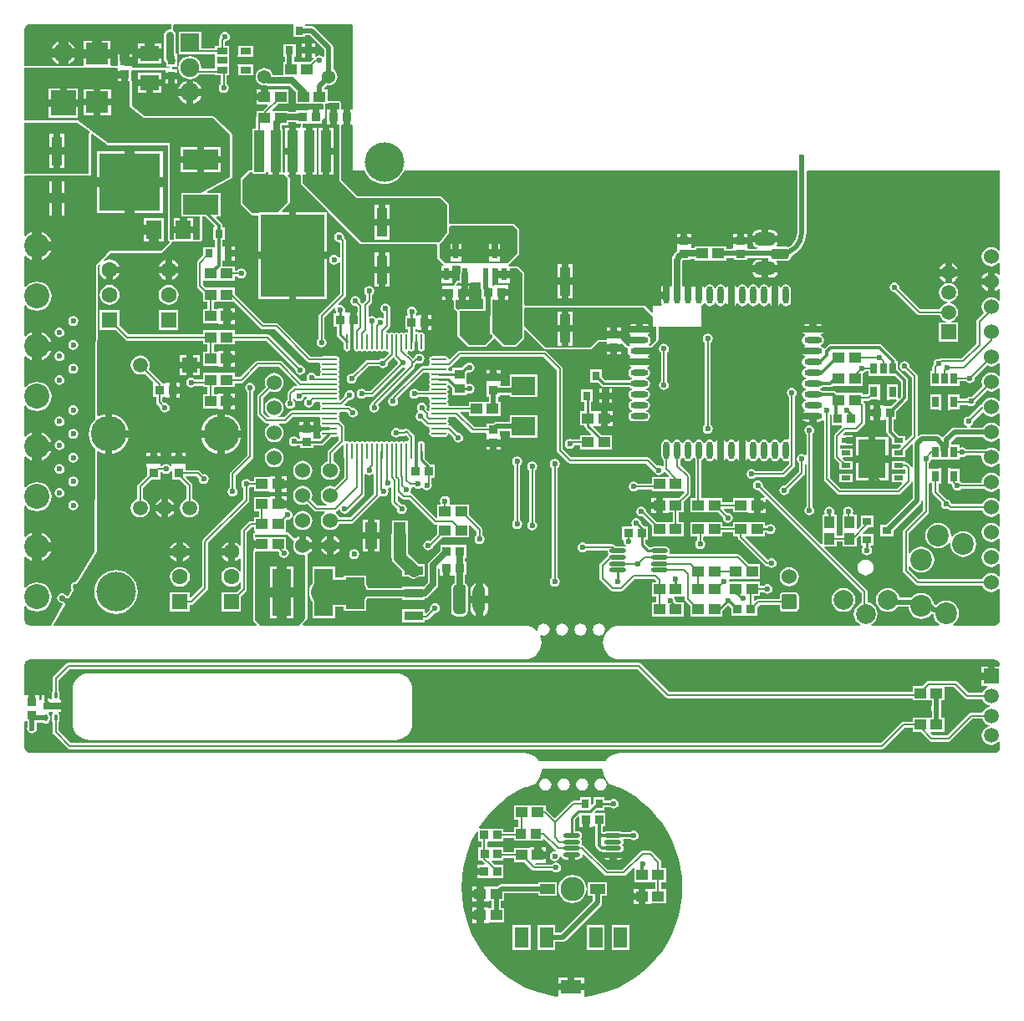
<source format=gtl>
G04 Layer_Physical_Order=1*
G04 Layer_Color=25308*
%FSLAX25Y25*%
%MOIN*%
G70*
G01*
G75*
%ADD10C,0.02500*%
%ADD11C,0.02000*%
%ADD12O,0.07087X0.02362*%
%ADD13O,0.02362X0.07087*%
%ADD14R,0.24410X0.22835*%
%ADD15R,0.14173X0.07874*%
%ADD16R,0.03740X0.03347*%
%ADD17R,0.04134X0.03740*%
%ADD18R,0.03347X0.03740*%
%ADD19R,0.04134X0.03937*%
%ADD20R,0.08898X0.08504*%
%ADD21R,0.02559X0.04331*%
%ADD22R,0.05906X0.03937*%
%ADD23R,0.04331X0.02559*%
%ADD24R,0.07480X0.18898*%
%ADD25R,0.07480X0.03543*%
%ADD26R,0.07480X0.12598*%
%ADD27R,0.03150X0.03543*%
%ADD28R,0.03543X0.03150*%
%ADD29R,0.07480X0.06102*%
%ADD30R,0.04528X0.04134*%
%ADD31R,0.04724X0.10630*%
%ADD32R,0.02756X0.03543*%
G04:AMPARAMS|DCode=33|XSize=39.37mil|YSize=70.87mil|CornerRadius=9.84mil|HoleSize=0mil|Usage=FLASHONLY|Rotation=90.000|XOffset=0mil|YOffset=0mil|HoleType=Round|Shape=RoundedRectangle|*
%AMROUNDEDRECTD33*
21,1,0.03937,0.05118,0,0,90.0*
21,1,0.01969,0.07087,0,0,90.0*
1,1,0.01969,0.02559,0.00984*
1,1,0.01969,0.02559,-0.00984*
1,1,0.01969,-0.02559,-0.00984*
1,1,0.01969,-0.02559,0.00984*
%
%ADD33ROUNDEDRECTD33*%
G04:AMPARAMS|DCode=34|XSize=51.18mil|YSize=78.74mil|CornerRadius=12.8mil|HoleSize=0mil|Usage=FLASHONLY|Rotation=90.000|XOffset=0mil|YOffset=0mil|HoleType=Round|Shape=RoundedRectangle|*
%AMROUNDEDRECTD34*
21,1,0.05118,0.05315,0,0,90.0*
21,1,0.02559,0.07874,0,0,90.0*
1,1,0.02559,0.02658,0.01280*
1,1,0.02559,0.02658,-0.01280*
1,1,0.02559,-0.02658,-0.01280*
1,1,0.02559,-0.02658,0.01280*
%
%ADD34ROUNDEDRECTD34*%
%ADD35R,0.05906X0.07480*%
%ADD36R,0.03780X0.01969*%
%ADD37R,0.10906X0.15354*%
%ADD38O,0.06693X0.01772*%
%ADD39R,0.09449X0.07480*%
%ADD40R,0.02756X0.03740*%
%ADD41R,0.04134X0.04528*%
%ADD42R,0.02362X0.04724*%
%ADD43R,0.04000X0.11700*%
%ADD44R,0.25197X0.32677*%
%ADD45R,0.03937X0.16535*%
%ADD46O,0.06102X0.00984*%
%ADD47O,0.00984X0.06102*%
%ADD48R,0.06299X0.02756*%
%ADD49O,0.01378X0.03150*%
%ADD50R,0.03347X0.03543*%
%ADD51C,0.00800*%
%ADD52C,0.03000*%
%ADD53C,0.01200*%
%ADD54C,0.01000*%
%ADD55C,0.05000*%
%ADD56C,0.10000*%
%ADD57C,0.15748*%
%ADD58C,0.06299*%
%ADD59R,0.06299X0.06299*%
%ADD60R,0.05906X0.05906*%
%ADD61C,0.05906*%
%ADD62C,0.10000*%
%ADD63C,0.06000*%
G04:AMPARAMS|DCode=64|XSize=118.11mil|YSize=50mil|CornerRadius=12.5mil|HoleSize=0mil|Usage=FLASHONLY|Rotation=270.000|XOffset=0mil|YOffset=0mil|HoleType=Round|Shape=RoundedRectangle|*
%AMROUNDEDRECTD64*
21,1,0.11811,0.02500,0,0,270.0*
21,1,0.09311,0.05000,0,0,270.0*
1,1,0.02500,-0.01250,-0.04656*
1,1,0.02500,-0.01250,0.04656*
1,1,0.02500,0.01250,0.04656*
1,1,0.02500,0.01250,-0.04656*
%
%ADD64ROUNDEDRECTD64*%
%ADD65O,0.05000X0.11811*%
%ADD66C,0.08661*%
%ADD67C,0.07874*%
G04:AMPARAMS|DCode=68|XSize=60mil|YSize=60mil|CornerRadius=6mil|HoleSize=0mil|Usage=FLASHONLY|Rotation=90.000|XOffset=0mil|YOffset=0mil|HoleType=Round|Shape=RoundedRectangle|*
%AMROUNDEDRECTD68*
21,1,0.06000,0.04800,0,0,90.0*
21,1,0.04800,0.06000,0,0,90.0*
1,1,0.01200,0.02400,0.02400*
1,1,0.01200,0.02400,-0.02400*
1,1,0.01200,-0.02400,-0.02400*
1,1,0.01200,-0.02400,0.02400*
%
%ADD68ROUNDEDRECTD68*%
%ADD69R,0.05512X0.08268*%
%ADD70R,0.08268X0.05512*%
%ADD71R,0.09843X0.09843*%
%ADD72C,0.08000*%
%ADD73C,0.05400*%
%ADD74R,0.07500X0.07500*%
%ADD75C,0.07500*%
%ADD76C,0.02362*%
%ADD77C,0.14173*%
%ADD78R,0.05906X0.05906*%
%ADD79C,0.09646*%
G36*
X1845500Y1149202D02*
X1845500Y1115370D01*
X1844535D01*
Y1112500D01*
Y1109630D01*
X1845146D01*
X1845500Y1109276D01*
Y1091000D01*
X1850050D01*
X1850764Y1089665D01*
X1851846Y1088346D01*
X1853165Y1087263D01*
X1854669Y1086459D01*
X1856302Y1085964D01*
X1858000Y1085797D01*
X1859698Y1085964D01*
X1861331Y1086459D01*
X1862835Y1087263D01*
X1864154Y1088346D01*
X1865236Y1089665D01*
X1865950Y1091000D01*
X2022678Y1091000D01*
Y1066509D01*
X2022689Y1066449D01*
X2022565Y1065185D01*
X2022179Y1063912D01*
X2021552Y1062739D01*
X2020708Y1061710D01*
X2019679Y1060866D01*
X2019135Y1060576D01*
X2018468Y1060708D01*
X2014580D01*
X2014313Y1061208D01*
X2014611Y1061654D01*
X2014768Y1062445D01*
X2004844D01*
X2005002Y1061654D01*
X2005506Y1060900D01*
X2006260Y1060397D01*
X2006632Y1060322D01*
X2006583Y1059822D01*
X2003090D01*
X2003071Y1059834D01*
X2002787Y1060322D01*
X2002870Y1060484D01*
Y1060552D01*
X2002870Y1060715D01*
Y1061779D01*
X1997130D01*
Y1060715D01*
X1997130Y1060552D01*
Y1060484D01*
X1997213Y1060322D01*
X1996929Y1059834D01*
X1996910Y1059822D01*
X1994299D01*
Y1060854D01*
X1988303D01*
X1988197Y1060854D01*
X1988000D01*
X1987803D01*
X1987697Y1060854D01*
X1981701D01*
Y1060077D01*
X1980595D01*
X1980595Y1060077D01*
X1980370Y1060484D01*
Y1060551D01*
X1980370Y1060715D01*
Y1061779D01*
X1974630D01*
Y1060715D01*
X1974630Y1060552D01*
Y1060484D01*
X1974842Y1060072D01*
X1974842Y1059984D01*
Y1059067D01*
X1974143Y1058530D01*
X1973389Y1057547D01*
X1972915Y1056402D01*
X1972753Y1055173D01*
X1972753D01*
Y1045127D01*
X1972253Y1044975D01*
X1972072Y1045246D01*
X1971878Y1045376D01*
Y1041311D01*
X1970500D01*
Y1039933D01*
X1968276D01*
Y1038949D01*
X1968445Y1038098D01*
X1968727Y1037677D01*
X1968459Y1037177D01*
X1965067D01*
Y1034722D01*
X1964743Y1034587D01*
X1964567Y1034568D01*
X1962124Y1037012D01*
X1962058Y1037056D01*
X1962002Y1037112D01*
X1961940Y1037153D01*
X1961940Y1037153D01*
X1961867Y1037183D01*
X1961863Y1037186D01*
X1961859Y1037187D01*
X1961770Y1037223D01*
X1961732Y1037239D01*
X1961728Y1037242D01*
X1961724Y1037243D01*
X1961651Y1037273D01*
X1961651D01*
X1961578Y1037287D01*
X1961498D01*
X1961421Y1037303D01*
X1914212D01*
X1914212Y1037303D01*
X1914022Y1037490D01*
X1913859Y1037742D01*
X1913859Y1049944D01*
X1913818Y1050148D01*
X1913798Y1050251D01*
X1913798Y1050251D01*
Y1050251D01*
X1913623Y1050512D01*
X1913623Y1050512D01*
X1911568Y1052568D01*
X1911568Y1052568D01*
X1911382Y1052692D01*
X1911307Y1052742D01*
X1911307D01*
X1911307Y1052742D01*
X1911139Y1052775D01*
X1911000Y1052803D01*
X1911000D01*
X1911000D01*
X1908240Y1052803D01*
X1908234Y1052803D01*
X1907740Y1052819D01*
X1907667Y1052901D01*
X1907568Y1053432D01*
X1907568Y1053432D01*
X1911568Y1057432D01*
X1911742Y1057693D01*
X1911803Y1058000D01*
Y1067500D01*
X1911742Y1067807D01*
X1911568Y1068068D01*
X1911568Y1068068D01*
X1910568Y1069068D01*
X1910568Y1069068D01*
X1910068Y1069568D01*
X1909807Y1069742D01*
X1909500Y1069803D01*
X1884500D01*
X1884429Y1069789D01*
X1884356Y1069790D01*
X1884277Y1069758D01*
X1883856Y1070006D01*
X1883813Y1070053D01*
X1883803Y1070068D01*
Y1077500D01*
X1883742Y1077807D01*
X1883568Y1078068D01*
X1883568Y1078068D01*
X1882568Y1079068D01*
X1881068Y1080568D01*
X1880807Y1080742D01*
X1880500Y1080803D01*
X1847333D01*
X1844068Y1084068D01*
X1844068Y1084068D01*
X1840803Y1087333D01*
Y1092000D01*
X1840803Y1109276D01*
X1841156Y1109630D01*
X1841780D01*
Y1112500D01*
Y1115370D01*
X1841242D01*
X1840803Y1115724D01*
X1840803Y1118000D01*
X1840742Y1118307D01*
X1840568Y1118568D01*
X1840307Y1118742D01*
X1840000Y1118803D01*
X1835653Y1118803D01*
X1835653Y1118803D01*
X1835299Y1119242D01*
Y1123354D01*
X1834070D01*
Y1124198D01*
X1834965Y1125092D01*
X1835795Y1124982D01*
X1836706Y1125102D01*
X1837554Y1125454D01*
X1838283Y1126013D01*
X1838841Y1126741D01*
X1839193Y1127590D01*
X1839313Y1128500D01*
X1839193Y1129410D01*
X1838841Y1130259D01*
X1838283Y1130987D01*
X1837618Y1131497D01*
Y1140205D01*
X1837618Y1140205D01*
X1837479Y1140902D01*
X1837084Y1141493D01*
X1837084Y1141493D01*
X1830352Y1148226D01*
X1829760Y1148621D01*
X1829063Y1148759D01*
X1829063Y1148759D01*
X1826716D01*
X1826470Y1149006D01*
X1826579Y1149523D01*
X1826838Y1149555D01*
X1845146D01*
X1845500Y1149202D01*
D02*
G37*
G36*
X1900362Y1034647D02*
Y1033579D01*
X1900262Y1033076D01*
X1900258Y1033071D01*
X1900243Y1032993D01*
X1900213Y1032920D01*
Y1032841D01*
X1900197Y1032763D01*
Y1026500D01*
X1900197Y1026500D01*
X1900258Y1026193D01*
X1900432Y1025932D01*
X1901000Y1025365D01*
Y1024500D01*
X1898000Y1021500D01*
X1892000D01*
X1891000Y1022500D01*
X1888000Y1025500D01*
X1888000Y1035000D01*
X1900009Y1035000D01*
X1900362Y1034647D01*
D02*
G37*
G36*
X2096226Y977138D02*
X2096180Y976791D01*
X2096310Y975803D01*
X2096692Y974881D01*
X2097299Y974090D01*
X2098090Y973483D01*
X2099011Y973101D01*
X2100000Y972971D01*
X2100989Y973101D01*
X2101910Y973483D01*
X2102701Y974090D01*
X2102961Y974428D01*
X2103461Y974259D01*
Y969324D01*
X2102961Y969154D01*
X2102701Y969493D01*
X2101910Y970100D01*
X2100989Y970481D01*
X2100000Y970611D01*
X2099011Y970481D01*
X2098090Y970100D01*
X2097299Y969493D01*
X2096692Y968701D01*
X2096310Y967780D01*
X2096180Y966791D01*
X2095997Y966583D01*
X2088139D01*
X2088000Y966791D01*
X2087349Y967226D01*
X2087307Y967235D01*
Y972228D01*
X2083780D01*
Y972441D01*
X2082878D01*
Y969276D01*
Y966110D01*
X2083780D01*
X2083780Y966110D01*
X2084255Y966050D01*
X2084384Y965857D01*
X2084623Y965618D01*
X2084574Y965372D01*
X2084727Y964604D01*
X2085162Y963953D01*
X2085813Y963518D01*
X2086581Y963365D01*
X2087349Y963518D01*
X2088000Y963953D01*
X2088139Y964161D01*
X2097244D01*
X2097299Y964090D01*
X2098090Y963483D01*
X2099011Y963101D01*
X2100000Y962971D01*
X2100989Y963101D01*
X2101910Y963483D01*
X2102701Y964090D01*
X2102961Y964429D01*
X2103461Y964259D01*
Y959324D01*
X2102961Y959154D01*
X2102701Y959492D01*
X2101910Y960100D01*
X2100989Y960481D01*
X2100000Y960611D01*
X2099011Y960481D01*
X2098090Y960100D01*
X2097299Y959492D01*
X2096692Y958701D01*
X2096402Y958002D01*
X2084210D01*
X2083956Y958256D01*
X2083854Y958768D01*
X2083419Y959419D01*
X2082768Y959854D01*
X2082256Y959956D01*
X2078971Y963242D01*
Y965714D01*
X2079221Y966110D01*
X2080122D01*
Y969276D01*
Y972441D01*
X2079221D01*
Y972228D01*
X2075693D01*
Y972228D01*
X2075211Y972271D01*
Y974441D01*
X2075419Y974581D01*
X2075854Y975232D01*
X2075962Y975772D01*
X2087307D01*
Y976638D01*
X2087807Y976855D01*
X2088500Y976717D01*
X2089268Y976870D01*
X2089919Y977305D01*
X2090059Y977514D01*
X2095896D01*
X2096226Y977138D01*
D02*
G37*
G36*
X1961494Y1036485D02*
X1961556Y1036444D01*
X1961556Y1036444D01*
X1964037Y1033963D01*
X1965067Y1032933D01*
Y1029106D01*
Y1028712D01*
X1966500D01*
Y1023579D01*
X1966485Y1023506D01*
X1966444Y1023444D01*
X1966000Y1023000D01*
X1965006Y1022006D01*
X1964248Y1021248D01*
X1963644D01*
X1963492Y1021748D01*
X1963608Y1021825D01*
X1964090Y1022547D01*
X1964259Y1023398D01*
X1964090Y1024249D01*
X1963608Y1024970D01*
X1963171Y1025262D01*
Y1025864D01*
X1963608Y1026156D01*
X1963738Y1026350D01*
X1955609D01*
X1955738Y1026156D01*
X1956176Y1025864D01*
Y1025262D01*
X1955738Y1024970D01*
X1955609Y1024776D01*
X1959673D01*
Y1022020D01*
X1955609D01*
X1955738Y1021825D01*
X1956225Y1021500D01*
X1956074Y1021000D01*
X1955228D01*
X1955144Y1021056D01*
X1953700Y1022500D01*
X1952700Y1023500D01*
X1952370D01*
Y1024279D01*
X1946630D01*
Y1023500D01*
X1943000D01*
X1940056Y1020556D01*
X1939994Y1020514D01*
X1939921Y1020500D01*
X1922579D01*
X1922506Y1020514D01*
X1922444Y1020556D01*
X1913859Y1029141D01*
Y1029944D01*
X1913859Y1036146D01*
X1914212Y1036500D01*
X1961421D01*
X1961494Y1036485D01*
D02*
G37*
G36*
X1751630Y1131647D02*
Y1130721D01*
X1754500D01*
Y1129342D01*
X1755878D01*
Y1126669D01*
X1756500D01*
X1756500Y1116500D01*
X1762000Y1112000D01*
X1789500D01*
X1796500Y1105500D01*
Y1088500D01*
X1784885Y1082209D01*
X1776949D01*
Y1072760D01*
X1784500D01*
Y1063500D01*
X1782212Y1063500D01*
X1781858Y1063853D01*
Y1066122D01*
X1773953D01*
Y1063500D01*
X1772854D01*
X1772500Y1063853D01*
X1772500Y1102000D01*
X1747833Y1102000D01*
X1735833Y1111000D01*
X1714539D01*
Y1132000D01*
X1751276Y1132000D01*
X1751630Y1131647D01*
D02*
G37*
G36*
X1822125Y943249D02*
X1821810Y942489D01*
X1821680Y941500D01*
X1821810Y940511D01*
X1822192Y939590D01*
X1822799Y938799D01*
X1823590Y938192D01*
X1824511Y937810D01*
X1825500Y937680D01*
X1826000Y937746D01*
X1826500Y937307D01*
X1826500Y928874D01*
Y912374D01*
X1826000Y911874D01*
X1824132Y909539D01*
X1808835D01*
X1806500Y911874D01*
X1806500Y938792D01*
X1806854Y939146D01*
X1812197D01*
X1812303Y939146D01*
X1812500D01*
X1812697D01*
X1812803Y939146D01*
X1815642D01*
X1816042Y938746D01*
X1815993Y938500D01*
X1816146Y937732D01*
X1816581Y937081D01*
X1817232Y936646D01*
X1818000Y936493D01*
X1818768Y936646D01*
X1819419Y937081D01*
X1819854Y937732D01*
X1820007Y938500D01*
X1819854Y939268D01*
X1819419Y939919D01*
X1818799Y940333D01*
Y944854D01*
X1812803D01*
X1812697Y944854D01*
X1812500D01*
X1812303D01*
X1812197Y944854D01*
X1806500D01*
Y945874D01*
X1819500Y945874D01*
X1822125Y943249D01*
D02*
G37*
G36*
X1945264Y852129D02*
X1945250Y851987D01*
X1945236Y851921D01*
X1945250Y851855D01*
X1945373Y850603D01*
X1945757Y849335D01*
X1946382Y848167D01*
X1947222Y847143D01*
X1948246Y846303D01*
X1949414Y845679D01*
X1950682Y845294D01*
X1951256Y845238D01*
X1951471Y845149D01*
X1954880Y843374D01*
X1958121Y841309D01*
X1961170Y838970D01*
X1964004Y836373D01*
X1966600Y833539D01*
X1968940Y830490D01*
X1971005Y827249D01*
X1972779Y823840D01*
X1974250Y820289D01*
X1975406Y816624D01*
X1976238Y812872D01*
X1976739Y809061D01*
X1976907Y805221D01*
X1976739Y801382D01*
X1976238Y797572D01*
X1975406Y793819D01*
X1974250Y790154D01*
X1972779Y786603D01*
X1971005Y783194D01*
X1968940Y779953D01*
X1966600Y776903D01*
X1964004Y774070D01*
X1961170Y771474D01*
X1958121Y769134D01*
X1954880Y767069D01*
X1951471Y765294D01*
X1947920Y763823D01*
X1944254Y762668D01*
X1940502Y761836D01*
X1938051Y761513D01*
X1937634Y761963D01*
Y764090D01*
X1927366D01*
Y762055D01*
X1926908Y761611D01*
X1925202Y761836D01*
X1921450Y762668D01*
X1917784Y763823D01*
X1914234Y765294D01*
X1910825Y767069D01*
X1907583Y769134D01*
X1904534Y771474D01*
X1901701Y774070D01*
X1899104Y776903D01*
X1896764Y779953D01*
X1894699Y783194D01*
X1892925Y786603D01*
X1891454Y790154D01*
X1890298Y793819D01*
X1889466Y797572D01*
X1888965Y801382D01*
X1888797Y805221D01*
X1888965Y809061D01*
X1889466Y812872D01*
X1890298Y816624D01*
X1891454Y820289D01*
X1892925Y823840D01*
X1894699Y827249D01*
X1894947Y827637D01*
X1895427Y827497D01*
Y823441D01*
X1896677D01*
Y821059D01*
X1895480D01*
Y815941D01*
X1896912D01*
X1897031Y815762D01*
X1898060Y814734D01*
X1897868Y814272D01*
X1895214D01*
Y812878D01*
X1897887D01*
Y810122D01*
X1895214D01*
Y808728D01*
X1900561D01*
Y808941D01*
X1905466D01*
Y814059D01*
X1902165D01*
X1900908Y815315D01*
X1900890Y815327D01*
X1900777Y815441D01*
X1900984Y815941D01*
X1905520D01*
Y816789D01*
X1909701D01*
Y815146D01*
X1913894D01*
X1916896Y812144D01*
X1916896Y812144D01*
X1917289Y811882D01*
X1917366Y811866D01*
X1917752Y811789D01*
X1917752Y811789D01*
X1924941D01*
X1925081Y811581D01*
X1925732Y811146D01*
X1926500Y810993D01*
X1927268Y811146D01*
X1927919Y811581D01*
X1928354Y812232D01*
X1928507Y813000D01*
X1928354Y813768D01*
X1927919Y814419D01*
X1927268Y814854D01*
X1926500Y815007D01*
X1925732Y814854D01*
X1925081Y814419D01*
X1924941Y814211D01*
X1918386D01*
X1918212Y814433D01*
X1918457Y814933D01*
X1922512D01*
Y816622D01*
X1919248D01*
Y818000D01*
X1917870D01*
Y821067D01*
X1915984D01*
Y821067D01*
X1915803Y820854D01*
X1909701D01*
Y819211D01*
X1905520D01*
Y821059D01*
X1900902D01*
X1900598Y821059D01*
X1900500D01*
X1900402D01*
X1900098Y821059D01*
X1899098D01*
Y823087D01*
X1899452Y823441D01*
X1900045D01*
X1900348Y823441D01*
X1900447D01*
X1900545D01*
X1900848Y823441D01*
X1905466D01*
Y824789D01*
X1909693D01*
Y823744D01*
X1915098D01*
X1915402Y823744D01*
X1915500D01*
X1915598D01*
X1915902Y823744D01*
X1921307D01*
Y824327D01*
X1921769Y824519D01*
X1926338Y819950D01*
X1926186Y819563D01*
X1926123Y819483D01*
X1926000Y819507D01*
X1925232Y819354D01*
X1924581Y818919D01*
X1924146Y818268D01*
X1923993Y817500D01*
X1924146Y816732D01*
X1924581Y816081D01*
X1925232Y815646D01*
X1926000Y815493D01*
X1926768Y815646D01*
X1927419Y816081D01*
X1927854Y816732D01*
X1928007Y817500D01*
X1928479Y817506D01*
X1928495Y817426D01*
X1928912Y816802D01*
X1929536Y816385D01*
X1930272Y816239D01*
X1931354D01*
Y818161D01*
X1934110D01*
Y816239D01*
X1935193D01*
X1935929Y816385D01*
X1936552Y816802D01*
X1936969Y817426D01*
X1937103Y818097D01*
X1937319Y818225D01*
X1937596Y818312D01*
X1945763Y810144D01*
X1945763Y810144D01*
X1946156Y809881D01*
X1946619Y809789D01*
X1953500D01*
X1953500Y809789D01*
X1953963Y809881D01*
X1954356Y810144D01*
X1957296Y813084D01*
X1957701Y812782D01*
Y807146D01*
X1963803D01*
Y807146D01*
X1964197D01*
Y807146D01*
X1966037D01*
Y804708D01*
X1965684Y804354D01*
X1964516D01*
X1964428Y804354D01*
X1964016Y804567D01*
X1963948D01*
X1963785Y804567D01*
X1962130D01*
Y801500D01*
Y798433D01*
X1963785D01*
X1963948Y798433D01*
X1964016D01*
X1964428Y798646D01*
X1964516Y798646D01*
X1970299D01*
Y804354D01*
X1968459D01*
Y807146D01*
X1970299D01*
Y812854D01*
X1968459D01*
Y815252D01*
X1968459Y815252D01*
X1968366Y815715D01*
X1968104Y816108D01*
X1968104Y816108D01*
X1964856Y819356D01*
X1964463Y819619D01*
X1964000Y819711D01*
X1964000Y819711D01*
X1961000D01*
X1960537Y819619D01*
X1960144Y819356D01*
X1960144Y819356D01*
X1952999Y812211D01*
X1947121D01*
X1937755Y821576D01*
X1937362Y821839D01*
X1936899Y821931D01*
X1936899Y821931D01*
X1936638Y822431D01*
X1936769Y822627D01*
X1936899Y823279D01*
X1936769Y823932D01*
X1936399Y824486D01*
Y824632D01*
X1936769Y825186D01*
X1936899Y825839D01*
X1936769Y826492D01*
X1936399Y827045D01*
X1935846Y827415D01*
X1935193Y827545D01*
X1934045D01*
Y832189D01*
X1935207Y833351D01*
X1935669Y833160D01*
Y829130D01*
X1936965D01*
Y832000D01*
X1939721D01*
Y829130D01*
X1941016D01*
Y829130D01*
X1941197Y829342D01*
X1942243D01*
Y826842D01*
Y821842D01*
X1942351Y821301D01*
X1942657Y820842D01*
X1943779Y819720D01*
X1944238Y819414D01*
X1944711Y819319D01*
X1944712Y819319D01*
X1944780Y819306D01*
X1945912D01*
X1946154Y819144D01*
X1946807Y819014D01*
X1951728D01*
X1952381Y819144D01*
X1952935Y819514D01*
X1952952Y819539D01*
X1953084D01*
X1953054Y819693D01*
X1953304Y820068D01*
X1953434Y820720D01*
X1953304Y821373D01*
X1952935Y821927D01*
Y822073D01*
X1953304Y822627D01*
X1953434Y823279D01*
X1953304Y823932D01*
X1953271Y823983D01*
X1953506Y824424D01*
X1956078D01*
X1956081Y824419D01*
X1956732Y823984D01*
X1957500Y823831D01*
X1958268Y823984D01*
X1958919Y824419D01*
X1959354Y825070D01*
X1959507Y825839D01*
X1959354Y826607D01*
X1958919Y827258D01*
X1958268Y827693D01*
X1957500Y827846D01*
X1956732Y827693D01*
X1956081Y827258D01*
X1956078Y827253D01*
X1952623D01*
X1952381Y827415D01*
X1951728Y827545D01*
X1946807D01*
X1946154Y827415D01*
X1945912Y827253D01*
X1945247D01*
X1945072Y827429D01*
Y829342D01*
X1946118D01*
Y834657D01*
X1941882D01*
X1941690Y835119D01*
X1942512Y835941D01*
X1945921D01*
Y837187D01*
X1948010D01*
X1948081Y837081D01*
X1948732Y836646D01*
X1949500Y836493D01*
X1950268Y836646D01*
X1950919Y837081D01*
X1951354Y837732D01*
X1951507Y838500D01*
X1951354Y839268D01*
X1950919Y839919D01*
X1950268Y840354D01*
X1949500Y840507D01*
X1948732Y840354D01*
X1948081Y839919D01*
X1948010Y839813D01*
X1945921D01*
Y841059D01*
X1941591D01*
Y838733D01*
X1940871Y838013D01*
X1940409Y838205D01*
Y841059D01*
X1936079D01*
Y839711D01*
X1933500D01*
X1933037Y839618D01*
X1932644Y839356D01*
X1932644Y839356D01*
X1926250Y832962D01*
X1925750D01*
X1922856Y835856D01*
X1922463Y836119D01*
X1922299Y836151D01*
Y837854D01*
X1916303D01*
X1916197Y837854D01*
X1916000D01*
X1915803D01*
X1915697Y837854D01*
X1909701D01*
Y832146D01*
X1911541D01*
Y829256D01*
X1909693D01*
Y827211D01*
X1905466D01*
Y828559D01*
X1900848D01*
X1900545Y828559D01*
X1900446D01*
X1900348D01*
X1900045Y828559D01*
X1896054D01*
X1895813Y828997D01*
X1896764Y830490D01*
X1899104Y833539D01*
X1901701Y836373D01*
X1904534Y838970D01*
X1907583Y841309D01*
X1910825Y843374D01*
X1914234Y845149D01*
X1914392Y845215D01*
X1915200Y845294D01*
X1916468Y845679D01*
X1917636Y846303D01*
X1918660Y847143D01*
X1919500Y848167D01*
X1920124Y849335D01*
X1920509Y850603D01*
X1920632Y851855D01*
X1920646Y851921D01*
X1920632Y851987D01*
X1920618Y852129D01*
X1920954Y852500D01*
X1944928Y852500D01*
X1945264Y852129D01*
D02*
G37*
G36*
X2089707Y880581D02*
X2090100Y880319D01*
X2090563Y880226D01*
X2090563Y880226D01*
X2096453D01*
X2096733Y879551D01*
X2097333Y878769D01*
X2098114Y878170D01*
X2099024Y877793D01*
X2099335Y877752D01*
Y877248D01*
X2099024Y877207D01*
X2098114Y876830D01*
X2097333Y876231D01*
X2096733Y875449D01*
X2096453Y874774D01*
X2092063D01*
X2092063Y874774D01*
X2091677Y874697D01*
X2091600Y874681D01*
X2091207Y874419D01*
X2091207Y874419D01*
X2082499Y865711D01*
X2076753D01*
X2075780Y866684D01*
X2075972Y867146D01*
X2081299D01*
Y872854D01*
X2080070D01*
Y876500D01*
Y879646D01*
X2081299D01*
Y885044D01*
X2085244D01*
X2089707Y880581D01*
D02*
G37*
G36*
X2096956Y994537D02*
X2097299Y994090D01*
X2098090Y993483D01*
X2099011Y993101D01*
X2100000Y992971D01*
X2100989Y993101D01*
X2101910Y993483D01*
X2102701Y994090D01*
X2102961Y994429D01*
X2103461Y994259D01*
Y989324D01*
X2102961Y989154D01*
X2102701Y989493D01*
X2101910Y990100D01*
X2100989Y990481D01*
X2100000Y990611D01*
X2099011Y990481D01*
X2098090Y990100D01*
X2097299Y989493D01*
X2096692Y988701D01*
X2096655Y988614D01*
X2091657D01*
X2091607Y989114D01*
X2091768Y989146D01*
X2092419Y989581D01*
X2092854Y990232D01*
X2093007Y991000D01*
X2092958Y991246D01*
X2096294Y994582D01*
X2096956Y994537D01*
D02*
G37*
G36*
X1896469Y1044051D02*
X1896469Y1044051D01*
X1896608Y1043354D01*
X1896882Y1042943D01*
Y1039843D01*
X1897520D01*
Y1035803D01*
X1888000Y1035803D01*
X1887693Y1035742D01*
X1887432Y1035568D01*
X1886500Y1036500D01*
Y1038943D01*
X1886516Y1039437D01*
X1887811D01*
Y1042307D01*
X1889189D01*
Y1043685D01*
X1891862D01*
Y1045177D01*
X1887148D01*
X1886912Y1045618D01*
X1887500Y1046500D01*
X1888091D01*
Y1046307D01*
X1892453D01*
Y1046500D01*
X1896469D01*
Y1044051D01*
D02*
G37*
G36*
X1970313Y880975D02*
X1970313Y880975D01*
X1970706Y880712D01*
X1971169Y880620D01*
X1971169Y880620D01*
X2068701D01*
Y879646D01*
X2074697D01*
X2074803Y879646D01*
X2074803Y879646D01*
X2075197D01*
Y879646D01*
X2075197Y879646D01*
X2076426D01*
Y877687D01*
X2076146Y877268D01*
X2075993Y876500D01*
X2076146Y875732D01*
X2076426Y875313D01*
Y872854D01*
X2075197D01*
X2075197Y872854D01*
X2075197D01*
X2074850D01*
X2074803Y872854D01*
X2074760Y872854D01*
X2074697Y872854D01*
D01*
X2074697D01*
Y872854D01*
X2068701D01*
Y871211D01*
X2065000D01*
X2065000Y871211D01*
X2064614Y871134D01*
X2064537Y871119D01*
X2064144Y870856D01*
X2064144Y870856D01*
X2055998Y862711D01*
X1733002D01*
X1728179Y867533D01*
Y871044D01*
X1728359Y871314D01*
X1728474Y871890D01*
Y873661D01*
X1728359Y874238D01*
X1728102Y874622D01*
X1728227Y874990D01*
X1728324Y875122D01*
X1729150D01*
Y876122D01*
X1725000D01*
Y878878D01*
X1729150D01*
Y879878D01*
X1728633D01*
X1728359Y880369D01*
X1728474Y880945D01*
Y882716D01*
X1728359Y883293D01*
X1728179Y883562D01*
Y887967D01*
X1732501Y892289D01*
X1958998D01*
X1970313Y880975D01*
D02*
G37*
G36*
X1840000Y1118000D02*
X1840000Y1115724D01*
X1839646Y1115370D01*
X1839220D01*
Y1112500D01*
Y1109630D01*
X1840000D01*
X1840000Y1092000D01*
Y1087000D01*
X1843500Y1083500D01*
X1847000Y1080000D01*
X1880500D01*
X1882000Y1078500D01*
X1883000Y1077500D01*
Y1066500D01*
X1880000Y1062500D01*
X1849000D01*
X1842000Y1069500D01*
X1825500Y1086000D01*
Y1089535D01*
X1826815D01*
Y1098803D01*
Y1108071D01*
X1825854D01*
X1825500Y1108424D01*
Y1109842D01*
X1827697D01*
X1827803Y1109842D01*
X1827803Y1109842D01*
X1828197D01*
Y1109842D01*
X1828197Y1109842D01*
X1833118D01*
Y1111118D01*
X1834500Y1112500D01*
X1834584Y1117646D01*
X1835299D01*
Y1117646D01*
X1835653Y1118000D01*
X1840000Y1118000D01*
D02*
G37*
G36*
X1853837Y969874D02*
Y962049D01*
X1844498Y952711D01*
X1840098D01*
X1839808Y953410D01*
X1839201Y954201D01*
X1838780Y954525D01*
X1838904Y955059D01*
X1839012Y955081D01*
X1839405Y955343D01*
X1839879Y955817D01*
X1840358Y955672D01*
X1840396Y955482D01*
X1840831Y954831D01*
X1841482Y954396D01*
X1842250Y954243D01*
X1843018Y954396D01*
X1843669Y954831D01*
X1843997Y955321D01*
X1844106Y955394D01*
X1849856Y961144D01*
X1849856Y961144D01*
X1850118Y961537D01*
X1850134Y961614D01*
X1850211Y962000D01*
X1850211Y962000D01*
Y969803D01*
X1850711Y969994D01*
X1851232Y969646D01*
X1852000Y969493D01*
X1852768Y969646D01*
X1853337Y970026D01*
X1853837Y969874D01*
D02*
G37*
G36*
X1725710Y874990D02*
X1725835Y874622D01*
X1725578Y874238D01*
X1725463Y873661D01*
Y871890D01*
X1725578Y871314D01*
X1725758Y871044D01*
Y867031D01*
X1725758Y867031D01*
X1725850Y866568D01*
X1726112Y866175D01*
X1731644Y860644D01*
X1731644Y860644D01*
X1732037Y860382D01*
X1732500Y860289D01*
X1732500Y860289D01*
X2056500D01*
X2056500Y860289D01*
X2056963Y860382D01*
X2057356Y860644D01*
X2065502Y868789D01*
X2068701D01*
Y867146D01*
X2071894D01*
X2075396Y863644D01*
X2075789Y863381D01*
X2076252Y863289D01*
X2076252Y863289D01*
X2083000D01*
X2083000Y863289D01*
X2083463Y863381D01*
X2083856Y863644D01*
X2092565Y872352D01*
X2096453D01*
X2096733Y871677D01*
X2097333Y870895D01*
X2098114Y870296D01*
X2099024Y869919D01*
X2099335Y869878D01*
Y869374D01*
X2099024Y869333D01*
X2098114Y868956D01*
X2097333Y868357D01*
X2096733Y867575D01*
X2096356Y866665D01*
X2096228Y865689D01*
X2096356Y864713D01*
X2096733Y863803D01*
X2097333Y863021D01*
X2098114Y862422D01*
X2099024Y862045D01*
X2100000Y861917D01*
X2100976Y862045D01*
X2101886Y862422D01*
X2102667Y863021D01*
X2102961Y863404D01*
X2103461Y863234D01*
Y861146D01*
X2103479Y861052D01*
X2103308Y860190D01*
X2102766Y859379D01*
X2101956Y858838D01*
X2101093Y858666D01*
X2101000Y858685D01*
X1952000D01*
X1951934Y858672D01*
X1950682Y858548D01*
X1949414Y858164D01*
X1948246Y857539D01*
X1947222Y856699D01*
X1946382Y855675D01*
X1946288Y855500D01*
X1919594Y855500D01*
X1919500Y855675D01*
X1918660Y856699D01*
X1917636Y857539D01*
X1916468Y858164D01*
X1915200Y858548D01*
X1913948Y858672D01*
X1913882Y858685D01*
X1717000D01*
X1716907Y858666D01*
X1716044Y858838D01*
X1715234Y859379D01*
X1714692Y860190D01*
X1714521Y861052D01*
X1714539Y861146D01*
Y871008D01*
X1714842Y871382D01*
X1715678D01*
Y869316D01*
X1715646Y869268D01*
X1715493Y868500D01*
X1715646Y867732D01*
X1716081Y867081D01*
X1716732Y866646D01*
X1717500Y866493D01*
X1718268Y866646D01*
X1718919Y867081D01*
X1719354Y867732D01*
X1719507Y868500D01*
X1719354Y869268D01*
X1719322Y869316D01*
Y870953D01*
X1721882D01*
X1721967Y870825D01*
X1722455Y870499D01*
X1723031Y870385D01*
X1723608Y870499D01*
X1724096Y870825D01*
X1724422Y871314D01*
X1724515Y871778D01*
X1724715Y872078D01*
X1724854Y872776D01*
X1724715Y873473D01*
X1724515Y873773D01*
X1724422Y874238D01*
X1724165Y874622D01*
X1724290Y874990D01*
X1724387Y875122D01*
X1725613D01*
X1725710Y874990D01*
D02*
G37*
G36*
X2096692Y984881D02*
X2097299Y984090D01*
X2098090Y983483D01*
X2099011Y983101D01*
X2100000Y982971D01*
X2100989Y983101D01*
X2101910Y983483D01*
X2102701Y984090D01*
X2102961Y984429D01*
X2103461Y984259D01*
Y979324D01*
X2102961Y979154D01*
X2102701Y979492D01*
X2101910Y980100D01*
X2100989Y980481D01*
X2100000Y980611D01*
X2099011Y980481D01*
X2098090Y980100D01*
X2097876Y979935D01*
X2090059D01*
X2089919Y980144D01*
X2089268Y980579D01*
X2088500Y980731D01*
X2087807Y980594D01*
X2087307Y980811D01*
Y981677D01*
X2083996D01*
Y982918D01*
X2086046Y984969D01*
X2096655D01*
X2096692Y984881D01*
D02*
G37*
G36*
X1747352Y1101358D02*
X1747442Y1101314D01*
X1747526Y1101258D01*
X1747582Y1101247D01*
X1747634Y1101222D01*
X1747735Y1101217D01*
X1747833Y1101197D01*
X1771697Y1101197D01*
X1771697Y1063854D01*
X1771697Y1063853D01*
X1771758Y1063546D01*
X1771932Y1063286D01*
X1772286Y1062932D01*
X1772305Y1062919D01*
X1772348Y1062348D01*
X1769000Y1059000D01*
X1748500Y1059000D01*
X1747000Y1057500D01*
X1743000Y1053500D01*
X1742731Y991813D01*
X1742464Y991595D01*
X1741480Y990396D01*
X1740749Y989028D01*
X1740299Y987544D01*
X1740147Y986000D01*
X1740299Y984456D01*
X1740749Y982972D01*
X1741480Y981604D01*
X1742464Y980405D01*
X1742680Y980228D01*
X1742500Y939000D01*
X1736000Y928500D01*
X1735118Y926984D01*
X1735000Y927007D01*
X1734232Y926854D01*
X1733581Y926419D01*
X1733146Y925768D01*
X1732993Y925000D01*
X1733146Y924232D01*
X1733345Y923934D01*
X1731818Y921306D01*
X1731281Y921378D01*
X1730919Y921919D01*
X1730268Y922354D01*
X1729500Y922507D01*
X1728732Y922354D01*
X1728081Y921919D01*
X1727646Y921268D01*
X1727493Y920500D01*
X1727646Y919732D01*
X1728081Y919081D01*
X1728732Y918646D01*
X1729500Y918493D01*
X1729617Y918516D01*
X1729936Y918070D01*
X1724976Y909539D01*
X1717000D01*
X1716907Y909521D01*
X1716044Y909692D01*
X1715234Y910234D01*
X1714692Y911044D01*
X1714521Y911907D01*
X1714539Y912000D01*
Y917181D01*
X1715013Y917341D01*
X1715372Y916872D01*
X1716581Y915945D01*
X1717989Y915362D01*
X1719500Y915163D01*
X1721011Y915362D01*
X1722419Y915945D01*
X1723628Y916872D01*
X1724555Y918081D01*
X1725138Y919489D01*
X1725337Y921000D01*
X1725138Y922511D01*
X1724555Y923919D01*
X1723628Y925128D01*
X1722419Y926055D01*
X1721011Y926638D01*
X1719500Y926837D01*
X1717989Y926638D01*
X1716581Y926055D01*
X1715372Y925128D01*
X1715013Y924659D01*
X1714539Y924819D01*
Y936870D01*
X1715010Y937038D01*
X1715248Y936748D01*
X1716159Y936000D01*
X1717199Y935445D01*
X1717532Y935344D01*
Y941000D01*
Y946656D01*
X1717199Y946556D01*
X1716159Y946000D01*
X1715248Y945252D01*
X1715010Y944962D01*
X1714539Y945130D01*
Y957181D01*
X1715013Y957341D01*
X1715372Y956872D01*
X1716581Y955945D01*
X1717989Y955362D01*
X1719500Y955163D01*
X1721011Y955362D01*
X1722419Y955945D01*
X1723628Y956872D01*
X1724555Y958081D01*
X1725138Y959489D01*
X1725337Y961000D01*
X1725138Y962511D01*
X1724555Y963919D01*
X1723628Y965128D01*
X1722419Y966055D01*
X1721011Y966638D01*
X1719500Y966837D01*
X1717989Y966638D01*
X1716581Y966055D01*
X1715372Y965128D01*
X1715013Y964659D01*
X1714539Y964820D01*
Y976870D01*
X1715010Y977038D01*
X1715248Y976748D01*
X1716159Y976000D01*
X1717199Y975445D01*
X1717532Y975344D01*
Y981000D01*
Y986656D01*
X1717199Y986555D01*
X1716159Y986000D01*
X1715248Y985252D01*
X1715010Y984962D01*
X1714539Y985130D01*
Y997180D01*
X1715013Y997341D01*
X1715372Y996872D01*
X1716581Y995945D01*
X1717989Y995362D01*
X1719500Y995163D01*
X1721011Y995362D01*
X1722419Y995945D01*
X1723628Y996872D01*
X1724555Y998081D01*
X1725138Y999489D01*
X1725337Y1001000D01*
X1725138Y1002511D01*
X1724555Y1003919D01*
X1723628Y1005128D01*
X1722419Y1006055D01*
X1721011Y1006638D01*
X1719500Y1006837D01*
X1717989Y1006638D01*
X1716581Y1006055D01*
X1715372Y1005128D01*
X1715013Y1004659D01*
X1714539Y1004819D01*
Y1016870D01*
X1715010Y1017038D01*
X1715248Y1016748D01*
X1716159Y1016000D01*
X1717199Y1015444D01*
X1717532Y1015344D01*
Y1021000D01*
Y1026656D01*
X1717199Y1026556D01*
X1716159Y1026000D01*
X1715248Y1025252D01*
X1715010Y1024962D01*
X1714539Y1025130D01*
Y1037181D01*
X1715013Y1037341D01*
X1715372Y1036872D01*
X1716581Y1035945D01*
X1717989Y1035362D01*
X1719500Y1035163D01*
X1721011Y1035362D01*
X1722419Y1035945D01*
X1723628Y1036872D01*
X1724555Y1038081D01*
X1725138Y1039489D01*
X1725337Y1041000D01*
X1725138Y1042511D01*
X1724555Y1043919D01*
X1723628Y1045128D01*
X1722419Y1046055D01*
X1721011Y1046638D01*
X1719500Y1046837D01*
X1717989Y1046638D01*
X1716581Y1046055D01*
X1715372Y1045128D01*
X1715013Y1044659D01*
X1714539Y1044820D01*
Y1056870D01*
X1715010Y1057038D01*
X1715248Y1056748D01*
X1716159Y1056000D01*
X1717199Y1055445D01*
X1717532Y1055344D01*
Y1061000D01*
Y1066656D01*
X1717199Y1066556D01*
X1716159Y1066000D01*
X1715248Y1065252D01*
X1715010Y1064962D01*
X1714539Y1065130D01*
Y1088647D01*
X1714893Y1089000D01*
X1741000Y1089000D01*
X1741000Y1092964D01*
X1741007Y1093000D01*
X1741000Y1093036D01*
X1741000Y1102964D01*
X1741007Y1103000D01*
X1741000Y1103036D01*
X1741000Y1105562D01*
X1741447Y1105786D01*
X1747352Y1101358D01*
D02*
G37*
G36*
X2076549Y962740D02*
X2076549Y962740D01*
X2076641Y962277D01*
X2076904Y961884D01*
X2080125Y958663D01*
X2079993Y958000D01*
X2080146Y957232D01*
X2080581Y956581D01*
X2081232Y956146D01*
X2082000Y955993D01*
X2082663Y956125D01*
X2082853Y955935D01*
X2082853Y955935D01*
X2083245Y955673D01*
X2083709Y955581D01*
X2096402D01*
X2096692Y954881D01*
X2097299Y954090D01*
X2098090Y953483D01*
X2099011Y953101D01*
X2100000Y952971D01*
X2100989Y953101D01*
X2101910Y953483D01*
X2102701Y954090D01*
X2102961Y954428D01*
X2103461Y954259D01*
Y949324D01*
X2102961Y949154D01*
X2102701Y949492D01*
X2101910Y950100D01*
X2100989Y950481D01*
X2100000Y950611D01*
X2099011Y950481D01*
X2098090Y950100D01*
X2097299Y949492D01*
X2096692Y948701D01*
X2096310Y947780D01*
X2096180Y946791D01*
X2096310Y945803D01*
X2096692Y944881D01*
X2097299Y944090D01*
X2098090Y943483D01*
X2099011Y943101D01*
X2100000Y942971D01*
X2100989Y943101D01*
X2101910Y943483D01*
X2102701Y944090D01*
X2102961Y944429D01*
X2103461Y944259D01*
Y939324D01*
X2102961Y939154D01*
X2102701Y939493D01*
X2101910Y940100D01*
X2100989Y940481D01*
X2100000Y940611D01*
X2099011Y940481D01*
X2098090Y940100D01*
X2097299Y939493D01*
X2096692Y938701D01*
X2096310Y937780D01*
X2096180Y936791D01*
X2096310Y935803D01*
X2096692Y934881D01*
X2097299Y934090D01*
X2098090Y933483D01*
X2099011Y933101D01*
X2100000Y932971D01*
X2100989Y933101D01*
X2101910Y933483D01*
X2102701Y934090D01*
X2102961Y934429D01*
X2103461Y934259D01*
Y929324D01*
X2102961Y929154D01*
X2102701Y929492D01*
X2101910Y930100D01*
X2100989Y930481D01*
X2100000Y930611D01*
X2099011Y930481D01*
X2098090Y930100D01*
X2097299Y929492D01*
X2096692Y928701D01*
X2096402Y928002D01*
X2071210D01*
X2067211Y932001D01*
Y933154D01*
X2067711Y933188D01*
X2068484Y932180D01*
X2069553Y931360D01*
X2070798Y930844D01*
X2072134Y930668D01*
X2073470Y930844D01*
X2074715Y931360D01*
X2075784Y932180D01*
X2076604Y933250D01*
X2077120Y934495D01*
X2077296Y935831D01*
X2077120Y937167D01*
X2076604Y938412D01*
X2075784Y939481D01*
X2074715Y940301D01*
X2073470Y940817D01*
X2072134Y940993D01*
X2070798Y940817D01*
X2069553Y940301D01*
X2068484Y939481D01*
X2067711Y938474D01*
X2067211Y938508D01*
Y946498D01*
X2074856Y954144D01*
X2074856Y954144D01*
X2075118Y954537D01*
X2075211Y955000D01*
X2075211Y955000D01*
Y966280D01*
X2075693Y966323D01*
Y966323D01*
X2076549D01*
Y962740D01*
D02*
G37*
G36*
X1816185Y1089535D02*
X1817776D01*
X1817776Y1089535D01*
Y1089535D01*
X1818183Y1089317D01*
X1819500Y1088000D01*
X1819500Y1078500D01*
X1815394Y1074394D01*
X1808114D01*
Y1074000D01*
X1805555D01*
X1801500Y1078054D01*
X1801500Y1087500D01*
X1804500Y1090500D01*
X1805358Y1090500D01*
Y1089748D01*
X1810870D01*
Y1090500D01*
X1811839D01*
Y1089535D01*
X1813429D01*
Y1098803D01*
X1816185D01*
Y1089535D01*
D02*
G37*
G36*
X1717000Y1149555D02*
X1773000D01*
X1773000Y1147627D01*
X1772613Y1147310D01*
X1772500Y1147332D01*
X1771608Y1147155D01*
X1770851Y1146649D01*
X1770644Y1146442D01*
X1770138Y1145685D01*
X1769961Y1144793D01*
Y1141500D01*
Y1136102D01*
X1770138Y1135209D01*
X1770644Y1134452D01*
X1770981Y1134115D01*
Y1132591D01*
X1772530D01*
X1772568Y1132500D01*
X1772233Y1132000D01*
X1757354Y1132000D01*
X1757354Y1132000D01*
Y1132689D01*
X1754500D01*
Y1134657D01*
X1752531D01*
Y1137315D01*
X1751646D01*
Y1133239D01*
X1751276Y1132803D01*
X1749287D01*
X1748933Y1133156D01*
Y1135677D01*
X1738067D01*
Y1132803D01*
X1731784Y1132803D01*
X1731784Y1132803D01*
X1730000D01*
X1728216Y1132803D01*
X1728216Y1132803D01*
X1714893Y1132803D01*
X1714539Y1133156D01*
Y1147095D01*
X1714521Y1147188D01*
X1714692Y1148050D01*
X1715234Y1148861D01*
X1716044Y1149402D01*
X1716907Y1149574D01*
X1717000Y1149555D01*
D02*
G37*
G36*
X1910000Y1068500D02*
X1911000Y1067500D01*
Y1058000D01*
X1907000Y1054000D01*
X1882500D01*
X1882000Y1054500D01*
X1880000Y1056500D01*
Y1061223D01*
X1880114Y1061705D01*
X1880209Y1061739D01*
X1880307Y1061758D01*
X1880355Y1061790D01*
X1880409Y1061809D01*
X1880484Y1061876D01*
X1880568Y1061932D01*
X1880600Y1061980D01*
X1880642Y1062018D01*
X1883642Y1066018D01*
X1883686Y1066109D01*
X1883742Y1066193D01*
X1883753Y1066249D01*
X1883778Y1066301D01*
X1883783Y1066401D01*
X1883803Y1066500D01*
Y1067993D01*
X1884500Y1069000D01*
X1909500D01*
X1910000Y1068500D01*
D02*
G37*
G36*
X1740298Y1106648D02*
X1740332Y1106585D01*
X1740392Y1106312D01*
X1740393Y1106089D01*
X1740330Y1105977D01*
X1740258Y1105870D01*
X1740253Y1105841D01*
X1740238Y1105816D01*
X1740222Y1105689D01*
X1740197Y1105562D01*
X1740197Y1103036D01*
X1740204Y1103000D01*
X1740197Y1102964D01*
X1740197Y1093036D01*
X1740204Y1093000D01*
X1740197Y1092964D01*
X1740197Y1089803D01*
X1714893Y1089803D01*
X1714893Y1089803D01*
X1714539Y1090242D01*
Y1110197D01*
X1735566D01*
X1740298Y1106648D01*
D02*
G37*
G36*
X1821638Y1149496D02*
Y1144378D01*
X1826362D01*
Y1145115D01*
X1828308D01*
X1833973Y1139450D01*
Y1136491D01*
X1833473Y1136339D01*
X1833419Y1136419D01*
X1832768Y1136854D01*
X1832000Y1137007D01*
X1831232Y1136854D01*
X1830815Y1136576D01*
X1830315Y1136843D01*
Y1137685D01*
X1829118D01*
Y1136291D01*
X1829643D01*
X1829779Y1136053D01*
X1829827Y1135791D01*
X1828390Y1134354D01*
X1824303D01*
X1824197Y1134354D01*
X1824000D01*
X1823803D01*
X1823697Y1134354D01*
X1822082D01*
Y1136504D01*
X1822622D01*
Y1141622D01*
X1817898D01*
Y1136504D01*
X1818437D01*
Y1134354D01*
X1817701D01*
Y1129077D01*
X1813642D01*
X1813598Y1129410D01*
X1813246Y1130259D01*
X1812687Y1130987D01*
X1811959Y1131546D01*
X1811110Y1131898D01*
X1810200Y1132018D01*
X1809290Y1131898D01*
X1808441Y1131546D01*
X1807713Y1130987D01*
X1807154Y1130259D01*
X1806802Y1129410D01*
X1806683Y1128500D01*
X1806802Y1127590D01*
X1807154Y1126741D01*
X1807713Y1126013D01*
X1808441Y1125454D01*
X1809290Y1125102D01*
X1810200Y1124982D01*
X1810922Y1125078D01*
X1811700Y1124923D01*
X1820391D01*
X1822701Y1122613D01*
Y1117646D01*
X1828697D01*
X1828803Y1117646D01*
X1829000D01*
X1829197D01*
X1829303Y1117646D01*
X1833425D01*
X1833775Y1117289D01*
X1833747Y1115584D01*
X1833331Y1115370D01*
X1833331D01*
X1833331Y1115370D01*
X1833331Y1115370D01*
X1832035D01*
Y1112500D01*
X1829280D01*
Y1115370D01*
X1827984D01*
X1827984Y1115370D01*
X1827984Y1115370D01*
X1827984Y1115370D01*
X1827572Y1115158D01*
X1822882D01*
Y1114577D01*
X1819799D01*
Y1114854D01*
X1813697D01*
Y1114854D01*
X1813526D01*
X1813318Y1115354D01*
X1815610Y1117646D01*
X1819799D01*
Y1123354D01*
X1813928D01*
X1813516Y1123567D01*
X1813516Y1123567D01*
X1813516D01*
X1813030Y1123567D01*
X1811630D01*
Y1120500D01*
X1810252D01*
Y1119122D01*
X1806988D01*
Y1117433D01*
X1811320D01*
X1811511Y1116971D01*
X1809396Y1114856D01*
X1809395Y1114854D01*
X1807201D01*
Y1113132D01*
X1806996Y1112825D01*
X1806903Y1112362D01*
Y1107858D01*
X1805358D01*
Y1091656D01*
X1805005Y1091303D01*
X1804500Y1091303D01*
X1804500D01*
X1804193Y1091242D01*
X1804089Y1091172D01*
X1803932Y1091068D01*
X1803932Y1091068D01*
X1800932Y1088068D01*
X1800932Y1088068D01*
X1800758Y1087807D01*
X1800697Y1087500D01*
X1800697Y1078054D01*
X1800697Y1078054D01*
X1800758Y1077747D01*
X1800898Y1077538D01*
X1800932Y1077487D01*
X1800932D01*
Y1077487D01*
X1804987Y1073432D01*
X1804987Y1073432D01*
X1805247Y1073258D01*
X1805247D01*
X1805247Y1073258D01*
X1805432Y1073221D01*
X1805555Y1073197D01*
X1807902D01*
Y1058646D01*
X1820122D01*
Y1074606D01*
X1817395D01*
X1817204Y1075068D01*
X1820068Y1077932D01*
X1820242Y1078193D01*
X1820303Y1078500D01*
X1820303Y1088000D01*
X1820303Y1088000D01*
X1820260Y1088215D01*
X1820242Y1088307D01*
X1820242Y1088307D01*
Y1088307D01*
X1820207Y1088360D01*
X1820068Y1088568D01*
X1820068Y1088568D01*
X1819562Y1089073D01*
X1819753Y1089535D01*
X1820122D01*
Y1097425D01*
X1818531D01*
Y1090531D01*
X1818264Y1090353D01*
X1818179Y1090317D01*
X1818032Y1090287D01*
X1817967Y1090300D01*
X1817855Y1090334D01*
X1817563Y1090719D01*
Y1107858D01*
X1817130D01*
Y1109146D01*
X1819799D01*
Y1110423D01*
X1822882D01*
Y1109842D01*
X1824697D01*
Y1108476D01*
X1824644Y1108381D01*
X1824258Y1108071D01*
X1822878D01*
Y1098803D01*
Y1089535D01*
X1824226D01*
X1824408D01*
X1824468Y1089535D01*
X1824697Y1089130D01*
Y1086000D01*
X1824758Y1085693D01*
X1824932Y1085432D01*
X1824932Y1085432D01*
X1835371Y1074993D01*
X1835051Y1074606D01*
X1822878D01*
Y1058646D01*
X1835098D01*
Y1074559D01*
X1835485Y1074879D01*
X1841432Y1068932D01*
X1841432Y1068932D01*
X1848432Y1061932D01*
X1848693Y1061758D01*
X1849000Y1061697D01*
X1878843D01*
X1879030Y1061505D01*
X1879197Y1061223D01*
Y1056500D01*
X1879197Y1056500D01*
X1879258Y1056193D01*
X1879432Y1055932D01*
X1879432Y1055932D01*
X1881432Y1053932D01*
X1881432Y1053932D01*
X1881833Y1053531D01*
X1881724Y1053142D01*
X1881645Y1053032D01*
X1880610D01*
Y1051047D01*
X1884972D01*
Y1052697D01*
X1884973Y1053032D01*
X1885404Y1053197D01*
X1888009D01*
X1888303Y1052819D01*
X1888303Y1052697D01*
Y1050216D01*
X1888194Y1049669D01*
Y1047388D01*
X1888091Y1047303D01*
X1887500D01*
X1887422Y1047287D01*
X1887343Y1047287D01*
X1887270Y1047257D01*
X1887193Y1047242D01*
X1887127Y1047198D01*
X1887053Y1047167D01*
X1886998Y1047111D01*
X1886932Y1047068D01*
X1886888Y1047002D01*
X1886832Y1046945D01*
X1886244Y1046063D01*
X1886199Y1045955D01*
X1886144Y1045851D01*
X1886140Y1045811D01*
X1886124Y1045774D01*
X1886124Y1045677D01*
X1886110Y1045536D01*
X1885943Y1045347D01*
X1885898Y1045309D01*
X1885702Y1045178D01*
X1885700Y1045177D01*
X1881201D01*
Y1043685D01*
X1883874D01*
Y1042307D01*
X1885252D01*
Y1039437D01*
X1885353D01*
X1885701Y1039078D01*
X1885698Y1038969D01*
X1885700Y1038956D01*
X1885697Y1038943D01*
Y1036500D01*
X1885697Y1036500D01*
X1885758Y1036193D01*
X1885932Y1035932D01*
X1885932Y1035932D01*
X1886865Y1035000D01*
X1886930Y1034956D01*
X1886986Y1034900D01*
X1887059Y1034870D01*
X1887125Y1034826D01*
X1887197Y1034812D01*
X1887197Y1025500D01*
X1887197Y1025500D01*
X1887258Y1025193D01*
X1887258Y1025193D01*
Y1025193D01*
X1887432Y1024932D01*
X1887432Y1024932D01*
X1890432Y1021932D01*
X1890432Y1021932D01*
X1890432Y1021932D01*
X1891432Y1020932D01*
X1891693Y1020758D01*
X1892000Y1020697D01*
X1898000D01*
X1898307Y1020758D01*
X1898568Y1020932D01*
X1898568Y1020932D01*
X1901568Y1023932D01*
X1901631Y1024027D01*
X1902129Y1024141D01*
X1902238Y1024126D01*
X1904932Y1021432D01*
X1904932Y1021432D01*
X1905432Y1020932D01*
X1905693Y1020758D01*
X1906000Y1020697D01*
X1910000D01*
X1910307Y1020758D01*
X1910568Y1020932D01*
X1913568Y1023932D01*
X1913568Y1023932D01*
X1913624Y1023988D01*
X1913798Y1024249D01*
X1913859Y1024556D01*
Y1027353D01*
X1914321Y1027544D01*
X1921876Y1019988D01*
X1921942Y1019944D01*
X1921998Y1019888D01*
X1922060Y1019847D01*
X1922133Y1019817D01*
X1922137Y1019814D01*
X1922141Y1019813D01*
X1922221Y1019780D01*
X1922268Y1019761D01*
X1922272Y1019758D01*
X1922276Y1019757D01*
X1922349Y1019727D01*
X1922349Y1019727D01*
X1922422Y1019713D01*
X1922502D01*
X1922579Y1019697D01*
X1939921D01*
X1939998Y1019713D01*
X1940078D01*
X1940151Y1019727D01*
X1940151Y1019727D01*
X1940151D01*
X1940224Y1019757D01*
X1940228Y1019758D01*
X1940232Y1019761D01*
X1940277Y1019779D01*
X1940359Y1019813D01*
X1940363Y1019814D01*
X1940367Y1019817D01*
X1940440Y1019847D01*
X1940440Y1019847D01*
X1940440Y1019847D01*
X1940502Y1019888D01*
X1940558Y1019944D01*
X1940624Y1019988D01*
X1943332Y1022697D01*
X1946630D01*
Y1021721D01*
X1952370D01*
Y1022041D01*
X1952832Y1022233D01*
X1953132Y1021932D01*
X1953132Y1021932D01*
X1954576Y1020488D01*
X1954642Y1020444D01*
X1954698Y1020388D01*
X1954782Y1020333D01*
X1954855Y1020302D01*
X1954921Y1020258D01*
X1954941Y1020237D01*
X1955164Y1019923D01*
X1955211Y1019775D01*
X1955215Y1019746D01*
X1955214Y1019703D01*
X1955087Y1019067D01*
X1955256Y1018216D01*
X1955738Y1017494D01*
X1956176Y1017202D01*
Y1016601D01*
X1955738Y1016309D01*
X1955609Y1016114D01*
X1963738D01*
X1963608Y1016309D01*
X1963171Y1016601D01*
Y1017202D01*
X1963608Y1017494D01*
X1963738Y1017689D01*
X1959673D01*
Y1020445D01*
X1964317D01*
X1964329Y1020461D01*
X1964494Y1020494D01*
X1964555Y1020506D01*
X1964815Y1020680D01*
X1964815Y1020680D01*
X1965574Y1021439D01*
Y1021439D01*
X1965574D01*
X1966568Y1022432D01*
X1967012Y1022876D01*
X1967056Y1022942D01*
X1967112Y1022998D01*
X1967153Y1023060D01*
X1967183Y1023133D01*
X1967186Y1023137D01*
X1967187Y1023141D01*
X1967220Y1023221D01*
X1967239Y1023268D01*
X1967242Y1023272D01*
X1967243Y1023276D01*
X1967273Y1023349D01*
X1967273Y1023349D01*
X1967287Y1023422D01*
Y1023501D01*
X1967303Y1023579D01*
Y1028712D01*
X1984555D01*
Y1037036D01*
X1985065Y1037376D01*
X1985508Y1038039D01*
X1985598Y1038067D01*
X1985761Y1038082D01*
X1986049Y1038060D01*
X1986404Y1037530D01*
X1987055Y1037094D01*
X1987823Y1036942D01*
X1988591Y1037094D01*
X1989242Y1037530D01*
X1989677Y1038181D01*
X1989733Y1038463D01*
X1990243D01*
X1990299Y1038181D01*
X1990734Y1037530D01*
X1991385Y1037094D01*
X1992154Y1036942D01*
X1992922Y1037094D01*
X1993573Y1037530D01*
X1993927Y1038060D01*
X1994215Y1038082D01*
X1994378Y1038067D01*
X1994469Y1038039D01*
X1994912Y1037376D01*
X1995106Y1037246D01*
Y1041311D01*
Y1045376D01*
X1994912Y1045246D01*
X1994469Y1044583D01*
X1994378Y1044555D01*
X1994215Y1044540D01*
X1993927Y1044562D01*
X1993573Y1045092D01*
X1992922Y1045527D01*
X1992154Y1045680D01*
X1991385Y1045527D01*
X1990734Y1045092D01*
X1990299Y1044441D01*
X1990243Y1044159D01*
X1989733D01*
X1989677Y1044441D01*
X1989242Y1045092D01*
X1988591Y1045527D01*
X1987823Y1045680D01*
X1987055Y1045527D01*
X1986404Y1045092D01*
X1986049Y1044562D01*
X1985761Y1044540D01*
X1985598Y1044555D01*
X1985508Y1044583D01*
X1985065Y1045246D01*
X1984870Y1045376D01*
Y1041311D01*
X1982114D01*
Y1045376D01*
X1981920Y1045246D01*
X1981627Y1044808D01*
X1981026D01*
X1980734Y1045246D01*
X1980539Y1045376D01*
Y1041311D01*
X1977784D01*
Y1045376D01*
X1977589Y1045246D01*
X1977408Y1044975D01*
X1976908Y1045127D01*
Y1055173D01*
X1977353Y1055382D01*
X1980157D01*
Y1055923D01*
X1981701D01*
Y1055146D01*
X1987697D01*
X1987803Y1055146D01*
X1988000D01*
X1988197D01*
X1988303Y1055146D01*
X1994299D01*
Y1056178D01*
X1997342D01*
Y1055382D01*
X2002658D01*
Y1056178D01*
X2011231D01*
X2011268Y1056116D01*
X2011184Y1055968D01*
Y1053390D01*
X2014768D01*
X2014611Y1054181D01*
X2014313Y1054627D01*
X2014580Y1055127D01*
X2018468D01*
X2019159Y1055265D01*
X2019745Y1055656D01*
X2020137Y1056242D01*
X2020274Y1056933D01*
Y1057084D01*
X2020635Y1057233D01*
X2022028Y1058087D01*
X2023270Y1059147D01*
X2024331Y1060390D01*
X2025185Y1061783D01*
X2025810Y1063292D01*
X2026191Y1064880D01*
X2026318Y1066485D01*
X2026322Y1066509D01*
Y1090646D01*
X2026676Y1091000D01*
X2103461Y1091000D01*
Y1059324D01*
X2102961Y1059154D01*
X2102701Y1059492D01*
X2101910Y1060100D01*
X2100989Y1060481D01*
X2100000Y1060611D01*
X2099011Y1060481D01*
X2098090Y1060100D01*
X2097299Y1059492D01*
X2096692Y1058701D01*
X2096310Y1057780D01*
X2096180Y1056791D01*
X2096310Y1055803D01*
X2096692Y1054881D01*
X2097299Y1054090D01*
X2098090Y1053483D01*
X2099011Y1053101D01*
X2100000Y1052971D01*
X2100989Y1053101D01*
X2101910Y1053483D01*
X2102701Y1054090D01*
X2102961Y1054428D01*
X2103461Y1054259D01*
Y1049630D01*
X2102987Y1049469D01*
X2102853Y1049644D01*
X2102017Y1050285D01*
X2101378Y1050550D01*
Y1046791D01*
Y1043032D01*
X2102017Y1043297D01*
X2102853Y1043939D01*
X2102987Y1044114D01*
X2103461Y1043953D01*
Y1039324D01*
X2102961Y1039154D01*
X2102701Y1039493D01*
X2101910Y1040100D01*
X2100989Y1040481D01*
X2100000Y1040611D01*
X2099011Y1040481D01*
X2098090Y1040100D01*
X2097299Y1039493D01*
X2096692Y1038701D01*
X2096310Y1037780D01*
X2096180Y1036791D01*
X2096310Y1035803D01*
X2096692Y1034881D01*
X2097116Y1034328D01*
X2094445Y1031657D01*
X2094182Y1031264D01*
X2094090Y1030801D01*
X2094090Y1030801D01*
Y1022047D01*
X2088335Y1016292D01*
X2080081D01*
X2080081Y1016292D01*
X2079695Y1016215D01*
X2079618Y1016200D01*
X2079254Y1015956D01*
X2079000Y1016007D01*
X2078232Y1015854D01*
X2077581Y1015419D01*
X2077146Y1014768D01*
X2076993Y1014000D01*
X2077042Y1013754D01*
X2076904Y1013616D01*
X2076641Y1013223D01*
X2076549Y1012760D01*
X2076549Y1012760D01*
Y1011177D01*
X2075693D01*
Y1005272D01*
X2087307D01*
Y1007014D01*
X2089986D01*
X2090081Y1006872D01*
X2090732Y1006437D01*
X2091500Y1006284D01*
X2092268Y1006437D01*
X2092919Y1006872D01*
X2093354Y1007523D01*
X2093507Y1008291D01*
X2093458Y1008537D01*
X2098312Y1013391D01*
X2099011Y1013101D01*
X2100000Y1012971D01*
X2100989Y1013101D01*
X2101910Y1013483D01*
X2102701Y1014090D01*
X2102961Y1014429D01*
X2103461Y1014259D01*
Y1009324D01*
X2102961Y1009154D01*
X2102701Y1009492D01*
X2101910Y1010100D01*
X2100989Y1010481D01*
X2100000Y1010611D01*
X2099011Y1010481D01*
X2098090Y1010100D01*
X2097299Y1009492D01*
X2096692Y1008701D01*
X2096310Y1007780D01*
X2096180Y1006791D01*
X2096310Y1005803D01*
X2096600Y1005103D01*
X2092404Y1000908D01*
X2091984Y1000991D01*
X2091216Y1000838D01*
X2090565Y1000403D01*
X2090286Y999986D01*
X2087307D01*
Y1001728D01*
X2083780D01*
Y1001941D01*
X2082878D01*
Y998776D01*
Y995610D01*
X2083780D01*
Y995823D01*
X2087307D01*
Y997565D01*
X2090565D01*
X2091216Y997130D01*
X2091984Y996977D01*
X2092752Y997130D01*
X2093403Y997565D01*
X2093839Y998216D01*
X2093991Y998984D01*
X2093977Y999056D01*
X2098312Y1003391D01*
X2099011Y1003101D01*
X2100000Y1002971D01*
X2100989Y1003101D01*
X2101910Y1003483D01*
X2102701Y1004090D01*
X2102961Y1004428D01*
X2103461Y1004259D01*
Y999324D01*
X2102961Y999154D01*
X2102701Y999492D01*
X2101910Y1000100D01*
X2100989Y1000481D01*
X2100000Y1000611D01*
X2099011Y1000481D01*
X2098090Y1000100D01*
X2097299Y999492D01*
X2096692Y998701D01*
X2096367Y997918D01*
X2096328Y997910D01*
X2095935Y997647D01*
X2091246Y992958D01*
X2091000Y993007D01*
X2090232Y992854D01*
X2089581Y992419D01*
X2089146Y991768D01*
X2088993Y991000D01*
X2089146Y990232D01*
X2089581Y989581D01*
X2090232Y989146D01*
X2090393Y989114D01*
X2090343Y988614D01*
X2085291D01*
X2085291Y988614D01*
X2084594Y988475D01*
X2084003Y988080D01*
X2084003Y988080D01*
X2080885Y984962D01*
X2080778Y984803D01*
X2080281Y984754D01*
X2079746Y985289D01*
X2079154Y985684D01*
X2078457Y985822D01*
X2078457Y985822D01*
X2072500D01*
X2072500Y985822D01*
X2071803Y985684D01*
X2071211Y985289D01*
X2071211Y985289D01*
X2071211Y985288D01*
X2070711Y985495D01*
Y1009000D01*
X2070618Y1009463D01*
X2070356Y1009856D01*
X2070356Y1009856D01*
X2067458Y1012754D01*
X2067507Y1013000D01*
X2067354Y1013768D01*
X2066919Y1014419D01*
X2066268Y1014854D01*
X2065500Y1015007D01*
X2064732Y1014854D01*
X2064081Y1014419D01*
X2063646Y1013768D01*
X2063493Y1013000D01*
X2063646Y1012232D01*
X2064081Y1011581D01*
X2064732Y1011146D01*
X2065500Y1010993D01*
X2065746Y1011042D01*
X2068289Y1008498D01*
Y985470D01*
X2066171Y983351D01*
X2065709Y983543D01*
Y985272D01*
X2063260D01*
X2061072Y987460D01*
Y991842D01*
X2062118D01*
Y994960D01*
X2066500Y999342D01*
X2066807Y999801D01*
X2066915Y1000342D01*
Y1007465D01*
X2066807Y1008006D01*
X2066500Y1008465D01*
X2062807Y1012158D01*
Y1015177D01*
X2062155D01*
Y1015260D01*
X2062047Y1015801D01*
X2061740Y1016260D01*
X2056500Y1021500D01*
X2056041Y1021807D01*
X2055500Y1021915D01*
X2035959D01*
X2035418Y1021807D01*
X2034959Y1021500D01*
X2033740Y1020281D01*
X2033254Y1020266D01*
X2033116Y1020316D01*
X2032899Y1020639D01*
X2032236Y1021082D01*
X2032208Y1021173D01*
X2032194Y1021336D01*
X2032215Y1021624D01*
X2032746Y1021978D01*
X2033181Y1022630D01*
X2033334Y1023398D01*
X2033181Y1024166D01*
X2032746Y1024817D01*
X2032215Y1025171D01*
X2032194Y1025459D01*
X2032208Y1025622D01*
X2032236Y1025713D01*
X2032899Y1026156D01*
X2033029Y1026350D01*
X2024900D01*
X2025030Y1026156D01*
X2025693Y1025713D01*
X2025721Y1025622D01*
X2025735Y1025459D01*
X2025714Y1025171D01*
X2025183Y1024817D01*
X2024748Y1024166D01*
X2024595Y1023398D01*
X2024748Y1022630D01*
X2025183Y1021978D01*
X2025714Y1021624D01*
X2025735Y1021336D01*
X2025721Y1021173D01*
X2025693Y1021082D01*
X2025030Y1020639D01*
X2024900Y1020445D01*
X2028965D01*
Y1017689D01*
X2024900D01*
X2025030Y1017494D01*
X2025693Y1017052D01*
X2025721Y1016961D01*
X2025735Y1016798D01*
X2025714Y1016510D01*
X2025183Y1016155D01*
X2024748Y1015504D01*
X2024595Y1014736D01*
X2024748Y1013968D01*
X2025183Y1013317D01*
X2025834Y1012882D01*
X2026117Y1012826D01*
Y1012316D01*
X2025834Y1012260D01*
X2025183Y1011825D01*
X2024748Y1011174D01*
X2024595Y1010406D01*
X2024748Y1009637D01*
X2025183Y1008986D01*
X2025834Y1008551D01*
X2026117Y1008495D01*
Y1007985D01*
X2025834Y1007929D01*
X2025183Y1007494D01*
X2024748Y1006843D01*
X2024595Y1006075D01*
X2024748Y1005307D01*
X2025183Y1004656D01*
X2025834Y1004220D01*
X2026117Y1004164D01*
Y1003655D01*
X2025834Y1003598D01*
X2025183Y1003163D01*
X2024748Y1002512D01*
X2024595Y1001744D01*
X2024748Y1000976D01*
X2025183Y1000325D01*
X2025834Y999890D01*
X2026117Y999834D01*
Y999324D01*
X2025834Y999268D01*
X2025183Y998833D01*
X2024748Y998182D01*
X2024595Y997413D01*
X2024748Y996645D01*
X2025183Y995994D01*
X2025714Y995640D01*
X2025735Y995352D01*
X2025721Y995189D01*
X2025693Y995098D01*
X2025030Y994655D01*
X2024900Y994461D01*
X2028965D01*
Y993083D01*
X2030342D01*
Y990859D01*
X2031327D01*
X2032178Y991028D01*
X2032789Y991437D01*
X2033289Y991263D01*
Y968000D01*
X2033289Y968000D01*
X2033381Y967537D01*
X2033644Y967144D01*
X2038644Y962144D01*
X2038644Y962144D01*
X2039037Y961882D01*
X2039114Y961866D01*
X2039500Y961789D01*
X2039500Y961789D01*
X2063000D01*
X2063000Y961789D01*
X2063463Y961882D01*
X2063856Y962144D01*
X2067856Y966144D01*
X2067856Y966144D01*
X2068118Y966537D01*
X2068178Y966834D01*
X2068678Y966784D01*
Y960318D01*
X2058222Y949862D01*
X2055878D01*
Y945138D01*
X2060996D01*
Y947482D01*
X2071789Y958274D01*
X2071789Y958274D01*
X2072025Y958629D01*
X2072184Y958866D01*
X2072289Y959397D01*
X2072789Y959347D01*
Y955501D01*
X2065144Y947856D01*
X2064882Y947463D01*
X2064789Y947000D01*
X2064789Y947000D01*
Y931500D01*
X2064789Y931500D01*
X2064882Y931037D01*
X2065144Y930644D01*
X2069853Y925935D01*
X2070245Y925673D01*
X2070709Y925581D01*
X2070709Y925581D01*
X2096402D01*
X2096692Y924881D01*
X2097299Y924090D01*
X2098090Y923483D01*
X2099011Y923101D01*
X2100000Y922971D01*
X2100989Y923101D01*
X2101910Y923483D01*
X2102701Y924090D01*
X2102961Y924428D01*
X2103461Y924259D01*
Y912000D01*
X2103479Y911907D01*
X2103308Y911044D01*
X2102766Y910234D01*
X2101956Y909692D01*
X2101093Y909521D01*
X2101000Y909539D01*
X2085003D01*
X2084833Y910039D01*
X2085725Y910724D01*
X2086546Y911793D01*
X2087061Y913038D01*
X2087237Y914374D01*
X2087061Y915710D01*
X2086546Y916955D01*
X2085725Y918024D01*
X2084656Y918845D01*
X2083411Y919360D01*
X2082075Y919536D01*
X2080739Y919360D01*
X2079494Y918845D01*
X2078424Y918024D01*
X2078282Y917839D01*
X2077726Y917812D01*
X2077157Y918381D01*
X2077120Y918663D01*
X2076604Y919908D01*
X2075784Y920977D01*
X2074715Y921797D01*
X2073470Y922313D01*
X2072134Y922489D01*
X2070798Y922313D01*
X2069553Y921797D01*
X2068484Y920977D01*
X2068232Y920649D01*
X2063506D01*
X2063461Y920993D01*
X2062985Y922142D01*
X2062228Y923129D01*
X2061241Y923887D01*
X2060092Y924363D01*
X2058858Y924525D01*
X2057625Y924363D01*
X2056476Y923887D01*
X2055489Y923129D01*
X2054732Y922142D01*
X2054255Y920993D01*
X2054093Y919760D01*
X2054255Y918526D01*
X2054732Y917377D01*
X2055489Y916390D01*
X2056476Y915633D01*
X2057625Y915157D01*
X2058858Y914995D01*
X2060092Y915157D01*
X2061241Y915633D01*
X2062228Y916390D01*
X2062699Y917004D01*
X2067014D01*
X2067147Y915991D01*
X2067663Y914746D01*
X2068484Y913676D01*
X2069553Y912856D01*
X2070798Y912340D01*
X2072134Y912164D01*
X2073470Y912340D01*
X2074715Y912856D01*
X2075784Y913676D01*
X2076250Y914283D01*
X2076389Y914190D01*
X2076951Y914079D01*
X2077088Y913038D01*
X2077604Y911793D01*
X2078424Y910724D01*
X2079317Y910039D01*
X2079147Y909539D01*
X2052284D01*
X2052184Y910039D01*
X2052383Y910121D01*
X2053370Y910878D01*
X2054127Y911866D01*
X2054603Y913015D01*
X2054765Y914248D01*
X2054603Y915481D01*
X2054127Y916631D01*
X2053370Y917618D01*
X2052383Y918375D01*
X2051233Y918851D01*
X2050711Y918920D01*
Y923000D01*
X2050711Y923000D01*
X2050634Y923386D01*
X2050619Y923463D01*
X2050356Y923856D01*
X2050356Y923856D01*
X2033473Y940739D01*
X2033665Y941201D01*
X2038354D01*
Y943041D01*
X2040646D01*
Y941201D01*
X2046354D01*
Y944142D01*
X2047542Y945330D01*
X2048004Y945138D01*
Y941398D01*
X2048740D01*
X2048866Y941209D01*
X2048961Y940898D01*
X2048583Y940331D01*
X2048430Y939563D01*
X2048583Y938795D01*
X2049018Y938144D01*
X2049669Y937709D01*
X2050437Y937556D01*
X2051205Y937709D01*
X2051856Y938144D01*
X2052291Y938795D01*
X2052444Y939563D01*
X2052291Y940331D01*
X2051913Y940898D01*
X2052042Y941398D01*
X2053122D01*
Y946122D01*
X2048988D01*
X2048796Y946584D01*
X2051090Y948878D01*
X2053122D01*
Y953602D01*
X2048004D01*
Y949216D01*
X2046854Y948067D01*
X2046354Y948274D01*
Y953799D01*
X2045086D01*
X2044968Y954020D01*
X2044868Y954299D01*
X2045007Y955000D01*
X2044854Y955768D01*
X2044419Y956419D01*
X2043768Y956854D01*
X2043000Y957007D01*
X2042232Y956854D01*
X2041581Y956419D01*
X2041146Y955768D01*
X2040993Y955000D01*
X2041132Y954299D01*
X2041032Y954020D01*
X2040914Y953799D01*
X2040646D01*
Y947803D01*
X2040646Y947697D01*
Y947500D01*
Y947303D01*
X2040646Y947197D01*
Y945463D01*
X2038708D01*
X2038354Y945816D01*
Y947197D01*
X2038354Y947303D01*
Y947500D01*
Y947697D01*
X2038354Y947803D01*
Y953799D01*
X2037586D01*
X2037468Y954020D01*
X2037368Y954299D01*
X2037507Y955000D01*
X2037354Y955768D01*
X2036919Y956419D01*
X2036268Y956854D01*
X2035500Y957007D01*
X2034732Y956854D01*
X2034081Y956419D01*
X2033646Y955768D01*
X2033493Y955000D01*
X2033632Y954299D01*
X2033532Y954020D01*
X2033414Y953799D01*
X2032646D01*
Y947803D01*
X2032646Y947697D01*
Y947500D01*
Y947303D01*
X2032646Y947197D01*
Y942220D01*
X2032184Y942028D01*
X2008958Y965254D01*
X2009007Y965500D01*
X2008854Y966268D01*
X2008419Y966919D01*
X2007768Y967354D01*
X2007000Y967507D01*
X2006232Y967354D01*
X2005581Y966919D01*
X2005146Y966268D01*
X2004993Y965500D01*
X2005146Y964732D01*
X2005581Y964081D01*
X2006232Y963646D01*
X2007000Y963493D01*
X2007246Y963542D01*
X2009721Y961067D01*
X2009514Y960567D01*
X2008126D01*
Y958878D01*
X2010012D01*
Y960069D01*
X2010512Y960276D01*
X2048289Y922499D01*
Y918653D01*
X2047617Y918375D01*
X2046630Y917618D01*
X2045873Y916631D01*
X2045397Y915481D01*
X2045235Y914248D01*
X2045397Y913015D01*
X2045873Y911866D01*
X2046630Y910878D01*
X2047617Y910121D01*
X2047816Y910039D01*
X2047716Y909539D01*
X1952000D01*
X1951934Y909526D01*
X1950682Y909403D01*
X1949414Y909018D01*
X1948246Y908394D01*
X1947222Y907553D01*
X1946382Y906530D01*
X1945757Y905361D01*
X1945373Y904094D01*
X1945250Y902842D01*
X1945236Y902776D01*
X1945250Y902709D01*
X1945373Y901457D01*
X1945757Y900190D01*
X1946382Y899022D01*
X1947222Y897998D01*
X1948246Y897157D01*
X1949414Y896533D01*
X1950682Y896148D01*
X1951934Y896025D01*
X1952000Y896012D01*
X2101000D01*
X2101093Y896031D01*
X2101956Y895859D01*
X2102766Y895317D01*
X2103308Y894507D01*
X2103456Y893764D01*
X2103178Y893264D01*
X2101378D01*
Y889311D01*
X2100000D01*
Y887933D01*
X2096047D01*
Y885358D01*
X2098387D01*
X2098486Y884858D01*
X2098114Y884704D01*
X2097333Y884105D01*
X2096733Y883323D01*
X2096453Y882648D01*
X2091064D01*
X2086602Y887110D01*
X2086209Y887373D01*
X2085746Y887465D01*
X2085746Y887465D01*
X2075006D01*
X2075006Y887465D01*
X2074620Y887388D01*
X2074543Y887373D01*
X2074150Y887110D01*
X2074150Y887110D01*
X2072394Y885354D01*
X2068701D01*
Y883041D01*
X1971671D01*
X1960356Y894356D01*
X1959963Y894619D01*
X1959500Y894711D01*
X1959500Y894711D01*
X1732000D01*
X1731537Y894619D01*
X1731144Y894356D01*
X1731144Y894356D01*
X1726112Y889325D01*
X1725850Y888932D01*
X1725758Y888468D01*
X1725758Y888468D01*
Y883562D01*
X1725578Y883293D01*
X1725463Y882716D01*
Y880945D01*
X1725574Y880389D01*
X1725283Y879978D01*
X1724930Y879980D01*
X1724644Y880395D01*
X1724656Y880453D01*
X1723031D01*
Y881831D01*
X1721654D01*
Y883694D01*
X1721441Y883375D01*
X1721309Y882716D01*
Y880945D01*
X1721422Y880378D01*
X1721157Y879878D01*
X1720870D01*
X1720850Y879878D01*
X1720370Y879926D01*
Y881831D01*
X1718878D01*
Y879158D01*
X1716122D01*
Y881831D01*
X1715039D01*
X1714630Y881831D01*
X1714539Y882293D01*
Y893551D01*
X1714521Y893645D01*
X1714692Y894507D01*
X1715234Y895317D01*
X1716044Y895859D01*
X1716907Y896031D01*
X1717000Y896012D01*
X1913882D01*
X1913948Y896025D01*
X1915200Y896148D01*
X1916468Y896533D01*
X1917636Y897157D01*
X1918660Y897998D01*
X1919500Y899022D01*
X1920124Y900190D01*
X1920509Y901457D01*
X1920632Y902709D01*
X1920646Y902776D01*
X1920632Y902842D01*
X1920509Y904094D01*
X1920124Y905361D01*
X1920024Y905550D01*
X1920406Y905896D01*
X1920620Y905753D01*
X1921542Y905569D01*
X1922464Y905753D01*
X1923245Y906275D01*
X1923767Y907056D01*
X1923951Y907978D01*
X1923767Y908899D01*
X1923245Y909681D01*
X1922464Y910203D01*
X1921542Y910386D01*
X1920620Y910203D01*
X1919839Y909681D01*
X1919317Y908899D01*
X1919134Y907978D01*
X1919190Y907696D01*
X1918724Y907476D01*
X1918660Y907553D01*
X1917636Y908394D01*
X1916468Y909018D01*
X1915200Y909403D01*
X1913948Y909526D01*
X1913882Y909539D01*
X1825737D01*
X1825521Y909990D01*
X1826599Y911338D01*
X1827068Y911806D01*
X1827242Y912067D01*
X1827303Y912374D01*
Y928874D01*
X1827303Y937307D01*
X1827298Y937333D01*
X1827301Y937360D01*
X1827267Y937486D01*
X1827242Y937615D01*
X1827452Y937919D01*
X1827561Y938039D01*
X1828353Y938647D01*
X1828994Y939483D01*
X1829259Y940122D01*
X1825500D01*
Y941500D01*
X1824122D01*
Y945259D01*
X1823483Y944994D01*
X1822647Y944353D01*
X1822187Y944323D01*
X1820068Y946442D01*
X1820068D01*
Y946442D01*
X1819938Y946528D01*
X1819807Y946616D01*
X1819807D01*
X1819807Y946616D01*
X1819653Y946646D01*
X1819500Y946677D01*
X1819500D01*
X1819500D01*
X1818875Y946677D01*
X1818799Y947177D01*
Y951339D01*
X1819254Y951794D01*
X1819500Y951745D01*
X1820268Y951898D01*
X1820919Y952333D01*
X1821354Y952984D01*
X1821507Y953752D01*
X1821354Y954520D01*
X1820919Y955171D01*
X1820268Y955606D01*
X1819500Y955759D01*
X1819398Y955739D01*
X1819012Y956056D01*
Y956622D01*
X1815748D01*
Y958000D01*
X1814370D01*
Y961067D01*
X1812715D01*
X1812552Y961067D01*
X1812484D01*
X1812072Y960854D01*
X1811984Y960854D01*
X1806201D01*
Y955146D01*
X1808041D01*
Y952854D01*
X1806201D01*
Y951211D01*
X1804685D01*
X1804685Y951211D01*
X1804222Y951118D01*
X1803829Y950856D01*
X1801144Y948171D01*
X1800882Y947778D01*
X1800789Y947315D01*
X1800789Y947315D01*
Y941699D01*
X1800289Y941530D01*
X1799960Y941959D01*
X1799093Y942625D01*
X1798378Y942921D01*
Y939000D01*
Y935079D01*
X1799093Y935375D01*
X1799960Y936040D01*
X1800289Y936470D01*
X1800789Y936301D01*
Y931350D01*
X1800289Y931180D01*
X1799808Y931808D01*
X1798985Y932439D01*
X1798028Y932836D01*
X1797000Y932971D01*
X1795972Y932836D01*
X1795015Y932439D01*
X1794192Y931808D01*
X1793561Y930986D01*
X1793164Y930028D01*
X1793029Y929000D01*
X1793164Y927972D01*
X1793561Y927015D01*
X1794192Y926192D01*
X1795015Y925561D01*
X1795972Y925164D01*
X1797000Y925029D01*
X1798028Y925164D01*
X1798985Y925561D01*
X1799808Y926192D01*
X1800289Y926820D01*
X1800789Y926650D01*
Y924502D01*
X1799225Y922937D01*
X1793063D01*
Y915063D01*
X1800937D01*
Y921225D01*
X1802856Y923144D01*
X1802856Y923144D01*
X1803119Y923537D01*
X1803134Y923614D01*
X1803211Y924000D01*
X1803211Y924000D01*
Y946813D01*
X1805186Y948789D01*
X1806201D01*
Y947146D01*
X1806294D01*
X1806343Y946646D01*
X1806193Y946616D01*
X1805932Y946442D01*
X1805758Y946181D01*
X1805697Y945874D01*
Y944854D01*
X1805758Y944547D01*
X1805932Y944287D01*
X1805988Y944249D01*
Y943378D01*
X1809252D01*
Y940622D01*
X1805988D01*
Y939416D01*
X1805932Y939360D01*
X1805758Y939099D01*
X1805697Y938792D01*
X1805697Y911874D01*
X1805758Y911567D01*
X1805828Y911462D01*
X1805932Y911306D01*
X1805932Y911306D01*
X1807238Y910001D01*
X1807046Y909539D01*
X1726406D01*
X1726157Y909973D01*
X1730630Y917666D01*
X1730677Y917803D01*
X1730728Y917938D01*
X1730728Y917951D01*
X1730732Y917963D01*
X1730723Y918107D01*
X1730718Y918251D01*
X1730713Y918263D01*
X1730712Y918275D01*
X1730649Y918405D01*
X1730589Y918536D01*
X1730270Y918983D01*
X1730165Y919082D01*
X1730063Y919184D01*
X1730051Y919189D01*
X1730042Y919197D01*
X1729907Y919248D01*
X1729774Y919304D01*
X1729761D01*
X1729749Y919308D01*
X1729605Y919304D01*
X1729539D01*
X1729045Y919402D01*
X1728660Y919660D01*
X1728402Y920045D01*
X1728312Y920500D01*
X1728402Y920955D01*
X1728660Y921340D01*
X1729045Y921598D01*
X1729500Y921688D01*
X1729955Y921598D01*
X1730340Y921340D01*
X1730613Y920932D01*
X1730632Y920914D01*
X1730643Y920890D01*
X1730742Y920803D01*
X1730835Y920710D01*
X1730859Y920700D01*
X1730878Y920683D01*
X1731003Y920641D01*
X1731124Y920590D01*
X1731150D01*
X1731175Y920582D01*
X1731710Y920511D01*
X1731710D01*
X1731710D01*
X1731712Y920511D01*
X1731868Y920521D01*
X1732023Y920530D01*
X1732024Y920531D01*
X1732024Y920531D01*
X1732166Y920600D01*
X1732305Y920668D01*
X1732305Y920668D01*
X1732305Y920669D01*
X1732409Y920786D01*
X1732512Y920903D01*
X1734039Y923530D01*
X1734082Y923655D01*
X1734133Y923777D01*
Y923802D01*
X1734141Y923826D01*
X1734133Y923958D01*
Y924090D01*
X1734123Y924114D01*
X1734121Y924139D01*
X1734063Y924258D01*
X1734013Y924380D01*
X1733902Y924545D01*
X1733812Y925000D01*
X1733902Y925455D01*
X1734160Y925840D01*
X1734545Y926098D01*
X1735006Y926190D01*
X1735011Y926188D01*
X1735143Y926196D01*
X1735275D01*
X1735298Y926206D01*
X1735324Y926207D01*
X1735442Y926265D01*
X1735564Y926316D01*
X1735582Y926334D01*
X1735605Y926345D01*
X1735692Y926444D01*
X1735786Y926538D01*
X1735796Y926561D01*
X1735812Y926580D01*
X1736688Y928087D01*
X1743183Y938577D01*
X1743205Y938637D01*
X1743240Y938690D01*
X1743259Y938782D01*
X1743292Y938871D01*
X1743290Y938934D01*
X1743303Y938997D01*
X1743476Y978713D01*
X1743978Y979012D01*
X1744950Y978493D01*
X1746474Y978030D01*
X1746681Y978010D01*
Y986000D01*
Y993990D01*
X1746474Y993970D01*
X1744950Y993507D01*
X1744039Y993020D01*
X1743540Y993321D01*
X1743801Y1053166D01*
X1744409Y1053774D01*
X1744833Y1053491D01*
X1744457Y1052583D01*
X1744315Y1051500D01*
X1744457Y1050417D01*
X1744875Y1049407D01*
X1745540Y1048540D01*
X1746407Y1047875D01*
X1747122Y1047579D01*
Y1051500D01*
X1748500D01*
Y1052878D01*
X1752421D01*
X1752125Y1053593D01*
X1751460Y1054459D01*
X1750593Y1055125D01*
X1749583Y1055543D01*
X1748500Y1055685D01*
X1747417Y1055543D01*
X1746510Y1055167D01*
X1746226Y1055591D01*
X1747568Y1056932D01*
X1748833Y1058197D01*
X1769000Y1058197D01*
X1769307Y1058258D01*
X1769568Y1058432D01*
X1769568Y1058432D01*
X1772916Y1061781D01*
X1772933Y1061806D01*
X1772957Y1061825D01*
X1773020Y1061936D01*
X1773090Y1062041D01*
X1773096Y1062071D01*
X1773111Y1062098D01*
X1773126Y1062224D01*
X1773151Y1062348D01*
X1773488Y1062697D01*
X1773953D01*
X1774260Y1062758D01*
X1774520Y1062932D01*
X1774547Y1062973D01*
X1781604D01*
X1781644Y1062932D01*
X1781905Y1062758D01*
X1782212Y1062697D01*
X1784500Y1062697D01*
X1784807Y1062758D01*
X1785068Y1062932D01*
X1785242Y1063193D01*
X1785303Y1063500D01*
Y1072760D01*
X1786547D01*
X1790310Y1068996D01*
X1790103Y1068496D01*
X1789638D01*
Y1063378D01*
X1790585D01*
Y1060622D01*
X1785898D01*
Y1057413D01*
X1783644Y1055159D01*
X1783381Y1054766D01*
X1783289Y1054303D01*
X1783289Y1054303D01*
Y1045000D01*
X1783289Y1045000D01*
X1783381Y1044537D01*
X1783644Y1044144D01*
X1785701Y1042087D01*
Y1038646D01*
X1787541D01*
Y1035854D01*
X1785701D01*
Y1030146D01*
X1791484D01*
X1791572Y1030146D01*
X1791984Y1029933D01*
X1792052D01*
X1792215Y1029933D01*
X1793870D01*
Y1033000D01*
Y1036067D01*
X1792215D01*
X1792052Y1036067D01*
X1791984D01*
X1791572Y1035854D01*
X1791484Y1035854D01*
X1789963D01*
Y1038292D01*
X1790316Y1038646D01*
X1791697D01*
X1791803Y1038646D01*
X1792000D01*
X1792197D01*
X1792303Y1038646D01*
X1798142D01*
X1808644Y1028144D01*
X1808644Y1028144D01*
X1809037Y1027882D01*
X1809114Y1027866D01*
X1809500Y1027789D01*
X1809500Y1027789D01*
X1814499D01*
X1827380Y1014908D01*
X1827380Y1014908D01*
X1827773Y1014645D01*
X1828236Y1014553D01*
X1832101D01*
X1832436Y1014053D01*
X1832384Y1013795D01*
X1832484Y1013296D01*
X1832767Y1012873D01*
Y1012749D01*
X1832484Y1012326D01*
X1832384Y1011827D01*
X1832484Y1011327D01*
X1832767Y1010904D01*
Y1010781D01*
X1832484Y1010357D01*
X1832384Y1009858D01*
X1832436Y1009600D01*
X1832101Y1009100D01*
X1830888D01*
X1830854Y1009268D01*
X1830419Y1009919D01*
X1829768Y1010354D01*
X1829000Y1010507D01*
X1828232Y1010354D01*
X1827581Y1009919D01*
X1827146Y1009268D01*
X1826993Y1008500D01*
X1827146Y1007732D01*
X1827254Y1007570D01*
X1827018Y1007130D01*
X1825083D01*
X1817356Y1014856D01*
X1816963Y1015119D01*
X1816500Y1015211D01*
X1816500Y1015211D01*
X1807500D01*
X1807500Y1015211D01*
X1807037Y1015119D01*
X1806644Y1014856D01*
X1806644Y1014856D01*
X1800499Y1008711D01*
X1798299D01*
Y1010354D01*
X1792303D01*
X1792197Y1010354D01*
X1792000D01*
X1791803D01*
X1791697Y1010354D01*
X1785701D01*
Y1007711D01*
X1782559D01*
X1782419Y1007919D01*
X1781768Y1008354D01*
X1781000Y1008507D01*
X1780232Y1008354D01*
X1779581Y1007919D01*
X1779146Y1007268D01*
X1778993Y1006500D01*
X1779146Y1005732D01*
X1779581Y1005081D01*
X1780232Y1004646D01*
X1781000Y1004493D01*
X1781768Y1004646D01*
X1782419Y1005081D01*
X1782559Y1005289D01*
X1785701D01*
Y1004646D01*
X1787541D01*
Y1001854D01*
X1785701D01*
Y996146D01*
X1791484D01*
X1791572Y996146D01*
X1791984Y995933D01*
X1792052D01*
X1792215Y995933D01*
X1793870D01*
Y999000D01*
Y1002067D01*
X1792215D01*
X1792052Y1002067D01*
X1791984D01*
X1791572Y1001854D01*
X1791484Y1001854D01*
X1789963D01*
Y1004292D01*
X1790316Y1004646D01*
X1791697D01*
X1791803Y1004646D01*
X1792000D01*
X1792197D01*
X1792303Y1004646D01*
X1798299D01*
Y1006289D01*
X1801000D01*
X1801000Y1006289D01*
X1801463Y1006382D01*
X1801856Y1006644D01*
X1808002Y1012789D01*
X1815998D01*
X1823162Y1005625D01*
X1822971Y1005163D01*
X1822453D01*
X1822453Y1005163D01*
X1822066Y1005087D01*
X1821989Y1005071D01*
X1821597Y1004809D01*
X1821597Y1004809D01*
X1819644Y1002856D01*
X1819382Y1002463D01*
X1819289Y1002000D01*
X1819289Y1002000D01*
Y999559D01*
X1819081Y999419D01*
X1818646Y998768D01*
X1818493Y998000D01*
X1818646Y997232D01*
X1819081Y996581D01*
X1819732Y996146D01*
X1820500Y995993D01*
X1821268Y996146D01*
X1821919Y996581D01*
X1822354Y997232D01*
X1822507Y998000D01*
X1822354Y998768D01*
X1821919Y999419D01*
X1821711Y999559D01*
Y1000051D01*
X1822211Y1000135D01*
X1822581Y999581D01*
X1823232Y999146D01*
X1824000Y998993D01*
X1824768Y999146D01*
X1825419Y999581D01*
X1825854Y1000232D01*
X1825962Y1000774D01*
X1826972D01*
X1827111Y1000274D01*
X1826581Y999919D01*
X1826146Y999268D01*
X1825993Y998500D01*
X1826146Y997732D01*
X1826581Y997081D01*
X1827232Y996646D01*
X1828000Y996493D01*
X1828768Y996646D01*
X1829419Y997081D01*
X1829854Y997732D01*
X1830007Y998500D01*
X1830456Y998805D01*
X1832101D01*
X1832436Y998305D01*
X1832384Y998047D01*
X1832484Y997548D01*
X1832767Y997125D01*
Y997001D01*
X1832484Y996578D01*
X1832384Y996079D01*
X1832436Y995821D01*
X1832101Y995321D01*
X1821110D01*
X1820647Y995229D01*
X1820254Y994966D01*
X1820254Y994966D01*
X1817999Y992711D01*
X1815996D01*
X1815897Y993211D01*
X1816012Y993259D01*
X1816804Y993866D01*
X1817411Y994657D01*
X1817792Y995578D01*
X1817922Y996567D01*
X1817792Y997556D01*
X1817411Y998477D01*
X1816804Y999268D01*
X1816012Y999875D01*
X1815091Y1000257D01*
X1814102Y1000387D01*
X1813114Y1000257D01*
X1812192Y999875D01*
X1811401Y999268D01*
X1810794Y998477D01*
X1810412Y997556D01*
X1810282Y996567D01*
X1810412Y995578D01*
X1810794Y994657D01*
X1811401Y993866D01*
X1812192Y993259D01*
X1812308Y993211D01*
X1812209Y992711D01*
X1811502D01*
X1809711Y994501D01*
Y1000463D01*
X1812414Y1003167D01*
X1813114Y1002877D01*
X1814102Y1002747D01*
X1815091Y1002877D01*
X1816012Y1003259D01*
X1816804Y1003866D01*
X1817411Y1004657D01*
X1817792Y1005578D01*
X1817922Y1006567D01*
X1817792Y1007556D01*
X1817411Y1008477D01*
X1816804Y1009268D01*
X1816012Y1009875D01*
X1815091Y1010257D01*
X1814102Y1010387D01*
X1813114Y1010257D01*
X1812192Y1009875D01*
X1811401Y1009268D01*
X1810794Y1008477D01*
X1810412Y1007556D01*
X1810282Y1006567D01*
X1810412Y1005578D01*
X1810702Y1004879D01*
X1807644Y1001821D01*
X1807381Y1001428D01*
X1807289Y1000965D01*
X1807289Y1000965D01*
Y994000D01*
X1807289Y994000D01*
X1807381Y993537D01*
X1807644Y993144D01*
X1810144Y990644D01*
X1810144Y990644D01*
X1810537Y990382D01*
X1811000Y990289D01*
X1811953D01*
X1812080Y989789D01*
X1811401Y989268D01*
X1810794Y988477D01*
X1810412Y987556D01*
X1810282Y986567D01*
X1810412Y985578D01*
X1810794Y984657D01*
X1811401Y983866D01*
X1812192Y983259D01*
X1813114Y982877D01*
X1814102Y982747D01*
X1815091Y982877D01*
X1816012Y983259D01*
X1816804Y983866D01*
X1817411Y984657D01*
X1817792Y985578D01*
X1817922Y986567D01*
X1817792Y987556D01*
X1817411Y988477D01*
X1816804Y989268D01*
X1816124Y989789D01*
X1816252Y990289D01*
X1818500D01*
X1818500Y990289D01*
X1818963Y990382D01*
X1819356Y990644D01*
X1821612Y992900D01*
X1832101D01*
X1832436Y992400D01*
X1832384Y992142D01*
X1832484Y991642D01*
X1832767Y991219D01*
Y991096D01*
X1832484Y990672D01*
X1832384Y990173D01*
X1832484Y989674D01*
X1832644Y989434D01*
X1832644Y989434D01*
X1832766Y989251D01*
X1833190Y988968D01*
X1833689Y988868D01*
X1836248D01*
Y987549D01*
X1836208Y987541D01*
X1833689D01*
X1833190Y987442D01*
X1832766Y987159D01*
X1832644Y986975D01*
X1832644Y986975D01*
X1832484Y986736D01*
X1832384Y986236D01*
X1832484Y985737D01*
X1832767Y985314D01*
X1832860Y985251D01*
X1832909Y984754D01*
X1832311Y984155D01*
X1830011D01*
X1829658Y984509D01*
Y984984D01*
X1829658Y985072D01*
X1829870Y985484D01*
Y985552D01*
X1829870Y985715D01*
Y986779D01*
X1824130D01*
Y985715D01*
X1824130Y985552D01*
Y985484D01*
X1824343Y985072D01*
X1824343Y984984D01*
Y984155D01*
X1823596D01*
X1823419Y984419D01*
X1822768Y984854D01*
X1822000Y985007D01*
X1821232Y984854D01*
X1820581Y984419D01*
X1820146Y983768D01*
X1819993Y983000D01*
X1820146Y982232D01*
X1820581Y981581D01*
X1821232Y981146D01*
X1822000Y980993D01*
X1822768Y981146D01*
X1823343Y981530D01*
X1824343D01*
Y980382D01*
X1829658D01*
Y981530D01*
X1832854D01*
X1833357Y981630D01*
X1833783Y981914D01*
X1836800Y984932D01*
X1838807D01*
X1839289Y985028D01*
X1839308Y985030D01*
X1839789Y984752D01*
Y983502D01*
X1835644Y979356D01*
X1835382Y978963D01*
X1835289Y978500D01*
X1835289Y978500D01*
Y975098D01*
X1834590Y974808D01*
X1833799Y974201D01*
X1833192Y973410D01*
X1832810Y972489D01*
X1832680Y971500D01*
X1832810Y970511D01*
X1833192Y969590D01*
X1833799Y968799D01*
X1834590Y968192D01*
X1835511Y967810D01*
X1836500Y967680D01*
X1837489Y967810D01*
X1838410Y968192D01*
X1839201Y968799D01*
X1839808Y969590D01*
X1840190Y970511D01*
X1840320Y971500D01*
X1840190Y972489D01*
X1839808Y973410D01*
X1839201Y974201D01*
X1838410Y974808D01*
X1837711Y975098D01*
Y977999D01*
X1841432Y981719D01*
X1841932Y981512D01*
Y976689D01*
X1842026Y976217D01*
Y968738D01*
X1838188Y964900D01*
X1837489Y965190D01*
X1836500Y965320D01*
X1835511Y965190D01*
X1834590Y964808D01*
X1833799Y964201D01*
X1833192Y963410D01*
X1832810Y962489D01*
X1832680Y961500D01*
X1832810Y960511D01*
X1833192Y959590D01*
X1833799Y958799D01*
X1834590Y958192D01*
X1835270Y957910D01*
X1835171Y957410D01*
X1831302D01*
X1828900Y959812D01*
X1829190Y960511D01*
X1829320Y961500D01*
X1829190Y962489D01*
X1828808Y963410D01*
X1828201Y964201D01*
X1827410Y964808D01*
X1826489Y965190D01*
X1825500Y965320D01*
X1824511Y965190D01*
X1823590Y964808D01*
X1822799Y964201D01*
X1822192Y963410D01*
X1821810Y962489D01*
X1821680Y961500D01*
X1821810Y960511D01*
X1822192Y959590D01*
X1822799Y958799D01*
X1823590Y958192D01*
X1824511Y957810D01*
X1825500Y957680D01*
X1826489Y957810D01*
X1827188Y958100D01*
X1829945Y955343D01*
X1830338Y955081D01*
X1830801Y954988D01*
X1830801Y954989D01*
X1834003D01*
X1834173Y954489D01*
X1833799Y954201D01*
X1833192Y953410D01*
X1832810Y952489D01*
X1832680Y951500D01*
X1832810Y950511D01*
X1833192Y949590D01*
X1833799Y948799D01*
X1834590Y948192D01*
X1835511Y947810D01*
X1836500Y947680D01*
X1837489Y947810D01*
X1838410Y948192D01*
X1839201Y948799D01*
X1839808Y949590D01*
X1840098Y950289D01*
X1845000D01*
X1845000Y950289D01*
X1845463Y950381D01*
X1845856Y950644D01*
X1855903Y960691D01*
X1855903Y960691D01*
X1856166Y961084D01*
X1856167Y961089D01*
X1856331Y961205D01*
X1856722Y961319D01*
X1856982Y961146D01*
X1857750Y960993D01*
X1858518Y961146D01*
X1859169Y961581D01*
X1859604Y962232D01*
X1859757Y963000D01*
X1859604Y963768D01*
X1859442Y964011D01*
X1859451Y964086D01*
X1859695Y964532D01*
X1860268Y964646D01*
X1860430Y964754D01*
X1860870Y964518D01*
Y958919D01*
X1860870Y958919D01*
X1860963Y958456D01*
X1861225Y958063D01*
X1863042Y956246D01*
X1862993Y956000D01*
X1863146Y955232D01*
X1863581Y954581D01*
X1864232Y954146D01*
X1865000Y953993D01*
X1865768Y954146D01*
X1866419Y954581D01*
X1866854Y955232D01*
X1867007Y956000D01*
X1866854Y956768D01*
X1866419Y957419D01*
X1865768Y957854D01*
X1865000Y958007D01*
X1864754Y957958D01*
X1863292Y959420D01*
Y961193D01*
X1863754Y961384D01*
X1864825Y960313D01*
X1864825Y960313D01*
X1865218Y960050D01*
X1865294Y960035D01*
X1865681Y959958D01*
X1865681Y959958D01*
X1867830D01*
X1877644Y950144D01*
X1877644Y950144D01*
X1878037Y949881D01*
X1878114Y949866D01*
X1878500Y949789D01*
X1878500Y949789D01*
X1879201D01*
Y946161D01*
X1876344Y943304D01*
X1876268Y943354D01*
X1875500Y943507D01*
X1874732Y943354D01*
X1874081Y942919D01*
X1873646Y942268D01*
X1873493Y941500D01*
X1873646Y940732D01*
X1874081Y940081D01*
X1874732Y939646D01*
X1875500Y939493D01*
X1876268Y939646D01*
X1876919Y940081D01*
X1877354Y940732D01*
X1877394Y940930D01*
X1881110Y944646D01*
X1885303D01*
X1885303Y944646D01*
X1885303D01*
X1885650D01*
X1885697Y944646D01*
X1885740Y944646D01*
X1885803Y944646D01*
D01*
X1885803D01*
Y944646D01*
X1891799D01*
Y949583D01*
X1892261Y949775D01*
X1894789Y947247D01*
Y945559D01*
X1894581Y945419D01*
X1894146Y944768D01*
X1893993Y944000D01*
X1894146Y943232D01*
X1894581Y942581D01*
X1895232Y942146D01*
X1896000Y941993D01*
X1896768Y942146D01*
X1897419Y942581D01*
X1897854Y943232D01*
X1898007Y944000D01*
X1897854Y944768D01*
X1897419Y945419D01*
X1897211Y945559D01*
Y947748D01*
X1897119Y948211D01*
X1896856Y948604D01*
X1896856Y948604D01*
X1891799Y953661D01*
Y957854D01*
X1885697D01*
X1885697Y957854D01*
X1885697D01*
X1885350D01*
X1885303Y957854D01*
X1885260Y957854D01*
X1885197Y957854D01*
D01*
X1885197D01*
Y957854D01*
X1884219D01*
X1883983Y958295D01*
X1884106Y958480D01*
X1884259Y959248D01*
X1884106Y960016D01*
X1883671Y960667D01*
X1883020Y961102D01*
X1882252Y961255D01*
X1881484Y961102D01*
X1880833Y960667D01*
X1880398Y960016D01*
X1880245Y959248D01*
X1880398Y958480D01*
X1880521Y958295D01*
X1880285Y957854D01*
X1879201D01*
Y952718D01*
X1878701Y952511D01*
X1869187Y962025D01*
X1868794Y962287D01*
X1868748Y962297D01*
X1868518Y962852D01*
X1868604Y962982D01*
X1868757Y963750D01*
X1868650Y964289D01*
X1868947Y964741D01*
X1869021Y964789D01*
X1869941D01*
X1870081Y964581D01*
X1870732Y964146D01*
X1871500Y963993D01*
X1872268Y964146D01*
X1872762Y964475D01*
X1872919Y964581D01*
X1873384Y964376D01*
X1873581Y964081D01*
X1874232Y963646D01*
X1875000Y963493D01*
X1875768Y963646D01*
X1876419Y964081D01*
X1876854Y964732D01*
X1877007Y965500D01*
X1876868Y966198D01*
Y968342D01*
X1878118D01*
Y973658D01*
X1876661D01*
X1876586Y973771D01*
X1874076Y976280D01*
Y979248D01*
X1874068Y979288D01*
Y981807D01*
X1873969Y982306D01*
X1873686Y982730D01*
X1873263Y983012D01*
X1872764Y983112D01*
X1872264Y983012D01*
X1872025Y982852D01*
X1871871Y982883D01*
X1871378Y983213D01*
X1870795Y983328D01*
X1870537Y983277D01*
X1870037Y983651D01*
Y984827D01*
X1869945Y985290D01*
X1869683Y985683D01*
X1869683Y985683D01*
X1867510Y987856D01*
X1867117Y988118D01*
X1866653Y988211D01*
X1866190Y988118D01*
X1865797Y987856D01*
X1865797Y987856D01*
X1865652Y987711D01*
X1864322D01*
X1864183Y987919D01*
X1863532Y988354D01*
X1862764Y988507D01*
X1861996Y988354D01*
X1861345Y987919D01*
X1860909Y987268D01*
X1860757Y986500D01*
X1860909Y985732D01*
X1861345Y985081D01*
X1861996Y984646D01*
X1862764Y984493D01*
X1863532Y984646D01*
X1864183Y985081D01*
X1864322Y985289D01*
X1866154D01*
X1866154Y985289D01*
X1866569Y985372D01*
X1867616Y984325D01*
Y983395D01*
X1867116Y983060D01*
X1866858Y983112D01*
X1866359Y983012D01*
X1865936Y982730D01*
X1865812D01*
X1865389Y983012D01*
X1864890Y983112D01*
X1864391Y983012D01*
X1864298Y982950D01*
X1863906Y982760D01*
X1863513Y982950D01*
X1863420Y983012D01*
X1862921Y983112D01*
X1862422Y983012D01*
X1862329Y982950D01*
X1861937Y982760D01*
X1861545Y982950D01*
X1861452Y983012D01*
X1860953Y983112D01*
X1860453Y983012D01*
X1860361Y982950D01*
X1859969Y982760D01*
X1859576Y982950D01*
X1859484Y983012D01*
X1858984Y983112D01*
X1858485Y983012D01*
X1858392Y982950D01*
X1858000Y982760D01*
X1857608Y982950D01*
X1857515Y983012D01*
X1857016Y983112D01*
X1856516Y983012D01*
X1856424Y982950D01*
X1856031Y982760D01*
X1855639Y982950D01*
X1855547Y983012D01*
X1855047Y983112D01*
X1854548Y983012D01*
X1854455Y982950D01*
X1854063Y982760D01*
X1853671Y982950D01*
X1853578Y983012D01*
X1853079Y983112D01*
X1852579Y983012D01*
X1852487Y982950D01*
X1852094Y982760D01*
X1851702Y982950D01*
X1851609Y983012D01*
X1851110Y983112D01*
X1850611Y983012D01*
X1850518Y982950D01*
X1850126Y982760D01*
X1849734Y982950D01*
X1849641Y983012D01*
X1849142Y983112D01*
X1848643Y983012D01*
X1848550Y982950D01*
X1848158Y982760D01*
X1847765Y982950D01*
X1847672Y983012D01*
X1847173Y983112D01*
X1846674Y983012D01*
X1846581Y982950D01*
X1846189Y982760D01*
X1845797Y982950D01*
X1845704Y983012D01*
X1845205Y983112D01*
X1844706Y983012D01*
X1844613Y982950D01*
X1844221Y982760D01*
X1843828Y982950D01*
X1843736Y983012D01*
X1843236Y983112D01*
X1842737Y983012D01*
X1842708Y982993D01*
X1842211Y983262D01*
Y988874D01*
X1842211Y988874D01*
X1842118Y989337D01*
X1841856Y989730D01*
X1840557Y991029D01*
X1840313Y991192D01*
X1840012Y991642D01*
X1840112Y992142D01*
X1840012Y992641D01*
X1839730Y993064D01*
Y993188D01*
X1840012Y993611D01*
X1840112Y994110D01*
X1840060Y994368D01*
X1840395Y994868D01*
X1843068D01*
X1843493Y994500D01*
X1843646Y993732D01*
X1844081Y993081D01*
X1844732Y992646D01*
X1845500Y992493D01*
X1846268Y992646D01*
X1846919Y993081D01*
X1847354Y993732D01*
X1847507Y994500D01*
X1847354Y995268D01*
X1846919Y995919D01*
X1846268Y996354D01*
X1845500Y996507D01*
X1845254Y996458D01*
X1844777Y996935D01*
X1844385Y997197D01*
X1843921Y997289D01*
X1843921Y997289D01*
X1842405D01*
X1842213Y997751D01*
X1844004Y999542D01*
X1844250Y999493D01*
X1845018Y999646D01*
X1845669Y1000081D01*
X1846104Y1000732D01*
X1846257Y1001500D01*
X1846104Y1002268D01*
X1845669Y1002919D01*
X1845018Y1003354D01*
X1844250Y1003507D01*
X1843482Y1003354D01*
X1842831Y1002919D01*
X1842396Y1002268D01*
X1842243Y1001500D01*
X1842292Y1001254D01*
X1840514Y999476D01*
X1840085Y999706D01*
X1840060Y999758D01*
X1840112Y1000016D01*
X1840012Y1000515D01*
X1839950Y1000608D01*
X1839760Y1001000D01*
X1839950Y1001392D01*
X1840012Y1001485D01*
X1840112Y1001984D01*
X1840012Y1002483D01*
X1839730Y1002907D01*
Y1003030D01*
X1840012Y1003454D01*
X1840112Y1003953D01*
X1840012Y1004452D01*
X1839730Y1004875D01*
Y1004999D01*
X1840012Y1005422D01*
X1840112Y1005921D01*
X1840012Y1006421D01*
X1839730Y1006844D01*
Y1006967D01*
X1840012Y1007390D01*
X1840112Y1007890D01*
X1840012Y1008389D01*
X1839730Y1008812D01*
Y1008936D01*
X1840012Y1009359D01*
X1840112Y1009858D01*
X1840012Y1010357D01*
X1839730Y1010781D01*
Y1010904D01*
X1840012Y1011327D01*
X1840112Y1011827D01*
X1840012Y1012326D01*
X1839730Y1012749D01*
Y1012873D01*
X1840012Y1013296D01*
X1840112Y1013795D01*
X1840012Y1014295D01*
X1839730Y1014718D01*
Y1014841D01*
X1840012Y1015265D01*
X1840112Y1015764D01*
X1840012Y1016263D01*
X1839730Y1016686D01*
X1839306Y1016969D01*
X1838807Y1017068D01*
X1833689D01*
X1833217Y1016974D01*
X1828738D01*
X1815856Y1029856D01*
X1815463Y1030118D01*
X1815000Y1030211D01*
X1815000Y1030211D01*
X1810002D01*
X1798299Y1041913D01*
Y1044354D01*
X1792303D01*
X1792197Y1044354D01*
X1792000D01*
X1791803D01*
X1791697Y1044354D01*
X1786858D01*
X1785711Y1045502D01*
Y1047146D01*
X1791697D01*
X1791803Y1047146D01*
X1791803Y1047146D01*
X1792197D01*
Y1047146D01*
X1792197Y1047146D01*
X1798299D01*
Y1048789D01*
X1799441D01*
X1799581Y1048581D01*
X1800232Y1048146D01*
X1801000Y1047993D01*
X1801768Y1048146D01*
X1802419Y1048581D01*
X1802854Y1049232D01*
X1803007Y1050000D01*
X1802854Y1050768D01*
X1802419Y1051419D01*
X1801768Y1051854D01*
X1801000Y1052007D01*
X1800232Y1051854D01*
X1799581Y1051419D01*
X1799441Y1051211D01*
X1798299D01*
Y1052854D01*
X1793730D01*
X1793413Y1053241D01*
X1793415Y1053248D01*
Y1055291D01*
X1794362D01*
Y1058063D01*
Y1060835D01*
X1793415D01*
Y1063378D01*
X1794362D01*
Y1068496D01*
X1793415D01*
Y1069307D01*
X1793307Y1069848D01*
X1793000Y1070307D01*
X1791010Y1072298D01*
X1791201Y1072760D01*
X1792697D01*
Y1082209D01*
X1787589D01*
X1787466Y1082693D01*
X1796882Y1087794D01*
X1796971Y1087868D01*
X1797068Y1087932D01*
X1797091Y1087967D01*
X1797123Y1087994D01*
X1797177Y1088097D01*
X1797242Y1088193D01*
X1797250Y1088234D01*
X1797270Y1088271D01*
X1797280Y1088387D01*
X1797303Y1088500D01*
Y1105500D01*
X1797300Y1105515D01*
X1797302Y1105530D01*
X1797269Y1105668D01*
X1797242Y1105807D01*
X1797233Y1105820D01*
X1797230Y1105834D01*
X1797147Y1105949D01*
X1797068Y1106068D01*
X1797055Y1106076D01*
X1797046Y1106088D01*
X1790046Y1112588D01*
X1789925Y1112663D01*
X1789807Y1112742D01*
X1789792Y1112745D01*
X1789780Y1112753D01*
X1789639Y1112775D01*
X1789500Y1112803D01*
X1762287D01*
X1757303Y1116881D01*
X1757303Y1126669D01*
X1757242Y1126976D01*
X1757158Y1127103D01*
Y1130779D01*
X1757657Y1131197D01*
X1770769Y1131197D01*
Y1130130D01*
X1775525D01*
Y1131137D01*
X1775525Y1131147D01*
X1775525Y1131147D01*
X1775525Y1131356D01*
Y1131357D01*
X1775572Y1131361D01*
X1775654Y1131366D01*
X1775698Y1131369D01*
X1776024Y1131390D01*
X1776079Y1130973D01*
X1776537Y1129869D01*
X1777264Y1128921D01*
X1778212Y1128194D01*
X1779316Y1127737D01*
X1780126Y1127630D01*
X1780126D01*
X1780389Y1127596D01*
Y1127595D01*
X1780500Y1127581D01*
X1780611Y1127595D01*
Y1127596D01*
X1780874Y1127630D01*
X1780874D01*
X1781684Y1127737D01*
X1782788Y1128194D01*
X1783736Y1128921D01*
X1784046Y1129325D01*
X1790323D01*
Y1129193D01*
X1792789D01*
Y1125559D01*
X1792581Y1125419D01*
X1792146Y1124768D01*
X1791993Y1124000D01*
X1792146Y1123232D01*
X1792581Y1122581D01*
X1793232Y1122146D01*
X1794000Y1121993D01*
X1794768Y1122146D01*
X1795419Y1122581D01*
X1795854Y1123232D01*
X1796007Y1124000D01*
X1795854Y1124768D01*
X1795419Y1125419D01*
X1795211Y1125559D01*
Y1129193D01*
X1796228D01*
Y1132933D01*
Y1136673D01*
Y1140807D01*
X1794486D01*
Y1142482D01*
X1794500Y1142493D01*
X1795268Y1142646D01*
X1795919Y1143081D01*
X1796354Y1143732D01*
X1796507Y1144500D01*
X1796354Y1145268D01*
X1795919Y1145919D01*
X1795268Y1146354D01*
X1794500Y1146507D01*
X1793732Y1146354D01*
X1793081Y1145919D01*
X1792646Y1145268D01*
X1792493Y1144500D01*
X1792542Y1144254D01*
X1792419Y1144132D01*
X1792157Y1143739D01*
X1792065Y1143276D01*
X1792065Y1143276D01*
Y1140807D01*
X1790323D01*
Y1139951D01*
X1785037D01*
Y1146537D01*
X1775963D01*
Y1137463D01*
X1785037D01*
Y1137529D01*
X1790323D01*
Y1136673D01*
Y1132933D01*
Y1131746D01*
X1785402D01*
X1785072Y1132122D01*
X1785077Y1132158D01*
X1784921Y1133342D01*
X1784463Y1134446D01*
X1783736Y1135394D01*
X1782788Y1136121D01*
X1781684Y1136578D01*
X1780500Y1136734D01*
X1779316Y1136578D01*
X1778212Y1136121D01*
X1777264Y1135394D01*
X1776537Y1134446D01*
X1776079Y1133342D01*
X1775923Y1132158D01*
X1775980Y1131730D01*
X1775652Y1131658D01*
X1775532Y1131631D01*
X1775507Y1131626D01*
X1775499Y1131624D01*
X1775492Y1131623D01*
X1775490Y1131622D01*
X1775422D01*
X1775312Y1131622D01*
X1775134Y1131622D01*
X1775126D01*
X1775126D01*
X1773517D01*
X1773297Y1132052D01*
X1773516Y1132527D01*
X1773859Y1132591D01*
X1775312D01*
Y1134409D01*
X1775479Y1135248D01*
X1775312Y1136087D01*
Y1137906D01*
X1774625D01*
Y1141500D01*
Y1144063D01*
X1774655Y1144108D01*
X1774832Y1145000D01*
X1774655Y1145893D01*
X1774149Y1146649D01*
X1773933Y1146794D01*
X1773708Y1147248D01*
X1773719Y1147287D01*
X1773742Y1147320D01*
X1773765Y1147435D01*
X1773799Y1147548D01*
X1773795Y1147588D01*
X1773803Y1147627D01*
X1773803Y1149202D01*
X1774156Y1149555D01*
X1821162D01*
X1821638Y1149496D01*
D02*
G37*
G36*
X1913056Y1049944D02*
X1913056Y1029944D01*
Y1024556D01*
X1913000Y1024500D01*
X1910000Y1021500D01*
X1906000D01*
X1905500Y1022000D01*
X1901000Y1026500D01*
Y1032763D01*
X1901026Y1032803D01*
X1901165Y1033500D01*
Y1039475D01*
X1901418Y1039703D01*
X1901665Y1039795D01*
X1901984Y1039630D01*
X1902052D01*
X1902215Y1039630D01*
X1903279D01*
Y1042500D01*
X1904658D01*
Y1043878D01*
X1907331D01*
Y1045370D01*
X1902215D01*
X1902052Y1045370D01*
X1901984D01*
X1901572Y1045158D01*
X1901500Y1045158D01*
X1901000Y1045195D01*
Y1052000D01*
X1903237Y1052000D01*
X1903591Y1051646D01*
Y1051047D01*
X1907953D01*
Y1052000D01*
X1911000Y1052000D01*
X1913056Y1049944D01*
D02*
G37*
G36*
X2051193Y1009272D02*
X2061692D01*
X2064085Y1006879D01*
Y1000928D01*
X2063307Y1000150D01*
X2062807Y1000357D01*
Y1005728D01*
X2059279D01*
Y1005941D01*
X2058378D01*
Y1002776D01*
Y999610D01*
X2059279D01*
Y999823D01*
X2062273D01*
X2062480Y999323D01*
X2060314Y997157D01*
X2057516D01*
X2057428Y997157D01*
X2057016Y997370D01*
X2056948D01*
X2056785Y997370D01*
X2055721D01*
Y994500D01*
Y991630D01*
X2056785D01*
X2056948Y991630D01*
X2057016D01*
X2057428Y991842D01*
X2057516Y991842D01*
X2058243D01*
Y986874D01*
X2058351Y986333D01*
X2058657Y985874D01*
X2060354Y984177D01*
Y981728D01*
X2063894D01*
X2064086Y981266D01*
X2063091Y980272D01*
X2060354D01*
Y976728D01*
X2065709D01*
Y979465D01*
X2068178Y981934D01*
X2068678Y981727D01*
Y972716D01*
X2068178Y972666D01*
X2068118Y972963D01*
X2067856Y973356D01*
X2067856Y973356D01*
X2066856Y974356D01*
X2066463Y974619D01*
X2066000Y974711D01*
X2065709Y975072D01*
Y975272D01*
X2060354D01*
Y971728D01*
X2065709D01*
X2065789Y971262D01*
Y970738D01*
X2065709Y970272D01*
X2060354D01*
Y966728D01*
X2064363D01*
X2064554Y966266D01*
X2062498Y964211D01*
X2040001D01*
X2035711Y968501D01*
Y993611D01*
X2035881Y993801D01*
X2035882Y993801D01*
X2036382Y993482D01*
Y989342D01*
X2040381D01*
X2040538Y988901D01*
X2040540Y988842D01*
X2037644Y985947D01*
X2037382Y985554D01*
X2037289Y985091D01*
X2037289Y985091D01*
Y976968D01*
X2037289Y976968D01*
X2037382Y976505D01*
X2037644Y976112D01*
X2039291Y974465D01*
Y971728D01*
X2044646D01*
Y975272D01*
X2041909D01*
X2040914Y976266D01*
X2041106Y976728D01*
X2044646D01*
Y980272D01*
X2039711D01*
Y981516D01*
X2044858D01*
Y982122D01*
X2041969D01*
Y984878D01*
X2044858D01*
Y985484D01*
X2041259D01*
X2041068Y985946D01*
X2041911Y986789D01*
X2046000D01*
X2046000Y986789D01*
X2046463Y986882D01*
X2046856Y987144D01*
X2049356Y989644D01*
X2049356Y989644D01*
X2049619Y990037D01*
X2049711Y990500D01*
Y997500D01*
X2049711Y997500D01*
X2049619Y997963D01*
X2049356Y998356D01*
X2048923Y998789D01*
X2049098Y999289D01*
X2050984D01*
X2050984Y999289D01*
X2051448Y999382D01*
X2051840Y999644D01*
X2052019Y999823D01*
X2054720D01*
Y999610D01*
X2055622D01*
Y1002776D01*
Y1005941D01*
X2054720D01*
Y1005728D01*
X2051193D01*
Y1002421D01*
X2050483Y1001711D01*
X2048799D01*
Y1002354D01*
X2042803D01*
X2042697Y1002354D01*
X2042500D01*
X2042303D01*
X2042197Y1002354D01*
X2038398D01*
X2038008Y1002744D01*
X2037549Y1003051D01*
X2037008Y1003159D01*
X2032749D01*
X2032746Y1003163D01*
X2032095Y1003598D01*
X2031812Y1003655D01*
Y1004164D01*
X2032095Y1004220D01*
X2032746Y1004656D01*
X2032749Y1004660D01*
X2035827D01*
X2036368Y1004768D01*
X2036827Y1005075D01*
X2036898Y1005146D01*
X2042197D01*
X2042303Y1005146D01*
X2042500D01*
X2042697D01*
X2042803Y1005146D01*
X2048799D01*
Y1010282D01*
X2049240Y1010370D01*
X2049892Y1010805D01*
X2050031Y1011014D01*
X2051193D01*
Y1009272D01*
D02*
G37*
%LPC*%
G36*
X1768870Y978331D02*
X1767378D01*
Y977035D01*
X1768870D01*
Y978331D01*
D02*
G37*
G36*
X1725156Y979031D02*
X1721469D01*
Y975344D01*
X1721801Y975445D01*
X1722841Y976000D01*
X1723752Y976748D01*
X1724500Y977659D01*
X1725056Y978699D01*
X1725156Y979031D01*
D02*
G37*
G36*
X1774622Y978331D02*
X1773130D01*
Y977035D01*
X1774622D01*
Y978331D01*
D02*
G37*
G36*
X1734000Y978507D02*
X1733232Y978354D01*
X1732581Y977919D01*
X1732146Y977268D01*
X1731993Y976500D01*
X1732146Y975732D01*
X1732581Y975081D01*
X1733232Y974646D01*
X1734000Y974493D01*
X1734768Y974646D01*
X1735419Y975081D01*
X1735854Y975732D01*
X1736007Y976500D01*
X1735854Y977268D01*
X1735419Y977919D01*
X1734768Y978354D01*
X1734000Y978507D01*
D02*
G37*
G36*
X2027500Y989507D02*
X2026732Y989354D01*
X2026081Y988919D01*
X2025646Y988268D01*
X2025493Y987500D01*
X2025646Y986732D01*
X2026081Y986081D01*
X2026289Y985941D01*
Y977697D01*
X2025789Y977506D01*
X2025268Y977854D01*
X2024500Y978007D01*
X2023732Y977854D01*
X2023081Y977419D01*
X2022646Y976768D01*
X2022493Y976000D01*
X2022646Y975232D01*
X2023081Y974581D01*
X2023289Y974441D01*
Y971002D01*
X2017746Y965458D01*
X2017500Y965507D01*
X2016732Y965354D01*
X2016081Y964919D01*
X2015646Y964268D01*
X2015493Y963500D01*
X2015646Y962732D01*
X2016081Y962081D01*
X2016732Y961646D01*
X2017500Y961493D01*
X2018268Y961646D01*
X2018919Y962081D01*
X2019354Y962732D01*
X2019507Y963500D01*
X2019458Y963746D01*
X2025356Y969644D01*
X2025356Y969644D01*
X2025619Y970037D01*
X2025711Y970500D01*
Y973989D01*
X2025789Y974043D01*
X2026289Y973780D01*
Y957059D01*
X2026081Y956919D01*
X2025646Y956268D01*
X2025493Y955500D01*
X2025646Y954732D01*
X2026081Y954081D01*
X2026732Y953646D01*
X2027500Y953493D01*
X2028268Y953646D01*
X2028919Y954081D01*
X2029354Y954732D01*
X2029507Y955500D01*
X2029354Y956268D01*
X2028919Y956919D01*
X2028711Y957059D01*
Y985941D01*
X2028919Y986081D01*
X2029354Y986732D01*
X2029507Y987500D01*
X2029354Y988268D01*
X2028919Y988919D01*
X2028268Y989354D01*
X2027500Y989507D01*
D02*
G37*
G36*
X1764622Y978331D02*
X1763130D01*
Y977035D01*
X1764622D01*
Y978331D01*
D02*
G37*
G36*
X2058953Y984677D02*
X2053878D01*
Y977378D01*
X2058953D01*
Y984677D01*
D02*
G37*
G36*
X1778870Y978331D02*
X1777378D01*
Y977035D01*
X1778870D01*
Y978331D01*
D02*
G37*
G36*
X2051122Y984677D02*
X2046047D01*
Y977378D01*
X2051122D01*
Y984677D01*
D02*
G37*
G36*
X1804500Y1006507D02*
X1803732Y1006354D01*
X1803081Y1005919D01*
X1802646Y1005268D01*
X1802493Y1004500D01*
X1802646Y1003732D01*
X1803081Y1003081D01*
X1803289Y1002941D01*
Y977501D01*
X1796644Y970856D01*
X1796382Y970463D01*
X1796289Y970000D01*
X1796289Y970000D01*
Y964559D01*
X1796081Y964419D01*
X1795646Y963768D01*
X1795493Y963000D01*
X1795646Y962232D01*
X1796081Y961581D01*
X1796732Y961146D01*
X1797500Y960993D01*
X1798268Y961146D01*
X1798919Y961581D01*
X1799354Y962232D01*
X1799507Y963000D01*
X1799354Y963768D01*
X1798919Y964419D01*
X1798711Y964559D01*
Y969499D01*
X1805356Y976144D01*
X1805356Y976144D01*
X1805618Y976537D01*
X1805711Y977000D01*
Y1002941D01*
X1805919Y1003081D01*
X1806354Y1003732D01*
X1806507Y1004500D01*
X1806354Y1005268D01*
X1805919Y1005919D01*
X1805268Y1006354D01*
X1804500Y1006507D01*
D02*
G37*
G36*
X1728500Y964507D02*
X1727732Y964354D01*
X1727081Y963919D01*
X1726646Y963268D01*
X1726493Y962500D01*
X1726646Y961732D01*
X1727081Y961081D01*
X1727732Y960646D01*
X1728500Y960493D01*
X1729268Y960646D01*
X1729919Y961081D01*
X1730354Y961732D01*
X1730507Y962500D01*
X1730354Y963268D01*
X1729919Y963919D01*
X1729268Y964354D01*
X1728500Y964507D01*
D02*
G37*
G36*
X1734000Y969007D02*
X1733232Y968854D01*
X1732581Y968419D01*
X1732146Y967768D01*
X1731993Y967000D01*
X1732146Y966232D01*
X1732581Y965581D01*
X1733232Y965146D01*
X1734000Y964993D01*
X1734768Y965146D01*
X1735419Y965581D01*
X1735854Y966232D01*
X1736007Y967000D01*
X1735854Y967768D01*
X1735419Y968419D01*
X1734768Y968854D01*
X1734000Y969007D01*
D02*
G37*
G36*
X1819012Y964622D02*
X1817126D01*
Y962933D01*
X1819012D01*
Y964622D01*
D02*
G37*
G36*
X1771878Y960180D02*
Y957850D01*
X1774208D01*
X1773953Y958466D01*
X1773319Y959292D01*
X1772493Y959925D01*
X1771878Y960180D01*
D02*
G37*
G36*
X1769122D02*
X1768507Y959925D01*
X1767681Y959292D01*
X1767047Y958466D01*
X1766792Y957850D01*
X1769122D01*
Y960180D01*
D02*
G37*
G36*
X1817126Y961067D02*
Y959378D01*
X1819012D01*
Y961067D01*
X1817126D01*
D02*
G37*
G36*
X1966374Y960567D02*
X1964488D01*
Y958878D01*
X1966374D01*
Y960567D01*
D02*
G37*
G36*
X2044646Y970272D02*
X2039291D01*
Y966728D01*
X2044646D01*
Y970272D01*
D02*
G37*
G36*
X1728500Y974007D02*
X1727732Y973854D01*
X1727081Y973419D01*
X1726646Y972768D01*
X1726493Y972000D01*
X1726646Y971232D01*
X1727081Y970581D01*
X1727732Y970146D01*
X1728500Y969993D01*
X1729268Y970146D01*
X1729919Y970581D01*
X1730354Y971232D01*
X1730507Y972000D01*
X1730354Y972768D01*
X1729919Y973419D01*
X1729268Y973854D01*
X1728500Y974007D01*
D02*
G37*
G36*
X1825500Y975320D02*
X1824511Y975190D01*
X1823590Y974808D01*
X1822799Y974201D01*
X1822192Y973410D01*
X1821810Y972489D01*
X1821680Y971500D01*
X1821810Y970511D01*
X1822192Y969590D01*
X1822799Y968799D01*
X1823590Y968192D01*
X1824511Y967810D01*
X1825500Y967680D01*
X1826489Y967810D01*
X1827410Y968192D01*
X1828201Y968799D01*
X1828808Y969590D01*
X1829190Y970511D01*
X1829320Y971500D01*
X1829190Y972489D01*
X1828808Y973410D01*
X1828201Y974201D01*
X1827410Y974808D01*
X1826489Y975190D01*
X1825500Y975320D01*
D02*
G37*
G36*
X1778870Y974279D02*
X1773130D01*
Y973256D01*
X1772630Y973104D01*
X1772419Y973419D01*
X1771768Y973854D01*
X1771000Y974007D01*
X1770232Y973854D01*
X1769581Y973419D01*
X1769441Y973211D01*
X1768870D01*
Y974279D01*
X1763130D01*
Y972984D01*
X1763130Y972984D01*
X1763130Y972984D01*
X1763130Y972984D01*
X1763342Y972572D01*
Y969397D01*
X1759801Y965856D01*
X1759539Y965463D01*
X1759447Y965000D01*
X1759447Y965000D01*
Y960019D01*
X1758771Y959739D01*
X1757990Y959140D01*
X1757391Y958359D01*
X1757014Y957449D01*
X1756885Y956472D01*
X1757014Y955496D01*
X1757391Y954586D01*
X1757990Y953805D01*
X1758771Y953205D01*
X1759681Y952829D01*
X1760658Y952700D01*
X1761634Y952829D01*
X1762544Y953205D01*
X1763325Y953805D01*
X1763924Y954586D01*
X1764301Y955496D01*
X1764430Y956472D01*
X1764301Y957449D01*
X1763924Y958359D01*
X1763325Y959140D01*
X1762544Y959739D01*
X1761868Y960019D01*
Y964499D01*
X1765252Y967882D01*
X1768657D01*
Y970789D01*
X1769441D01*
X1769581Y970581D01*
X1770232Y970146D01*
X1771000Y969993D01*
X1771768Y970146D01*
X1772419Y970581D01*
X1772842Y971214D01*
X1772880Y971222D01*
X1773343Y971127D01*
Y967882D01*
X1776249D01*
X1779132Y964999D01*
Y960019D01*
X1778456Y959739D01*
X1777675Y959140D01*
X1777076Y958359D01*
X1776699Y957449D01*
X1776570Y956472D01*
X1776699Y955496D01*
X1777076Y954586D01*
X1777675Y953805D01*
X1778456Y953205D01*
X1779366Y952829D01*
X1780342Y952700D01*
X1781319Y952829D01*
X1782229Y953205D01*
X1783010Y953805D01*
X1783610Y954586D01*
X1783986Y955496D01*
X1784115Y956472D01*
X1783986Y957449D01*
X1783610Y958359D01*
X1783010Y959140D01*
X1782229Y959739D01*
X1781553Y960019D01*
Y965500D01*
X1781553Y965500D01*
X1781461Y965963D01*
X1781199Y966356D01*
X1778923Y968632D01*
X1779130Y969132D01*
X1783156D01*
X1784042Y968246D01*
X1783993Y968000D01*
X1784146Y967232D01*
X1784581Y966581D01*
X1785232Y966146D01*
X1786000Y965993D01*
X1786768Y966146D01*
X1787419Y966581D01*
X1787854Y967232D01*
X1788007Y968000D01*
X1787854Y968768D01*
X1787419Y969419D01*
X1786768Y969854D01*
X1786000Y970007D01*
X1785754Y969958D01*
X1784514Y971199D01*
X1784121Y971461D01*
X1783657Y971553D01*
X1783657Y971553D01*
X1779011D01*
X1778658Y971907D01*
Y972484D01*
X1778658Y972572D01*
X1778870Y972984D01*
Y973052D01*
X1778870Y973215D01*
Y974279D01*
D02*
G37*
G36*
X1814102Y980387D02*
X1813114Y980257D01*
X1812192Y979875D01*
X1811401Y979268D01*
X1810794Y978477D01*
X1810412Y977556D01*
X1810282Y976567D01*
X1810412Y975578D01*
X1810794Y974657D01*
X1811401Y973866D01*
X1812192Y973259D01*
X1813114Y972877D01*
X1814102Y972747D01*
X1815091Y972877D01*
X1816012Y973259D01*
X1816804Y973866D01*
X1817411Y974657D01*
X1817792Y975578D01*
X1817922Y976567D01*
X1817792Y977556D01*
X1817411Y978477D01*
X1816804Y979268D01*
X1816012Y979875D01*
X1815091Y980257D01*
X1814102Y980387D01*
D02*
G37*
G36*
X2051122Y974622D02*
X2046047D01*
Y967323D01*
X2051122D01*
Y974622D01*
D02*
G37*
G36*
X1812484Y969067D02*
X1812072Y968854D01*
X1811984Y968854D01*
X1806201D01*
Y967211D01*
X1804559D01*
X1804419Y967419D01*
X1803768Y967854D01*
X1803000Y968007D01*
X1802232Y967854D01*
X1801581Y967419D01*
X1801146Y966768D01*
X1800993Y966000D01*
X1801146Y965232D01*
X1801581Y964581D01*
X1801789Y964441D01*
Y960001D01*
X1785644Y943856D01*
X1785382Y943463D01*
X1785289Y943000D01*
X1785289Y943000D01*
Y925002D01*
X1780937Y920649D01*
X1780437Y920856D01*
Y922937D01*
X1772563D01*
Y915063D01*
X1780437D01*
Y917789D01*
X1781000D01*
X1781000Y917789D01*
X1781463Y917881D01*
X1781856Y918144D01*
X1787356Y923644D01*
X1787356Y923644D01*
X1787618Y924037D01*
X1787711Y924500D01*
Y942498D01*
X1803856Y958644D01*
X1803856Y958644D01*
X1804119Y959037D01*
X1804211Y959500D01*
Y964441D01*
X1804419Y964581D01*
X1804559Y964789D01*
X1806201D01*
Y963146D01*
X1811984D01*
X1812072Y963146D01*
X1812484Y962933D01*
X1812552D01*
X1812715Y962933D01*
X1814370D01*
Y966000D01*
Y969067D01*
X1812715D01*
X1812552Y969067D01*
X1812484D01*
D02*
G37*
G36*
X1817126Y969067D02*
Y967378D01*
X1819012D01*
Y969067D01*
X1817126D01*
D02*
G37*
G36*
X2058953Y974622D02*
X2053878D01*
Y967323D01*
X2058953D01*
Y974622D01*
D02*
G37*
G36*
X1756049Y984622D02*
X1749437D01*
Y978010D01*
X1749644Y978030D01*
X1751169Y978493D01*
X1752574Y979244D01*
X1753805Y980254D01*
X1754815Y981486D01*
X1755566Y982890D01*
X1756029Y984415D01*
X1756049Y984622D01*
D02*
G37*
G36*
X1798512Y997622D02*
X1796626D01*
Y995933D01*
X1798512D01*
Y997622D01*
D02*
G37*
G36*
X2052965Y997370D02*
X2051669D01*
Y995878D01*
X2052965D01*
Y997370D01*
D02*
G37*
G36*
X1948815Y999874D02*
X1947618D01*
Y998480D01*
X1948815D01*
Y999874D01*
D02*
G37*
G36*
X1944862D02*
X1943665D01*
Y998480D01*
X1944862D01*
Y999874D01*
D02*
G37*
G36*
X2080122Y1001941D02*
X2079221D01*
Y1001728D01*
X2075693D01*
Y995823D01*
X2079221D01*
Y995610D01*
X2080122D01*
Y998776D01*
Y1001941D01*
D02*
G37*
G36*
X2052965Y993122D02*
X2051669D01*
Y991630D01*
X2052965D01*
Y993122D01*
D02*
G37*
G36*
X2027587Y991705D02*
X2024900D01*
X2025030Y991510D01*
X2025751Y991028D01*
X2026602Y990859D01*
X2027587D01*
Y991705D01*
D02*
G37*
G36*
X1947126Y995256D02*
Y993567D01*
X1949012D01*
Y995256D01*
X1947126D01*
D02*
G37*
G36*
X1734000Y997507D02*
X1733232Y997354D01*
X1732581Y996919D01*
X1732146Y996268D01*
X1731993Y995500D01*
X1732146Y994732D01*
X1732581Y994081D01*
X1733232Y993646D01*
X1734000Y993493D01*
X1734768Y993646D01*
X1735419Y994081D01*
X1735854Y994732D01*
X1736007Y995500D01*
X1735854Y996268D01*
X1735419Y996919D01*
X1734768Y997354D01*
X1734000Y997507D01*
D02*
G37*
G36*
X1775035Y1006370D02*
Y1004878D01*
X1776331D01*
Y1006370D01*
X1775035D01*
D02*
G37*
G36*
X1969500Y1022007D02*
X1968732Y1021854D01*
X1968081Y1021419D01*
X1967646Y1020768D01*
X1967493Y1020000D01*
X1967646Y1019232D01*
X1968081Y1018581D01*
X1968289Y1018441D01*
Y1007059D01*
X1968081Y1006919D01*
X1967646Y1006268D01*
X1967493Y1005500D01*
X1967646Y1004732D01*
X1968081Y1004081D01*
X1968732Y1003646D01*
X1969500Y1003493D01*
X1970268Y1003646D01*
X1970919Y1004081D01*
X1971354Y1004732D01*
X1971507Y1005500D01*
X1971354Y1006268D01*
X1970919Y1006919D01*
X1970711Y1007059D01*
Y1018441D01*
X1970919Y1018581D01*
X1971354Y1019232D01*
X1971507Y1020000D01*
X1971354Y1020768D01*
X1970919Y1021419D01*
X1970268Y1021854D01*
X1969500Y1022007D01*
D02*
G37*
G36*
X1963738Y1013358D02*
X1955609D01*
X1955738Y1013164D01*
X1956401Y1012721D01*
X1956429Y1012630D01*
X1956444Y1012467D01*
X1956422Y1012179D01*
X1955892Y1011825D01*
X1955457Y1011174D01*
X1955304Y1010406D01*
X1955457Y1009637D01*
X1955892Y1008986D01*
X1956543Y1008551D01*
X1956825Y1008495D01*
Y1007985D01*
X1956543Y1007929D01*
X1955892Y1007494D01*
X1955821Y1007387D01*
X1946095D01*
X1944862Y1008620D01*
Y1011685D01*
X1940138D01*
Y1006567D01*
X1943203D01*
X1944623Y1005147D01*
X1945049Y1004862D01*
X1945551Y1004762D01*
X1955821D01*
X1955892Y1004656D01*
X1956543Y1004220D01*
X1956825Y1004164D01*
Y1003655D01*
X1956543Y1003598D01*
X1955892Y1003163D01*
X1955457Y1002512D01*
X1955304Y1001744D01*
X1955457Y1000976D01*
X1955892Y1000325D01*
X1956543Y999890D01*
X1956825Y999834D01*
Y999324D01*
X1956543Y999268D01*
X1955892Y998833D01*
X1955457Y998182D01*
X1955304Y997413D01*
X1955457Y996645D01*
X1955892Y995994D01*
X1956543Y995559D01*
X1956825Y995503D01*
Y994993D01*
X1956543Y994937D01*
X1955892Y994502D01*
X1955457Y993851D01*
X1955304Y993083D01*
X1955457Y992315D01*
X1955892Y991663D01*
X1956543Y991228D01*
X1957311Y991076D01*
X1962035D01*
X1962803Y991228D01*
X1963455Y991663D01*
X1963890Y992315D01*
X1964042Y993083D01*
X1963890Y993851D01*
X1963455Y994502D01*
X1962803Y994937D01*
X1962521Y994993D01*
Y995503D01*
X1962803Y995559D01*
X1963455Y995994D01*
X1963890Y996645D01*
X1964042Y997413D01*
X1963890Y998182D01*
X1963455Y998833D01*
X1962803Y999268D01*
X1962521Y999324D01*
Y999834D01*
X1962803Y999890D01*
X1963455Y1000325D01*
X1963890Y1000976D01*
X1964042Y1001744D01*
X1963890Y1002512D01*
X1963455Y1003163D01*
X1962803Y1003598D01*
X1962521Y1003655D01*
Y1004164D01*
X1962803Y1004220D01*
X1963455Y1004656D01*
X1963890Y1005307D01*
X1964042Y1006075D01*
X1963890Y1006843D01*
X1963455Y1007494D01*
X1962803Y1007929D01*
X1962521Y1007985D01*
Y1008495D01*
X1962803Y1008551D01*
X1963455Y1008986D01*
X1963890Y1009637D01*
X1964042Y1010406D01*
X1963890Y1011174D01*
X1963455Y1011825D01*
X1962924Y1012179D01*
X1962902Y1012467D01*
X1962917Y1012630D01*
X1962945Y1012721D01*
X1963608Y1013164D01*
X1963738Y1013358D01*
D02*
G37*
G36*
X1728500Y1009507D02*
X1727732Y1009354D01*
X1727081Y1008919D01*
X1726646Y1008268D01*
X1726493Y1007500D01*
X1726646Y1006732D01*
X1727081Y1006081D01*
X1727732Y1005646D01*
X1728500Y1005493D01*
X1729268Y1005646D01*
X1729919Y1006081D01*
X1730354Y1006732D01*
X1730507Y1007500D01*
X1730354Y1008268D01*
X1729919Y1008919D01*
X1729268Y1009354D01*
X1728500Y1009507D01*
D02*
G37*
G36*
X1948815Y1004024D02*
X1947618D01*
Y1002630D01*
X1948815D01*
Y1004024D01*
D02*
G37*
G36*
X1760658Y1017332D02*
X1759681Y1017203D01*
X1758771Y1016826D01*
X1757990Y1016227D01*
X1757391Y1015445D01*
X1757014Y1014535D01*
X1756885Y1013559D01*
X1757014Y1012583D01*
X1757391Y1011673D01*
X1757990Y1010892D01*
X1758771Y1010292D01*
X1759681Y1009915D01*
X1760658Y1009787D01*
X1761634Y1009915D01*
X1762309Y1010195D01*
X1765876Y1006629D01*
X1765882Y1006157D01*
X1765882D01*
X1765882Y1006157D01*
Y1000842D01*
X1767132D01*
Y998658D01*
X1767132Y998658D01*
X1767224Y998194D01*
X1767486Y997801D01*
X1768542Y996746D01*
X1768493Y996500D01*
X1768646Y995732D01*
X1769081Y995081D01*
X1769732Y994646D01*
X1770500Y994493D01*
X1771268Y994646D01*
X1771919Y995081D01*
X1772354Y995732D01*
X1772507Y996500D01*
X1772354Y997268D01*
X1771919Y997919D01*
X1771268Y998354D01*
X1770500Y998507D01*
X1770254Y998458D01*
X1769553Y999159D01*
Y1000489D01*
X1769907Y1000842D01*
X1770484D01*
X1770572Y1000842D01*
X1770984Y1000630D01*
X1771052D01*
X1771215Y1000630D01*
X1772280D01*
Y1003500D01*
Y1006370D01*
X1771215D01*
X1771052Y1006370D01*
X1770984D01*
X1770572Y1006157D01*
X1770484Y1006157D01*
X1769497D01*
X1769476Y1006260D01*
X1769461Y1006337D01*
X1769199Y1006730D01*
X1769199Y1006730D01*
X1764021Y1011907D01*
X1764301Y1012583D01*
X1764430Y1013559D01*
X1764301Y1014535D01*
X1763924Y1015445D01*
X1763325Y1016227D01*
X1762544Y1016826D01*
X1761634Y1017203D01*
X1760658Y1017332D01*
D02*
G37*
G36*
X1796626Y1002067D02*
Y1000378D01*
X1798512D01*
Y1002067D01*
X1796626D01*
D02*
G37*
G36*
X1944862Y1004024D02*
X1943665D01*
Y1002630D01*
X1944862D01*
Y1004024D01*
D02*
G37*
G36*
X1776331Y1002122D02*
X1775035D01*
Y1000630D01*
X1776331D01*
Y1002122D01*
D02*
G37*
G36*
X1721469Y986656D02*
Y982969D01*
X1725156D01*
X1725056Y983301D01*
X1724500Y984341D01*
X1723752Y985252D01*
X1722841Y986000D01*
X1721801Y986555D01*
X1721469Y986656D01*
D02*
G37*
G36*
X1996484Y983869D02*
X1995716Y983716D01*
X1995065Y983281D01*
X1994710Y982751D01*
X1994423Y982729D01*
X1994260Y982744D01*
X1994169Y982772D01*
X1993726Y983435D01*
X1993531Y983565D01*
Y979500D01*
Y975435D01*
X1993726Y975565D01*
X1994169Y976228D01*
X1994260Y976256D01*
X1994423Y976271D01*
X1994710Y976249D01*
X1995065Y975719D01*
X1995716Y975284D01*
X1996484Y975131D01*
X1997252Y975284D01*
X1997903Y975719D01*
X1998258Y976249D01*
X1998546Y976271D01*
X1998709Y976256D01*
X1998800Y976228D01*
X1999243Y975565D01*
X1999437Y975435D01*
Y979500D01*
Y983565D01*
X1999243Y983435D01*
X1998800Y982772D01*
X1998709Y982744D01*
X1998546Y982729D01*
X1998258Y982751D01*
X1997903Y983281D01*
X1997252Y983716D01*
X1996484Y983869D01*
D02*
G37*
G36*
X1734000Y988007D02*
X1733232Y987854D01*
X1732581Y987419D01*
X1732146Y986768D01*
X1731993Y986000D01*
X1732146Y985232D01*
X1732581Y984581D01*
X1733232Y984146D01*
X1734000Y983993D01*
X1734768Y984146D01*
X1735419Y984581D01*
X1735854Y985232D01*
X1736007Y986000D01*
X1735854Y986768D01*
X1735419Y987419D01*
X1734768Y987854D01*
X1734000Y988007D01*
D02*
G37*
G36*
X2020500Y1004507D02*
X2019732Y1004354D01*
X2019081Y1003919D01*
X2018646Y1003268D01*
X2018493Y1002500D01*
X2018646Y1001732D01*
X2019081Y1001081D01*
X2019296Y1000937D01*
Y984012D01*
X2018796Y983738D01*
X2018138Y983869D01*
X2017370Y983716D01*
X2016719Y983281D01*
X2016283Y982630D01*
X2016227Y982348D01*
X2015718D01*
X2015661Y982630D01*
X2015226Y983281D01*
X2014575Y983716D01*
X2013807Y983869D01*
X2013039Y983716D01*
X2012388Y983281D01*
X2011953Y982630D01*
X2011897Y982348D01*
X2011387D01*
X2011331Y982630D01*
X2010896Y983281D01*
X2010245Y983716D01*
X2009476Y983869D01*
X2008708Y983716D01*
X2008057Y983281D01*
X2007622Y982630D01*
X2007566Y982348D01*
X2007056D01*
X2007000Y982630D01*
X2006565Y983281D01*
X2005914Y983716D01*
X2005146Y983869D01*
X2004378Y983716D01*
X2003727Y983281D01*
X2003372Y982751D01*
X2003084Y982729D01*
X2002921Y982744D01*
X2002830Y982772D01*
X2002387Y983435D01*
X2002193Y983565D01*
Y979500D01*
Y975435D01*
X2002387Y975565D01*
X2002830Y976228D01*
X2002921Y976256D01*
X2003084Y976271D01*
X2003372Y976249D01*
X2003727Y975719D01*
X2004378Y975284D01*
X2005146Y975131D01*
X2005914Y975284D01*
X2006565Y975719D01*
X2007000Y976370D01*
X2007056Y976652D01*
X2007566D01*
X2007622Y976370D01*
X2008057Y975719D01*
X2008708Y975284D01*
X2009476Y975131D01*
X2010245Y975284D01*
X2010896Y975719D01*
X2011331Y976370D01*
X2011387Y976652D01*
X2011897D01*
X2011953Y976370D01*
X2012388Y975719D01*
X2013039Y975284D01*
X2013807Y975131D01*
X2014575Y975284D01*
X2015226Y975719D01*
X2015661Y976370D01*
X2015718Y976652D01*
X2016227D01*
X2016283Y976370D01*
X2016719Y975719D01*
X2017370Y975284D01*
X2018138Y975131D01*
X2018796Y975262D01*
X2019296Y974988D01*
Y974008D01*
X2016499Y971211D01*
X2006059D01*
X2005919Y971419D01*
X2005268Y971854D01*
X2004500Y972007D01*
X2003732Y971854D01*
X2003081Y971419D01*
X2002646Y970768D01*
X2002493Y970000D01*
X2002646Y969232D01*
X2003081Y968581D01*
X2003732Y968146D01*
X2004500Y967993D01*
X2005268Y968146D01*
X2005919Y968581D01*
X2006059Y968789D01*
X2017000D01*
X2017000Y968789D01*
X2017463Y968882D01*
X2017856Y969144D01*
X2021362Y972650D01*
X2021362Y972650D01*
X2021625Y973043D01*
X2021640Y973120D01*
X2021717Y973506D01*
X2021717Y973506D01*
Y1000946D01*
X2021919Y1001081D01*
X2022354Y1001732D01*
X2022507Y1002500D01*
X2022354Y1003268D01*
X2021919Y1003919D01*
X2021268Y1004354D01*
X2020500Y1004507D01*
D02*
G37*
G36*
X1904370Y980965D02*
X1902878D01*
Y979669D01*
X1904370D01*
Y980965D01*
D02*
G37*
G36*
X1800931Y984622D02*
X1794319D01*
Y978010D01*
X1794526Y978030D01*
X1796050Y978493D01*
X1797455Y979244D01*
X1798687Y980254D01*
X1799697Y981486D01*
X1800448Y982890D01*
X1800911Y984415D01*
X1800931Y984622D01*
D02*
G37*
G36*
X1791563D02*
X1784951D01*
X1784971Y984415D01*
X1785434Y982890D01*
X1786185Y981486D01*
X1787195Y980254D01*
X1788427Y979244D01*
X1789831Y978493D01*
X1791356Y978030D01*
X1791563Y978010D01*
Y984622D01*
D02*
G37*
G36*
X1900122Y980965D02*
X1898630D01*
Y979669D01*
X1900122D01*
Y980965D01*
D02*
G37*
G36*
X1728500Y983507D02*
X1727732Y983354D01*
X1727081Y982919D01*
X1726646Y982268D01*
X1726493Y981500D01*
X1726646Y980732D01*
X1727081Y980081D01*
X1727732Y979646D01*
X1728500Y979493D01*
X1729268Y979646D01*
X1729919Y980081D01*
X1730354Y980732D01*
X1730507Y981500D01*
X1730354Y982268D01*
X1729919Y982919D01*
X1729268Y983354D01*
X1728500Y983507D01*
D02*
G37*
G36*
X1949012Y990811D02*
X1947126D01*
Y989122D01*
X1949012D01*
Y990811D01*
D02*
G37*
G36*
X1941122Y1003811D02*
X1936398D01*
Y998693D01*
X1937939D01*
Y995043D01*
X1936201D01*
Y989335D01*
X1937939D01*
Y989185D01*
X1938039Y988683D01*
X1938324Y988257D01*
X1940575Y986005D01*
X1940384Y985543D01*
X1936201D01*
Y983900D01*
X1932689D01*
X1932689Y983900D01*
X1932615Y983885D01*
X1932000Y984007D01*
X1931232Y983854D01*
X1930581Y983419D01*
X1930146Y982768D01*
X1929993Y982000D01*
X1930146Y981232D01*
X1930581Y980581D01*
X1931232Y980146D01*
X1932000Y979993D01*
X1932768Y980146D01*
X1933419Y980581D01*
X1933854Y981232D01*
X1933903Y981478D01*
X1936201D01*
Y979835D01*
X1942303D01*
X1942303Y979835D01*
X1942303D01*
X1942650D01*
X1942697Y979835D01*
X1942740Y979835D01*
X1942803Y979835D01*
D01*
X1942803D01*
Y979835D01*
X1948799D01*
Y985543D01*
X1944750D01*
X1941421Y988873D01*
X1941608Y989325D01*
X1942074Y989334D01*
X1942484Y989122D01*
X1942552D01*
X1942715Y989122D01*
X1944370D01*
Y992189D01*
Y995256D01*
X1942715D01*
X1942552Y995256D01*
X1942484D01*
X1942072Y995043D01*
X1941984Y995043D01*
X1940565D01*
Y998693D01*
X1941122D01*
Y1003811D01*
D02*
G37*
G36*
X1829870Y990831D02*
X1828378D01*
Y989535D01*
X1829870D01*
Y990831D01*
D02*
G37*
G36*
X1825622D02*
X1824130D01*
Y989535D01*
X1825622D01*
Y990831D01*
D02*
G37*
G36*
X1728500Y993007D02*
X1727732Y992854D01*
X1727081Y992419D01*
X1726646Y991768D01*
X1726493Y991000D01*
X1726646Y990232D01*
X1727081Y989581D01*
X1727732Y989146D01*
X1728500Y988993D01*
X1729268Y989146D01*
X1729919Y989581D01*
X1730354Y990232D01*
X1730507Y991000D01*
X1730354Y991768D01*
X1729919Y992419D01*
X1729268Y992854D01*
X1728500Y993007D01*
D02*
G37*
G36*
X1749437Y993990D02*
Y987378D01*
X1756049D01*
X1756029Y987585D01*
X1755566Y989110D01*
X1754815Y990514D01*
X1753805Y991746D01*
X1752574Y992756D01*
X1751169Y993507D01*
X1749644Y993970D01*
X1749437Y993990D01*
D02*
G37*
G36*
X1987000Y1026007D02*
X1986232Y1025854D01*
X1985581Y1025419D01*
X1985146Y1024768D01*
X1984993Y1024000D01*
X1985146Y1023232D01*
X1985581Y1022581D01*
X1985789Y1022441D01*
Y989559D01*
X1985581Y989419D01*
X1985146Y988768D01*
X1984993Y988000D01*
X1985146Y987232D01*
X1985581Y986581D01*
X1986232Y986146D01*
X1987000Y985993D01*
X1987768Y986146D01*
X1988419Y986581D01*
X1988854Y987232D01*
X1989007Y988000D01*
X1988854Y988768D01*
X1988419Y989419D01*
X1988211Y989559D01*
Y1022441D01*
X1988419Y1022581D01*
X1988854Y1023232D01*
X1989007Y1024000D01*
X1988854Y1024768D01*
X1988419Y1025419D01*
X1987768Y1025854D01*
X1987000Y1026007D01*
D02*
G37*
G36*
X1794319Y993990D02*
Y987378D01*
X1800931D01*
X1800911Y987585D01*
X1800448Y989110D01*
X1799697Y990514D01*
X1798687Y991746D01*
X1797455Y992756D01*
X1796050Y993507D01*
X1794526Y993970D01*
X1794319Y993990D01*
D02*
G37*
G36*
X1791563D02*
X1791356Y993970D01*
X1789831Y993507D01*
X1788427Y992756D01*
X1787195Y991746D01*
X1786185Y990514D01*
X1785434Y989110D01*
X1784971Y987585D01*
X1784951Y987378D01*
X1791563D01*
Y993990D01*
D02*
G37*
G36*
X1928898Y910386D02*
X1927976Y910203D01*
X1927195Y909681D01*
X1926673Y908899D01*
X1926489Y907978D01*
X1926673Y907056D01*
X1927195Y906275D01*
X1927976Y905753D01*
X1928898Y905569D01*
X1929819Y905753D01*
X1930601Y906275D01*
X1931123Y907056D01*
X1931306Y907978D01*
X1931123Y908899D01*
X1930601Y909681D01*
X1929819Y910203D01*
X1928898Y910386D01*
D02*
G37*
G36*
X2098622Y893264D02*
X2096047D01*
Y890689D01*
X2098622D01*
Y893264D01*
D02*
G37*
G36*
X1943609Y910386D02*
X1942687Y910203D01*
X1941906Y909681D01*
X1941384Y908899D01*
X1941201Y907978D01*
X1941384Y907056D01*
X1941906Y906275D01*
X1942687Y905753D01*
X1943609Y905569D01*
X1944531Y905753D01*
X1945312Y906275D01*
X1945834Y907056D01*
X1946018Y907978D01*
X1945834Y908899D01*
X1945312Y909681D01*
X1944531Y910203D01*
X1943609Y910386D01*
D02*
G37*
G36*
X1936253D02*
X1935332Y910203D01*
X1934550Y909681D01*
X1934028Y908899D01*
X1933845Y907978D01*
X1934028Y907056D01*
X1934550Y906275D01*
X1935332Y905753D01*
X1936253Y905569D01*
X1937175Y905753D01*
X1937956Y906275D01*
X1938479Y907056D01*
X1938662Y907978D01*
X1938479Y908899D01*
X1937956Y909681D01*
X1937175Y910203D01*
X1936253Y910386D01*
D02*
G37*
G36*
X1724409Y883694D02*
Y883209D01*
X1724656D01*
X1724623Y883375D01*
X1724409Y883694D01*
D02*
G37*
G36*
X1936944Y848511D02*
X1936022Y848328D01*
X1935241Y847805D01*
X1934719Y847024D01*
X1934535Y846102D01*
X1934719Y845181D01*
X1935241Y844399D01*
X1936022Y843877D01*
X1936944Y843694D01*
X1937865Y843877D01*
X1938647Y844399D01*
X1939169Y845181D01*
X1939352Y846102D01*
X1939169Y847024D01*
X1938647Y847805D01*
X1937865Y848328D01*
X1936944Y848511D01*
D02*
G37*
G36*
X1929588D02*
X1928666Y848328D01*
X1927885Y847805D01*
X1927363Y847024D01*
X1927180Y846102D01*
X1927363Y845181D01*
X1927885Y844399D01*
X1928666Y843877D01*
X1929588Y843694D01*
X1930510Y843877D01*
X1931291Y844399D01*
X1931813Y845181D01*
X1931997Y846102D01*
X1931813Y847024D01*
X1931291Y847805D01*
X1930510Y848328D01*
X1929588Y848511D01*
D02*
G37*
G36*
X1862500Y890641D02*
X1740500D01*
X1740434Y890628D01*
X1739182Y890505D01*
X1737914Y890121D01*
X1736746Y889496D01*
X1735722Y888656D01*
X1734882Y887632D01*
X1734257Y886464D01*
X1733873Y885196D01*
X1733750Y883944D01*
X1733736Y883878D01*
Y870724D01*
X1733750Y870658D01*
X1733873Y869406D01*
X1734257Y868139D01*
X1734882Y866970D01*
X1735722Y865946D01*
X1736746Y865106D01*
X1737914Y864482D01*
X1739182Y864097D01*
X1740434Y863974D01*
X1740500Y863961D01*
X1862500D01*
X1862566Y863974D01*
X1863818Y864097D01*
X1865086Y864482D01*
X1866254Y865106D01*
X1867278Y865946D01*
X1868118Y866970D01*
X1868743Y868139D01*
X1869127Y869406D01*
X1869250Y870658D01*
X1869264Y870724D01*
Y883878D01*
X1869250Y883944D01*
X1869127Y885196D01*
X1868743Y886464D01*
X1868118Y887632D01*
X1867278Y888656D01*
X1866254Y889496D01*
X1865086Y890121D01*
X1863818Y890505D01*
X1862566Y890628D01*
X1862500Y890641D01*
D02*
G37*
G36*
X1944299Y848511D02*
X1943378Y848328D01*
X1942596Y847805D01*
X1942074Y847024D01*
X1941891Y846102D01*
X1942074Y845181D01*
X1942596Y844399D01*
X1943378Y843877D01*
X1944299Y843694D01*
X1945221Y843877D01*
X1946002Y844399D01*
X1946524Y845181D01*
X1946708Y846102D01*
X1946524Y847024D01*
X1946002Y847805D01*
X1945221Y848328D01*
X1944299Y848511D01*
D02*
G37*
G36*
X2041142Y924525D02*
X2039908Y924363D01*
X2038759Y923887D01*
X2037772Y923129D01*
X2037015Y922142D01*
X2036539Y920993D01*
X2036377Y919760D01*
X2036539Y918526D01*
X2037015Y917377D01*
X2037772Y916390D01*
X2038759Y915633D01*
X2039908Y915157D01*
X2041142Y914995D01*
X2042375Y915157D01*
X2043524Y915633D01*
X2044511Y916390D01*
X2045268Y917377D01*
X2045745Y918526D01*
X2045907Y919760D01*
X2045745Y920993D01*
X2045268Y922142D01*
X2044511Y923129D01*
X2043524Y923887D01*
X2042375Y924363D01*
X2041142Y924525D01*
D02*
G37*
G36*
X1878260Y918507D02*
X1877492Y918354D01*
X1876841Y917919D01*
X1876405Y917268D01*
X1876253Y916500D01*
X1876302Y916254D01*
X1874642Y914594D01*
X1874142Y914801D01*
Y916004D01*
X1865087D01*
Y910886D01*
X1874142D01*
Y911789D01*
X1874760D01*
X1874760Y911789D01*
X1875223Y911882D01*
X1875616Y912144D01*
X1878014Y914542D01*
X1878260Y914493D01*
X1879028Y914646D01*
X1879679Y915081D01*
X1880114Y915732D01*
X1880267Y916500D01*
X1880114Y917268D01*
X1879679Y917919D01*
X1879028Y918354D01*
X1878260Y918507D01*
D02*
G37*
G36*
X1897315Y926623D02*
Y921378D01*
X1899467D01*
Y923405D01*
X1899347Y924319D01*
X1898994Y925171D01*
X1898433Y925902D01*
X1897702Y926463D01*
X1897315Y926623D01*
D02*
G37*
G36*
X1894559D02*
X1894172Y926463D01*
X1893441Y925902D01*
X1892880Y925171D01*
X1892527Y924319D01*
X1892407Y923405D01*
Y921378D01*
X1894559D01*
Y926623D01*
D02*
G37*
G36*
X1751000Y931703D02*
X1749302Y931536D01*
X1747669Y931041D01*
X1746165Y930237D01*
X1744846Y929154D01*
X1743764Y927835D01*
X1742959Y926331D01*
X1742464Y924698D01*
X1742297Y923000D01*
X1742464Y921302D01*
X1742959Y919669D01*
X1743764Y918165D01*
X1744846Y916846D01*
X1746165Y915763D01*
X1747669Y914959D01*
X1749302Y914464D01*
X1751000Y914297D01*
X1752698Y914464D01*
X1754331Y914959D01*
X1755835Y915763D01*
X1757154Y916846D01*
X1758237Y918165D01*
X1759041Y919669D01*
X1759536Y921302D01*
X1759703Y923000D01*
X1759536Y924698D01*
X1759041Y926331D01*
X1758237Y927835D01*
X1757154Y929154D01*
X1755835Y930237D01*
X1754331Y931041D01*
X1752698Y931536D01*
X1751000Y931703D01*
D02*
G37*
G36*
X1821858Y920905D02*
X1819102D01*
Y912441D01*
X1821858D01*
Y920905D01*
D02*
G37*
G36*
X1815165D02*
X1812410D01*
Y912441D01*
X1815165D01*
Y920905D01*
D02*
G37*
G36*
X1899467Y918622D02*
X1897315D01*
Y913377D01*
X1897702Y913537D01*
X1898433Y914098D01*
X1898994Y914829D01*
X1899347Y915681D01*
X1899467Y916595D01*
Y918622D01*
D02*
G37*
G36*
X1894559D02*
X1892407D01*
Y916595D01*
X1892527Y915681D01*
X1892880Y914829D01*
X1893441Y914098D01*
X1894172Y913537D01*
X1894559Y913377D01*
Y918622D01*
D02*
G37*
G36*
X1894874Y792622D02*
X1892988D01*
Y790933D01*
X1894874D01*
Y792622D01*
D02*
G37*
G36*
X1946681Y807256D02*
X1939201D01*
Y801744D01*
X1941118D01*
Y799755D01*
X1928340Y786976D01*
X1926201D01*
Y790075D01*
X1919114D01*
Y780232D01*
X1926201D01*
Y783331D01*
X1929094D01*
X1929095Y783331D01*
X1929792Y783470D01*
X1930383Y783865D01*
X1944111Y797592D01*
X1944289Y797711D01*
X1944684Y798303D01*
X1944822Y799000D01*
X1944763Y799297D01*
Y801744D01*
X1946681D01*
Y807256D01*
D02*
G37*
G36*
X1959374Y800122D02*
X1957488D01*
Y798433D01*
X1959374D01*
Y800122D01*
D02*
G37*
G36*
X1894874Y797067D02*
X1892988D01*
Y795378D01*
X1894874D01*
Y797067D01*
D02*
G37*
G36*
X1955728Y790075D02*
X1948642D01*
Y780232D01*
X1955728D01*
Y790075D01*
D02*
G37*
G36*
X1937634Y769224D02*
X1933878D01*
Y766847D01*
X1937634D01*
Y769224D01*
D02*
G37*
G36*
X1931122D02*
X1927366D01*
Y766847D01*
X1931122D01*
Y769224D01*
D02*
G37*
G36*
X1945886Y790075D02*
X1938799D01*
Y780232D01*
X1945886D01*
Y790075D01*
D02*
G37*
G36*
X1916358D02*
X1909272D01*
Y780232D01*
X1916358D01*
Y790075D01*
D02*
G37*
G36*
X1953061Y816784D02*
X1950646D01*
Y816239D01*
X1951728D01*
X1952464Y816385D01*
X1953061Y816784D01*
D02*
G37*
G36*
X1947890D02*
X1945475D01*
X1946071Y816385D01*
X1946807Y816239D01*
X1947890D01*
Y816784D01*
D02*
G37*
G36*
X1922232Y848511D02*
X1921311Y848328D01*
X1920529Y847805D01*
X1920007Y847024D01*
X1919824Y846102D01*
X1920007Y845181D01*
X1920529Y844399D01*
X1921311Y843877D01*
X1922232Y843694D01*
X1923154Y843877D01*
X1923935Y844399D01*
X1924458Y845181D01*
X1924641Y846102D01*
X1924458Y847024D01*
X1923935Y847805D01*
X1923154Y848328D01*
X1922232Y848511D01*
D02*
G37*
G36*
X1922512Y821067D02*
X1920626D01*
Y819378D01*
X1922512D01*
Y821067D01*
D02*
G37*
G36*
X1926799Y807256D02*
X1919319D01*
Y806322D01*
X1904748D01*
X1904748Y806322D01*
X1904051Y806184D01*
X1903459Y805789D01*
X1903459Y805789D01*
X1903025Y805354D01*
X1900016D01*
X1899928Y805354D01*
X1899516Y805567D01*
X1899448D01*
X1899285Y805567D01*
X1897630D01*
Y802500D01*
Y799433D01*
X1899285D01*
X1899448Y799433D01*
X1899516D01*
X1899928Y799646D01*
X1900016Y799646D01*
X1900926D01*
Y797208D01*
X1900572Y796854D01*
X1900016D01*
X1899928Y796854D01*
X1899516Y797067D01*
X1899448D01*
X1899285Y797067D01*
X1897630D01*
Y794000D01*
Y790933D01*
X1899285D01*
X1899448Y790933D01*
X1899516D01*
X1899928Y791146D01*
X1900016Y791146D01*
X1905799D01*
Y796854D01*
X1904570D01*
Y799646D01*
X1905799D01*
Y802678D01*
X1919319D01*
Y801744D01*
X1926799D01*
Y807256D01*
D02*
G37*
G36*
X1894874Y801122D02*
X1892988D01*
Y799433D01*
X1894874D01*
Y801122D01*
D02*
G37*
G36*
X1933000Y810159D02*
X1931535Y809966D01*
X1930171Y809400D01*
X1928999Y808501D01*
X1928099Y807329D01*
X1927534Y805965D01*
X1927341Y804500D01*
X1927534Y803035D01*
X1928099Y801671D01*
X1928999Y800499D01*
X1930171Y799600D01*
X1931535Y799034D01*
X1933000Y798841D01*
X1934465Y799034D01*
X1935829Y799600D01*
X1937001Y800499D01*
X1937901Y801671D01*
X1938466Y803035D01*
X1938659Y804500D01*
X1938466Y805965D01*
X1937901Y807329D01*
X1937001Y808501D01*
X1935829Y809400D01*
X1934465Y809966D01*
X1933000Y810159D01*
D02*
G37*
G36*
X1894874Y805567D02*
X1892988D01*
Y803878D01*
X1894874D01*
Y805567D01*
D02*
G37*
G36*
X1959374Y804567D02*
X1957488D01*
Y802878D01*
X1959374D01*
Y804567D01*
D02*
G37*
G36*
X1815165Y933307D02*
X1812410D01*
Y924842D01*
X1815165D01*
Y933307D01*
D02*
G37*
G36*
X1721469Y946656D02*
Y942968D01*
X1725156D01*
X1725056Y943301D01*
X1724500Y944341D01*
X1723752Y945252D01*
X1722841Y946000D01*
X1721801Y946556D01*
X1721469Y946656D01*
D02*
G37*
G36*
X1837878Y945259D02*
Y942878D01*
X1840259D01*
X1839994Y943517D01*
X1839353Y944353D01*
X1838517Y944994D01*
X1837878Y945259D01*
D02*
G37*
G36*
X1856153Y951815D02*
X1854169D01*
Y946878D01*
X1856153D01*
Y951815D01*
D02*
G37*
G36*
X1851413D02*
X1849429D01*
Y946878D01*
X1851413D01*
Y951815D01*
D02*
G37*
G36*
X1835122Y945259D02*
X1834483Y944994D01*
X1833647Y944353D01*
X1833006Y943517D01*
X1832741Y942878D01*
X1835122D01*
Y945259D01*
D02*
G37*
G36*
X1958500Y952507D02*
X1957732Y952354D01*
X1957081Y951919D01*
X1956646Y951268D01*
X1956493Y950500D01*
X1956646Y949732D01*
X1956735Y949599D01*
X1956499Y949158D01*
X1952882D01*
Y943843D01*
X1953151D01*
X1953561Y943342D01*
X1953493Y943000D01*
X1953646Y942232D01*
X1954081Y941581D01*
X1954301Y941433D01*
X1954106Y940962D01*
X1953693Y941045D01*
X1950561D01*
X1949928Y941678D01*
X1949535Y941940D01*
X1949072Y942033D01*
X1949072Y942033D01*
X1938639D01*
X1938499Y942241D01*
X1937848Y942676D01*
X1937080Y942829D01*
X1936312Y942676D01*
X1935661Y942241D01*
X1935226Y941590D01*
X1935073Y940822D01*
X1935226Y940054D01*
X1935661Y939403D01*
X1936312Y938968D01*
X1937080Y938815D01*
X1937848Y938968D01*
X1938499Y939403D01*
X1938639Y939611D01*
X1946842D01*
X1947066Y939339D01*
X1947195Y938686D01*
X1947565Y938132D01*
Y937986D01*
X1947195Y937432D01*
X1947189Y937401D01*
X1944144Y934356D01*
X1943881Y933963D01*
X1943789Y933500D01*
X1943789Y933500D01*
Y928500D01*
X1943789Y928500D01*
X1943881Y928037D01*
X1944144Y927644D01*
X1948144Y923644D01*
X1948144Y923644D01*
X1948537Y923382D01*
X1949000Y923289D01*
X1952500D01*
X1952500Y923289D01*
X1952963Y923382D01*
X1953356Y923644D01*
X1957899Y928187D01*
X1965601D01*
X1966434Y927354D01*
X1966281Y926854D01*
X1964701D01*
Y921146D01*
X1966541D01*
Y918854D01*
X1964701D01*
Y913146D01*
X1970803D01*
X1970803Y913146D01*
X1970803D01*
X1971150D01*
X1971197Y913146D01*
X1971240Y913146D01*
X1971303Y913146D01*
D01*
X1971303D01*
Y913146D01*
X1977299D01*
Y918854D01*
X1974502D01*
X1973982Y919374D01*
X1974007Y919500D01*
X1973854Y920268D01*
X1973602Y920646D01*
X1973869Y921146D01*
X1977299D01*
Y921146D01*
X1977789Y921122D01*
Y920252D01*
X1977789Y920252D01*
X1977881Y919789D01*
X1978144Y919396D01*
X1980201Y917339D01*
Y913146D01*
X1986303D01*
Y913146D01*
X1986697D01*
Y913146D01*
X1992799D01*
Y915443D01*
X1994874Y917518D01*
X1995000Y917493D01*
X1995411Y917575D01*
X1996382Y916604D01*
Y913342D01*
X2001197D01*
X2001303Y913342D01*
X2001303Y913342D01*
X2001697D01*
Y913342D01*
X2001697Y913342D01*
X2006618D01*
Y916749D01*
X2007659Y917789D01*
X2015685D01*
Y916600D01*
X2015793Y916059D01*
X2016100Y915600D01*
X2016559Y915293D01*
X2017100Y915185D01*
X2021900D01*
X2022441Y915293D01*
X2022900Y915600D01*
X2023207Y916059D01*
X2023315Y916600D01*
Y921400D01*
X2023207Y921941D01*
X2022900Y922400D01*
X2022441Y922707D01*
X2021900Y922815D01*
X2017100D01*
X2016559Y922707D01*
X2016100Y922400D01*
X2015793Y921941D01*
X2015685Y921400D01*
Y920211D01*
X2007158D01*
X2007158Y920211D01*
X2006694Y920119D01*
X2006301Y919856D01*
X2005830Y919385D01*
X2005368Y919576D01*
Y921313D01*
X2007799D01*
Y922957D01*
X2009274D01*
X2009414Y922748D01*
X2010065Y922313D01*
X2010833Y922160D01*
X2011601Y922313D01*
X2012252Y922748D01*
X2012687Y923399D01*
X2012840Y924167D01*
X2012687Y924935D01*
X2012252Y925587D01*
X2011601Y926022D01*
X2010833Y926174D01*
X2010065Y926022D01*
X2009414Y925587D01*
X2009274Y925378D01*
X2007799D01*
Y927022D01*
X2001697D01*
X2001697Y927022D01*
X2001697D01*
X2001350D01*
X2001303Y927022D01*
X2001260Y927022D01*
X2001197Y927022D01*
D01*
X2001197D01*
Y927022D01*
X1995503D01*
X1995354Y927768D01*
X1995352Y927772D01*
X1995619Y928272D01*
X2001303D01*
X2001303Y928272D01*
X2001303D01*
X2001650D01*
X2001697Y928272D01*
X2001740Y928272D01*
X2001803Y928272D01*
D01*
X2001803D01*
Y928272D01*
X2007799D01*
Y933980D01*
X2003606D01*
X1999950Y937636D01*
X1999558Y937898D01*
X1999095Y937990D01*
X1999094Y937990D01*
X1971941D01*
X1971674Y938490D01*
X1971804Y938686D01*
X1971934Y939339D01*
X1971804Y939991D01*
X1971435Y940545D01*
X1970881Y940915D01*
X1970228Y941045D01*
X1965307D01*
X1964654Y940915D01*
X1964260Y940651D01*
X1963807D01*
X1961970Y942489D01*
Y943843D01*
X1963118D01*
Y949158D01*
X1961661D01*
X1961586Y949271D01*
X1960482Y950374D01*
X1960507Y950500D01*
X1960354Y951268D01*
X1959919Y951919D01*
X1959268Y952354D01*
X1958500Y952507D01*
D02*
G37*
G36*
X1795622Y942921D02*
X1794907Y942625D01*
X1794040Y941959D01*
X1793375Y941093D01*
X1793079Y940378D01*
X1795622D01*
Y942921D01*
D02*
G37*
G36*
X1826878Y945259D02*
Y942878D01*
X1829259D01*
X1828994Y943517D01*
X1828353Y944353D01*
X1827517Y944994D01*
X1826878Y945259D01*
D02*
G37*
G36*
X1885697Y941658D02*
X1885500D01*
X1885303D01*
X1885197Y941658D01*
X1880382D01*
Y939477D01*
X1876031Y935126D01*
X1875581Y934452D01*
X1875423Y933657D01*
Y926861D01*
X1873621Y925059D01*
X1865087D01*
Y924577D01*
X1851571D01*
X1851067Y925793D01*
X1850913Y925993D01*
Y929587D01*
X1841858D01*
Y928711D01*
X1838394D01*
Y933110D01*
X1829339D01*
Y926480D01*
X1828811Y925793D01*
X1828228Y924385D01*
X1828029Y922874D01*
X1828228Y921363D01*
X1828811Y919955D01*
X1829339Y919268D01*
Y912638D01*
X1838394D01*
Y917037D01*
X1841858D01*
Y915413D01*
X1850913D01*
Y919755D01*
X1851067Y919955D01*
X1851261Y920423D01*
X1865087D01*
Y919941D01*
X1874142D01*
Y920451D01*
X1874795Y920581D01*
X1875469Y921031D01*
X1878969Y924531D01*
X1879419Y925205D01*
X1879577Y926000D01*
X1879577Y926000D01*
Y932440D01*
X1879669Y932501D01*
X1880169Y932234D01*
Y929630D01*
X1881465D01*
Y932500D01*
X1884221D01*
Y929630D01*
X1885285D01*
X1885448Y929630D01*
X1885516D01*
X1885580Y929663D01*
X1886080Y929358D01*
Y926587D01*
X1886018Y926575D01*
X1885344Y926124D01*
X1884894Y925451D01*
X1884736Y924656D01*
Y915345D01*
X1884894Y914550D01*
X1885344Y913876D01*
X1886018Y913425D01*
X1886813Y913267D01*
X1889313D01*
X1890108Y913425D01*
X1890782Y913876D01*
X1891232Y914550D01*
X1891390Y915345D01*
Y924656D01*
X1891232Y925451D01*
X1890782Y926124D01*
X1890235Y926490D01*
Y929842D01*
X1890618D01*
Y935157D01*
X1890235D01*
Y936343D01*
X1890618D01*
Y941658D01*
X1885803D01*
X1885697Y941658D01*
D02*
G37*
G36*
X1966374Y956122D02*
X1964488D01*
Y954433D01*
X1966374D01*
Y956122D01*
D02*
G37*
G36*
X1774208Y955095D02*
X1771878D01*
Y952765D01*
X1772493Y953020D01*
X1773319Y953653D01*
X1773953Y954479D01*
X1774208Y955095D01*
D02*
G37*
G36*
X1734000Y959507D02*
X1733232Y959354D01*
X1732581Y958919D01*
X1732146Y958268D01*
X1731993Y957500D01*
X1732146Y956732D01*
X1732581Y956081D01*
X1733232Y955646D01*
X1734000Y955493D01*
X1734768Y955646D01*
X1735419Y956081D01*
X1735854Y956732D01*
X1736007Y957500D01*
X1735854Y958268D01*
X1735419Y958919D01*
X1734768Y959354D01*
X1734000Y959507D01*
D02*
G37*
G36*
X2010012Y956122D02*
X2008126D01*
Y954433D01*
X2010012D01*
Y956122D01*
D02*
G37*
G36*
X1769122Y955095D02*
X1766792D01*
X1767047Y954479D01*
X1767681Y953653D01*
X1768507Y953020D01*
X1769122Y952765D01*
Y955095D01*
D02*
G37*
G36*
X1825500Y955320D02*
X1824511Y955190D01*
X1823590Y954808D01*
X1822799Y954201D01*
X1822192Y953410D01*
X1821810Y952489D01*
X1821680Y951500D01*
X1821810Y950511D01*
X1822192Y949590D01*
X1822799Y948799D01*
X1823590Y948192D01*
X1824511Y947810D01*
X1825500Y947680D01*
X1826489Y947810D01*
X1827410Y948192D01*
X1828201Y948799D01*
X1828808Y949590D01*
X1829190Y950511D01*
X1829320Y951500D01*
X1829190Y952489D01*
X1828808Y953410D01*
X1828201Y954201D01*
X1827410Y954808D01*
X1826489Y955190D01*
X1825500Y955320D01*
D02*
G37*
G36*
X1917000Y975007D02*
X1916232Y974854D01*
X1915581Y974419D01*
X1915146Y973768D01*
X1914993Y973000D01*
X1915146Y972232D01*
X1915581Y971581D01*
X1915789Y971441D01*
Y951059D01*
X1915581Y950919D01*
X1915146Y950268D01*
X1914993Y949500D01*
X1915146Y948732D01*
X1915581Y948081D01*
X1916232Y947646D01*
X1917000Y947493D01*
X1917768Y947646D01*
X1918419Y948081D01*
X1918854Y948732D01*
X1919007Y949500D01*
X1918854Y950268D01*
X1918419Y950919D01*
X1918211Y951059D01*
Y971441D01*
X1918419Y971581D01*
X1918854Y972232D01*
X1919007Y973000D01*
X1918854Y973768D01*
X1918419Y974419D01*
X1917768Y974854D01*
X1917000Y975007D01*
D02*
G37*
G36*
X2003697Y950854D02*
X2003500D01*
X2003303D01*
X2003197Y950854D01*
X1997201D01*
Y949211D01*
X1992799D01*
Y950854D01*
X1986803D01*
X1986697Y950854D01*
X1986500D01*
X1986303D01*
X1986197Y950854D01*
X1980201D01*
Y945146D01*
X1982789D01*
Y943559D01*
X1982581Y943419D01*
X1982146Y942768D01*
X1981993Y942000D01*
X1982146Y941232D01*
X1982581Y940581D01*
X1983232Y940146D01*
X1984000Y939993D01*
X1984768Y940146D01*
X1985419Y940581D01*
X1985854Y941232D01*
X1986007Y942000D01*
X1985854Y942768D01*
X1985419Y943419D01*
X1985211Y943559D01*
Y944792D01*
X1985564Y945146D01*
X1986197D01*
X1986303Y945146D01*
X1986500D01*
X1986697D01*
X1986803Y945146D01*
X1992799D01*
Y946789D01*
X1997201D01*
Y945146D01*
X1998751D01*
X1999041Y944748D01*
X1999133Y944285D01*
X1999396Y943892D01*
X2009644Y933644D01*
X2009644Y933644D01*
X2010037Y933381D01*
X2010500Y933289D01*
X2010941D01*
X2011081Y933081D01*
X2011732Y932646D01*
X2012500Y932493D01*
X2013268Y932646D01*
X2013919Y933081D01*
X2014354Y933732D01*
X2014507Y934500D01*
X2014354Y935268D01*
X2013919Y935919D01*
X2013268Y936354D01*
X2012500Y936507D01*
X2011732Y936354D01*
X2011081Y935919D01*
X2010819Y935893D01*
X2002028Y944684D01*
X2002220Y945146D01*
X2003197D01*
X2003303Y945146D01*
X2003500D01*
X2003697D01*
X2003803Y945146D01*
X2009799D01*
Y946687D01*
X2010510D01*
X2010581Y946581D01*
X2011232Y946146D01*
X2012000Y945993D01*
X2012768Y946146D01*
X2013419Y946581D01*
X2013854Y947232D01*
X2014007Y948000D01*
X2013854Y948768D01*
X2013419Y949419D01*
X2012768Y949854D01*
X2012000Y950007D01*
X2011232Y949854D01*
X2010581Y949419D01*
X2010510Y949313D01*
X2009799D01*
Y950854D01*
X2003803D01*
X2003697Y950854D01*
D02*
G37*
G36*
X1911000Y977007D02*
X1910232Y976854D01*
X1909581Y976419D01*
X1909146Y975768D01*
X1908993Y975000D01*
X1909146Y974232D01*
X1909581Y973581D01*
X1909789Y973441D01*
Y951559D01*
X1909581Y951419D01*
X1909146Y950768D01*
X1908993Y950000D01*
X1909146Y949232D01*
X1909581Y948581D01*
X1910232Y948146D01*
X1911000Y947993D01*
X1911768Y948146D01*
X1912419Y948581D01*
X1912854Y949232D01*
X1913007Y950000D01*
X1912854Y950768D01*
X1912419Y951419D01*
X1912211Y951559D01*
Y973441D01*
X1912419Y973581D01*
X1912854Y974232D01*
X1913007Y975000D01*
X1912854Y975768D01*
X1912419Y976419D01*
X1911768Y976854D01*
X1911000Y977007D01*
D02*
G37*
G36*
X1775122Y937622D02*
X1772579D01*
X1772875Y936907D01*
X1773540Y936040D01*
X1774407Y935375D01*
X1775122Y935079D01*
Y937622D01*
D02*
G37*
G36*
X2050000Y935929D02*
X2049178Y935820D01*
X2048412Y935503D01*
X2047754Y934998D01*
X2047249Y934340D01*
X2046931Y933574D01*
X2046823Y932752D01*
X2046931Y931930D01*
X2047249Y931164D01*
X2047754Y930506D01*
X2048412Y930001D01*
X2049178Y929683D01*
X2050000Y929575D01*
X2050822Y929683D01*
X2051588Y930001D01*
X2052246Y930506D01*
X2052751Y931164D01*
X2053069Y931930D01*
X2053177Y932752D01*
X2053069Y933574D01*
X2052751Y934340D01*
X2052246Y934998D01*
X2051588Y935503D01*
X2050822Y935820D01*
X2050000Y935929D01*
D02*
G37*
G36*
X1795622Y937622D02*
X1793079D01*
X1793375Y936907D01*
X1794040Y936040D01*
X1794907Y935375D01*
X1795622Y935079D01*
Y937622D01*
D02*
G37*
G36*
X1780421D02*
X1777878D01*
Y935079D01*
X1778593Y935375D01*
X1779460Y936040D01*
X1780125Y936907D01*
X1780421Y937622D01*
D02*
G37*
G36*
X1867358Y951602D02*
X1861059D01*
Y946487D01*
X1861006Y946358D01*
X1860893Y945500D01*
Y936961D01*
X1861006Y936102D01*
X1861200Y935634D01*
X1861337Y935303D01*
X1861864Y934616D01*
X1865087Y931394D01*
Y928996D01*
X1867549D01*
X1867956Y928684D01*
X1868756Y928352D01*
X1869614Y928239D01*
X1870472Y928352D01*
X1871272Y928684D01*
X1871679Y928996D01*
X1874142D01*
Y934114D01*
X1871744D01*
X1867524Y938334D01*
Y945500D01*
X1867411Y946358D01*
X1867358Y946487D01*
Y951602D01*
D02*
G37*
G36*
X1926000Y976007D02*
X1925232Y975854D01*
X1924581Y975419D01*
X1924146Y974768D01*
X1923993Y974000D01*
X1924146Y973232D01*
X1924581Y972581D01*
X1924789Y972441D01*
Y928559D01*
X1924581Y928419D01*
X1924146Y927768D01*
X1923993Y927000D01*
X1924146Y926232D01*
X1924581Y925581D01*
X1925232Y925146D01*
X1926000Y924993D01*
X1926768Y925146D01*
X1927419Y925581D01*
X1927854Y926232D01*
X1928007Y927000D01*
X1927854Y927768D01*
X1927419Y928419D01*
X1927211Y928559D01*
Y972441D01*
X1927419Y972581D01*
X1927854Y973232D01*
X1928007Y974000D01*
X1927854Y974768D01*
X1927419Y975419D01*
X1926768Y975854D01*
X1926000Y976007D01*
D02*
G37*
G36*
X1821858Y933307D02*
X1819102D01*
Y924842D01*
X1821858D01*
Y933307D01*
D02*
G37*
G36*
X2019500Y932820D02*
X2018511Y932690D01*
X2017590Y932308D01*
X2016799Y931701D01*
X2016192Y930910D01*
X2015810Y929989D01*
X2015680Y929000D01*
X2015810Y928011D01*
X2016192Y927090D01*
X2016799Y926299D01*
X2017590Y925692D01*
X2018511Y925310D01*
X2019500Y925180D01*
X2020489Y925310D01*
X2021410Y925692D01*
X2022201Y926299D01*
X2022808Y927090D01*
X2023190Y928011D01*
X2023320Y929000D01*
X2023190Y929989D01*
X2022808Y930910D01*
X2022201Y931701D01*
X2021410Y932308D01*
X2020489Y932690D01*
X2019500Y932820D01*
D02*
G37*
G36*
X1776500Y932971D02*
X1775472Y932836D01*
X1774515Y932439D01*
X1773692Y931808D01*
X1773061Y930986D01*
X1772664Y930028D01*
X1772529Y929000D01*
X1772664Y927972D01*
X1773061Y927015D01*
X1773692Y926192D01*
X1774515Y925561D01*
X1775472Y925164D01*
X1776500Y925029D01*
X1777528Y925164D01*
X1778485Y925561D01*
X1779308Y926192D01*
X1779939Y927015D01*
X1780336Y927972D01*
X1780471Y929000D01*
X1780336Y930028D01*
X1779939Y930986D01*
X1779308Y931808D01*
X1778485Y932439D01*
X1777528Y932836D01*
X1776500Y932971D01*
D02*
G37*
G36*
X1856153Y944122D02*
X1854169D01*
Y939185D01*
X1856153D01*
Y944122D01*
D02*
G37*
G36*
X1851413D02*
X1849429D01*
Y939185D01*
X1851413D01*
Y944122D01*
D02*
G37*
G36*
X1777878Y942921D02*
Y940378D01*
X1780421D01*
X1780125Y941093D01*
X1779460Y941959D01*
X1778593Y942625D01*
X1777878Y942921D01*
D02*
G37*
G36*
X1775122D02*
X1774407Y942625D01*
X1773540Y941959D01*
X1772875Y941093D01*
X1772579Y940378D01*
X1775122D01*
Y942921D01*
D02*
G37*
G36*
X1840259Y940122D02*
X1837878D01*
Y937741D01*
X1838517Y938006D01*
X1839353Y938647D01*
X1839994Y939483D01*
X1840259Y940122D01*
D02*
G37*
G36*
X1846000Y940007D02*
X1845232Y939854D01*
X1844581Y939419D01*
X1844146Y938768D01*
X1843993Y938000D01*
X1844146Y937232D01*
X1844581Y936581D01*
X1845232Y936146D01*
X1846000Y935993D01*
X1846768Y936146D01*
X1847419Y936581D01*
X1847854Y937232D01*
X1848007Y938000D01*
X1847854Y938768D01*
X1847419Y939419D01*
X1846768Y939854D01*
X1846000Y940007D01*
D02*
G37*
G36*
X1725156Y939032D02*
X1721469D01*
Y935344D01*
X1721801Y935445D01*
X1722841Y936000D01*
X1723752Y936748D01*
X1724500Y937659D01*
X1725056Y938699D01*
X1725156Y939032D01*
D02*
G37*
G36*
X1835122Y940122D02*
X1832741D01*
X1833006Y939483D01*
X1833647Y938647D01*
X1834483Y938006D01*
X1835122Y937741D01*
Y940122D01*
D02*
G37*
G36*
X2078925Y950639D02*
X2077589Y950463D01*
X2076344Y949947D01*
X2075275Y949127D01*
X2074454Y948057D01*
X2073939Y946813D01*
X2073763Y945476D01*
X2073939Y944140D01*
X2074454Y942895D01*
X2075275Y941826D01*
X2076344Y941006D01*
X2077589Y940490D01*
X2078925Y940314D01*
X2080261Y940490D01*
X2081506Y941006D01*
X2082575Y941826D01*
X2083281Y942745D01*
X2083759Y942547D01*
X2083704Y942130D01*
X2083880Y940794D01*
X2084395Y939549D01*
X2085216Y938480D01*
X2086285Y937659D01*
X2087530Y937144D01*
X2088866Y936968D01*
X2090202Y937144D01*
X2091447Y937659D01*
X2092516Y938480D01*
X2093337Y939549D01*
X2093852Y940794D01*
X2094028Y942130D01*
X2093852Y943466D01*
X2093337Y944711D01*
X2092516Y945780D01*
X2091447Y946601D01*
X2090202Y947116D01*
X2088866Y947292D01*
X2087530Y947116D01*
X2086285Y946601D01*
X2085216Y945780D01*
X2084511Y944861D01*
X2084033Y945059D01*
X2084088Y945476D01*
X2083912Y946813D01*
X2083396Y948057D01*
X2082575Y949127D01*
X2081506Y949947D01*
X2080261Y950463D01*
X2078925Y950639D01*
D02*
G37*
G36*
X1752437Y1035437D02*
X1744563D01*
Y1027563D01*
X1750725D01*
X1754644Y1023644D01*
X1754644Y1023644D01*
X1755037Y1023382D01*
X1755500Y1023289D01*
X1785701D01*
Y1021646D01*
X1787541D01*
Y1018854D01*
X1785701D01*
Y1013146D01*
X1791484D01*
X1791572Y1013146D01*
X1791984Y1012933D01*
X1792052D01*
X1792215Y1012933D01*
X1793870D01*
Y1016000D01*
Y1019067D01*
X1792215D01*
X1792052Y1019067D01*
X1791984D01*
X1791572Y1018854D01*
X1791484Y1018854D01*
X1789963D01*
Y1021292D01*
X1790316Y1021646D01*
X1791697D01*
X1791803Y1021646D01*
X1792000D01*
X1792197D01*
X1792303Y1021646D01*
X1798299D01*
Y1023289D01*
X1810999D01*
X1822542Y1011746D01*
X1822493Y1011500D01*
X1822646Y1010732D01*
X1823081Y1010081D01*
X1823732Y1009646D01*
X1824500Y1009493D01*
X1825268Y1009646D01*
X1825919Y1010081D01*
X1826354Y1010732D01*
X1826507Y1011500D01*
X1826354Y1012268D01*
X1825919Y1012919D01*
X1825268Y1013354D01*
X1824500Y1013507D01*
X1824254Y1013458D01*
X1812356Y1025356D01*
X1811963Y1025618D01*
X1811500Y1025711D01*
X1811500Y1025711D01*
X1798299D01*
Y1027354D01*
X1792303D01*
X1792197Y1027354D01*
X1792000D01*
X1791803D01*
X1791697Y1027354D01*
X1785701D01*
Y1025711D01*
X1756001D01*
X1752437Y1029275D01*
Y1035437D01*
D02*
G37*
G36*
X1754508Y1098902D02*
X1743287D01*
Y1088468D01*
X1754508D01*
Y1098902D01*
D02*
G37*
G36*
X1730484Y1086860D02*
X1729469D01*
Y1081994D01*
X1730484D01*
Y1086860D01*
D02*
G37*
G36*
X1831161Y1108071D02*
X1829571D01*
Y1098803D01*
Y1089535D01*
X1831161D01*
Y1108071D01*
D02*
G37*
G36*
X1769665Y1098902D02*
X1758445D01*
Y1088468D01*
X1769665D01*
Y1098902D01*
D02*
G37*
G36*
X1725532Y1086860D02*
X1724516D01*
Y1081994D01*
X1725532D01*
Y1086860D01*
D02*
G37*
G36*
X1730484Y1078057D02*
X1729469D01*
Y1073191D01*
X1730484D01*
Y1078057D01*
D02*
G37*
G36*
X1725532D02*
X1724516D01*
Y1073191D01*
X1725532D01*
Y1078057D01*
D02*
G37*
G36*
X1769665Y1084531D02*
X1758445D01*
Y1074098D01*
X1769665D01*
Y1084531D01*
D02*
G37*
G36*
X1754508D02*
X1743287D01*
Y1074098D01*
X1754508D01*
Y1084531D01*
D02*
G37*
G36*
X1783445Y1100453D02*
X1776736D01*
Y1096894D01*
X1783445D01*
Y1100453D01*
D02*
G37*
G36*
X1730500Y1097596D02*
X1728878D01*
Y1092124D01*
X1730500D01*
Y1097596D01*
D02*
G37*
G36*
X1820122Y1108071D02*
X1818531D01*
Y1100181D01*
X1820122D01*
Y1108071D01*
D02*
G37*
G36*
X1792909Y1100453D02*
X1786201D01*
Y1096894D01*
X1792909D01*
Y1100453D01*
D02*
G37*
G36*
X1726122Y1097596D02*
X1724500D01*
Y1092124D01*
X1726122D01*
Y1097596D01*
D02*
G37*
G36*
X1837854Y1097425D02*
X1836264D01*
Y1089535D01*
X1837854D01*
Y1097425D01*
D02*
G37*
G36*
X1833508Y1108071D02*
X1831917D01*
Y1089535D01*
X1833508D01*
Y1098803D01*
Y1108071D01*
D02*
G37*
G36*
X1792909Y1094138D02*
X1786201D01*
Y1090579D01*
X1792909D01*
Y1094138D01*
D02*
G37*
G36*
X1783445D02*
X1776736D01*
Y1090579D01*
X1783445D01*
Y1094138D01*
D02*
G37*
G36*
X1721469Y1066656D02*
Y1062969D01*
X1725156D01*
X1725056Y1063301D01*
X1724500Y1064341D01*
X1723752Y1065252D01*
X1722841Y1066000D01*
X1721801Y1066556D01*
X1721469Y1066656D01*
D02*
G37*
G36*
X1770032Y1072224D02*
X1762157D01*
Y1069468D01*
X1766095D01*
Y1067500D01*
X1768063D01*
Y1062776D01*
X1770032D01*
Y1072224D01*
D02*
G37*
G36*
X1976122Y1065831D02*
X1974630D01*
Y1064535D01*
X1976122D01*
Y1065831D01*
D02*
G37*
G36*
X1860000Y1069096D02*
X1854000D01*
Y1063624D01*
X1860000D01*
Y1069096D01*
D02*
G37*
G36*
X1764126Y1065532D02*
X1762157D01*
Y1062776D01*
X1764126D01*
Y1065532D01*
D02*
G37*
G36*
X1888713Y1061693D02*
X1887909D01*
Y1059709D01*
X1888713D01*
Y1061693D01*
D02*
G37*
G36*
X1885154D02*
X1884350D01*
Y1059709D01*
X1885154D01*
Y1061693D01*
D02*
G37*
G36*
X1904213D02*
X1903409D01*
Y1059709D01*
X1904213D01*
Y1061693D01*
D02*
G37*
G36*
X1900654D02*
X1899850D01*
Y1059709D01*
X1900654D01*
Y1061693D01*
D02*
G37*
G36*
X1781858Y1072240D02*
X1779284D01*
Y1068878D01*
X1781858D01*
Y1072240D01*
D02*
G37*
G36*
X1776528D02*
X1773953D01*
Y1068878D01*
X1776528D01*
Y1072240D01*
D02*
G37*
G36*
X1860000Y1077324D02*
X1858378D01*
Y1071852D01*
X1860000D01*
Y1077324D01*
D02*
G37*
G36*
X1855622D02*
X1854000D01*
Y1071852D01*
X1855622D01*
Y1077324D01*
D02*
G37*
G36*
X2012464Y1067427D02*
X2011184D01*
Y1065201D01*
X2014768D01*
X2014611Y1065992D01*
X2014107Y1066746D01*
X2013353Y1067250D01*
X2012464Y1067427D01*
D02*
G37*
G36*
X1998622Y1065831D02*
X1997130D01*
Y1064535D01*
X1998622D01*
Y1065831D01*
D02*
G37*
G36*
X1980370D02*
X1978878D01*
Y1064535D01*
X1980370D01*
Y1065831D01*
D02*
G37*
G36*
X2008429Y1067427D02*
X2007149D01*
X2006260Y1067250D01*
X2005506Y1066746D01*
X2005002Y1065992D01*
X2004844Y1065201D01*
X2008429D01*
Y1067427D01*
D02*
G37*
G36*
X2002870Y1065831D02*
X2001378D01*
Y1064535D01*
X2002870D01*
Y1065831D01*
D02*
G37*
G36*
X1837854Y1108071D02*
X1836264D01*
Y1100181D01*
X1837854D01*
Y1108071D01*
D02*
G37*
G36*
X1769224Y1135839D02*
X1759776D01*
Y1133772D01*
X1769224D01*
Y1135839D01*
D02*
G37*
G36*
X1728032Y1136032D02*
X1725421D01*
X1725646Y1135486D01*
X1726445Y1134445D01*
X1727486Y1133646D01*
X1728032Y1133420D01*
Y1136032D01*
D02*
G37*
G36*
X1805677Y1140807D02*
X1799772D01*
Y1137280D01*
X1799559D01*
Y1136378D01*
X1805890D01*
Y1137280D01*
X1805677D01*
Y1140807D01*
D02*
G37*
G36*
X1826362Y1137685D02*
X1825165D01*
Y1136291D01*
X1826362D01*
Y1137685D01*
D02*
G37*
G36*
X1734579Y1136032D02*
X1731968D01*
Y1133420D01*
X1732514Y1133646D01*
X1733555Y1134445D01*
X1734354Y1135486D01*
X1734579Y1136032D01*
D02*
G37*
G36*
X1753122Y1127965D02*
X1751630D01*
Y1126669D01*
X1753122D01*
Y1127965D01*
D02*
G37*
G36*
X1775525Y1127374D02*
X1774524D01*
Y1125882D01*
X1775525D01*
Y1127374D01*
D02*
G37*
G36*
X1805890Y1133622D02*
X1799559D01*
Y1132720D01*
X1799772D01*
Y1129193D01*
X1805677D01*
Y1132720D01*
X1805890D01*
Y1133622D01*
D02*
G37*
G36*
X1769240Y1130244D02*
X1759760D01*
Y1127571D01*
X1769240D01*
Y1130244D01*
D02*
G37*
G36*
X1731968Y1142579D02*
Y1139968D01*
X1734579D01*
X1734354Y1140514D01*
X1733555Y1141555D01*
X1732514Y1142354D01*
X1731968Y1142579D01*
D02*
G37*
G36*
X1728032D02*
X1727486Y1142354D01*
X1726445Y1141555D01*
X1725646Y1140514D01*
X1725421Y1139968D01*
X1728032D01*
Y1142579D01*
D02*
G37*
G36*
X1830315Y1141835D02*
X1829118D01*
Y1140441D01*
X1830315D01*
Y1141835D01*
D02*
G37*
G36*
X1826362D02*
X1825165D01*
Y1140441D01*
X1826362D01*
Y1141835D01*
D02*
G37*
G36*
X1769224Y1141842D02*
X1766468D01*
Y1139776D01*
X1769224D01*
Y1141842D01*
D02*
G37*
G36*
X1741532Y1142882D02*
X1738067D01*
Y1139614D01*
X1741532D01*
Y1142882D01*
D02*
G37*
G36*
X1757354Y1137315D02*
X1756469D01*
Y1136626D01*
X1757354D01*
Y1137315D01*
D02*
G37*
G36*
X1762531Y1141842D02*
X1759776D01*
Y1139776D01*
X1762531D01*
Y1141842D01*
D02*
G37*
G36*
X1748933Y1142882D02*
X1745469D01*
Y1139614D01*
X1748933D01*
Y1142882D01*
D02*
G37*
G36*
X1779122Y1120937D02*
X1775929D01*
X1776351Y1119919D01*
X1777112Y1118927D01*
X1778105Y1118166D01*
X1779122Y1117744D01*
Y1120937D01*
D02*
G37*
G36*
X1748949Y1116976D02*
X1744878D01*
Y1113102D01*
X1748949D01*
Y1116976D01*
D02*
G37*
G36*
X1728622Y1123921D02*
X1724079D01*
Y1119378D01*
X1728622D01*
Y1123921D01*
D02*
G37*
G36*
X1785071Y1120937D02*
X1781878D01*
Y1117744D01*
X1782895Y1118166D01*
X1783888Y1118927D01*
X1784649Y1119919D01*
X1785071Y1120937D01*
D02*
G37*
G36*
X1742122Y1116976D02*
X1738051D01*
Y1113102D01*
X1742122D01*
Y1116976D01*
D02*
G37*
G36*
X1730500Y1105824D02*
X1728878D01*
Y1100352D01*
X1730500D01*
Y1105824D01*
D02*
G37*
G36*
X1726122D02*
X1724500D01*
Y1100352D01*
X1726122D01*
Y1105824D01*
D02*
G37*
G36*
X1735921Y1116622D02*
X1724079D01*
Y1112079D01*
X1735921D01*
Y1116622D01*
D02*
G37*
G36*
X1836465Y1115370D02*
X1835169D01*
Y1109630D01*
X1836465D01*
Y1112500D01*
Y1115370D01*
D02*
G37*
G36*
X1779122Y1126886D02*
X1778105Y1126464D01*
X1777112Y1125703D01*
X1776351Y1124710D01*
X1775929Y1123693D01*
X1779122D01*
Y1126886D01*
D02*
G37*
G36*
X1769240Y1124815D02*
X1765878D01*
Y1122142D01*
X1769240D01*
Y1124815D01*
D02*
G37*
G36*
X1771769Y1127374D02*
X1770769D01*
Y1125882D01*
X1771769D01*
Y1127374D01*
D02*
G37*
G36*
X1781878Y1126886D02*
Y1123693D01*
X1785071D01*
X1784649Y1124710D01*
X1783888Y1125703D01*
X1782895Y1126464D01*
X1781878Y1126886D01*
D02*
G37*
G36*
X1763122Y1124815D02*
X1759760D01*
Y1122142D01*
X1763122D01*
Y1124815D01*
D02*
G37*
G36*
X1742122Y1123606D02*
X1738051D01*
Y1119732D01*
X1742122D01*
Y1123606D01*
D02*
G37*
G36*
X1735921Y1123921D02*
X1731378D01*
Y1119378D01*
X1735921D01*
Y1123921D01*
D02*
G37*
G36*
X1808874Y1123567D02*
X1806988D01*
Y1121878D01*
X1808874D01*
Y1123567D01*
D02*
G37*
G36*
X1748949Y1123606D02*
X1744878D01*
Y1119732D01*
X1748949D01*
Y1123606D01*
D02*
G37*
G36*
X1798315Y1060835D02*
X1797118D01*
Y1059441D01*
X1798315D01*
Y1060835D01*
D02*
G37*
G36*
X1734000Y1033007D02*
X1733232Y1032854D01*
X1732581Y1032419D01*
X1732146Y1031768D01*
X1731993Y1031000D01*
X1732146Y1030232D01*
X1732581Y1029581D01*
X1733232Y1029146D01*
X1734000Y1028993D01*
X1734768Y1029146D01*
X1735419Y1029581D01*
X1735854Y1030232D01*
X1736007Y1031000D01*
X1735854Y1031768D01*
X1735419Y1032419D01*
X1734768Y1032854D01*
X1734000Y1033007D01*
D02*
G37*
G36*
X1876831Y1029122D02*
X1875535D01*
Y1027630D01*
X1876831D01*
Y1029122D01*
D02*
G37*
G36*
X1962035Y1029952D02*
X1961051D01*
Y1029106D01*
X1963738D01*
X1963608Y1029301D01*
X1962886Y1029783D01*
X1962035Y1029952D01*
D02*
G37*
G36*
X1958295D02*
X1957311D01*
X1956460Y1029783D01*
X1955738Y1029301D01*
X1955609Y1029106D01*
X1958295D01*
Y1029952D01*
D02*
G37*
G36*
X1775937Y1035437D02*
X1768063D01*
Y1027563D01*
X1775937D01*
Y1035437D01*
D02*
G37*
G36*
X1728500Y1028507D02*
X1727732Y1028354D01*
X1727081Y1027919D01*
X1726646Y1027268D01*
X1726493Y1026500D01*
X1726646Y1025732D01*
X1727081Y1025081D01*
X1727732Y1024646D01*
X1728500Y1024493D01*
X1729268Y1024646D01*
X1729919Y1025081D01*
X1730354Y1025732D01*
X1730507Y1026500D01*
X1730354Y1027268D01*
X1729919Y1027919D01*
X1729268Y1028354D01*
X1728500Y1028507D01*
D02*
G37*
G36*
X1721469Y1026656D02*
Y1022968D01*
X1725156D01*
X1725056Y1023301D01*
X1724500Y1024341D01*
X1723752Y1025252D01*
X1722841Y1026000D01*
X1721801Y1026556D01*
X1721469Y1026656D01*
D02*
G37*
G36*
X1952370Y1028331D02*
X1950878D01*
Y1027035D01*
X1952370D01*
Y1028331D01*
D02*
G37*
G36*
X1948122D02*
X1946630D01*
Y1027035D01*
X1948122D01*
Y1028331D01*
D02*
G37*
G36*
X1796626Y1036067D02*
Y1034378D01*
X1798512D01*
Y1036067D01*
X1796626D01*
D02*
G37*
G36*
X1875535Y1033370D02*
Y1031878D01*
X1876831D01*
Y1033370D01*
X1875535D01*
D02*
G37*
G36*
X1772000Y1045471D02*
X1770972Y1045336D01*
X1770015Y1044939D01*
X1769192Y1044308D01*
X1768561Y1043486D01*
X1768164Y1042528D01*
X1768029Y1041500D01*
X1768164Y1040472D01*
X1768561Y1039515D01*
X1769192Y1038692D01*
X1770015Y1038061D01*
X1770972Y1037664D01*
X1772000Y1037529D01*
X1773028Y1037664D01*
X1773985Y1038061D01*
X1774808Y1038692D01*
X1775439Y1039515D01*
X1775836Y1040472D01*
X1775971Y1041500D01*
X1775836Y1042528D01*
X1775439Y1043486D01*
X1774808Y1044308D01*
X1773985Y1044939D01*
X1773028Y1045336D01*
X1772000Y1045471D01*
D02*
G37*
G36*
X1748500D02*
X1747472Y1045336D01*
X1746515Y1044939D01*
X1745692Y1044308D01*
X1745061Y1043486D01*
X1744664Y1042528D01*
X1744529Y1041500D01*
X1744664Y1040472D01*
X1745061Y1039515D01*
X1745692Y1038692D01*
X1746515Y1038061D01*
X1747472Y1037664D01*
X1748500Y1037529D01*
X1749528Y1037664D01*
X1750485Y1038061D01*
X1751308Y1038692D01*
X1751939Y1039515D01*
X1752336Y1040472D01*
X1752471Y1041500D01*
X1752336Y1042528D01*
X1751939Y1043486D01*
X1751308Y1044308D01*
X1750485Y1044939D01*
X1749528Y1045336D01*
X1748500Y1045471D01*
D02*
G37*
G36*
X1798512Y1031622D02*
X1796626D01*
Y1029933D01*
X1798512D01*
Y1031622D01*
D02*
G37*
G36*
X2031327Y1029952D02*
X2030342D01*
Y1029106D01*
X2033029D01*
X2032899Y1029301D01*
X2032178Y1029783D01*
X2031327Y1029952D01*
D02*
G37*
G36*
X2027587D02*
X2026602D01*
X2025751Y1029783D01*
X2025030Y1029301D01*
X2024900Y1029106D01*
X2027587D01*
Y1029952D01*
D02*
G37*
G36*
X1933000Y1034876D02*
X1931378D01*
Y1029403D01*
X1933000D01*
Y1034876D01*
D02*
G37*
G36*
X1928622D02*
X1927000D01*
Y1029403D01*
X1928622D01*
Y1034876D01*
D02*
G37*
G36*
X1778965Y1017512D02*
X1776390D01*
Y1014937D01*
X1778965D01*
Y1017512D01*
D02*
G37*
G36*
X1798512Y1014622D02*
X1796626D01*
Y1012933D01*
X1798512D01*
Y1014622D01*
D02*
G37*
G36*
X1728500Y1019007D02*
X1727732Y1018854D01*
X1727081Y1018419D01*
X1726646Y1017768D01*
X1726493Y1017000D01*
X1726646Y1016232D01*
X1727081Y1015581D01*
X1727732Y1015146D01*
X1728500Y1014993D01*
X1729268Y1015146D01*
X1729919Y1015581D01*
X1730354Y1016232D01*
X1730507Y1017000D01*
X1730354Y1017768D01*
X1729919Y1018419D01*
X1729268Y1018854D01*
X1728500Y1019007D01*
D02*
G37*
G36*
X1784295Y1017512D02*
X1781721D01*
Y1014937D01*
X1784295D01*
Y1017512D01*
D02*
G37*
G36*
X1904370Y1011331D02*
X1902878D01*
Y1010035D01*
X1904370D01*
Y1011331D01*
D02*
G37*
G36*
X1784295Y1012181D02*
X1781721D01*
Y1009606D01*
X1784295D01*
Y1012181D01*
D02*
G37*
G36*
X1778965D02*
X1776390D01*
Y1009606D01*
X1778965D01*
Y1012181D01*
D02*
G37*
G36*
X1900122Y1011331D02*
X1898630D01*
Y1010035D01*
X1900122D01*
Y1011331D01*
D02*
G37*
G36*
X1734000Y1014007D02*
X1733232Y1013854D01*
X1732581Y1013419D01*
X1732146Y1012768D01*
X1731993Y1012000D01*
X1732146Y1011232D01*
X1732581Y1010581D01*
X1733232Y1010146D01*
X1734000Y1009993D01*
X1734768Y1010146D01*
X1735419Y1010581D01*
X1735854Y1011232D01*
X1736007Y1012000D01*
X1735854Y1012768D01*
X1735419Y1013419D01*
X1734768Y1013854D01*
X1734000Y1014007D01*
D02*
G37*
G36*
X1928622Y1026648D02*
X1927000D01*
Y1021176D01*
X1928622D01*
Y1026648D01*
D02*
G37*
G36*
X1734000Y1023507D02*
X1733232Y1023354D01*
X1732581Y1022919D01*
X1732146Y1022268D01*
X1731993Y1021500D01*
X1732146Y1020732D01*
X1732581Y1020081D01*
X1733232Y1019646D01*
X1734000Y1019493D01*
X1734768Y1019646D01*
X1735419Y1020081D01*
X1735854Y1020732D01*
X1736007Y1021500D01*
X1735854Y1022268D01*
X1735419Y1022919D01*
X1734768Y1023354D01*
X1734000Y1023507D01*
D02*
G37*
G36*
X2061500Y1046507D02*
X2060732Y1046354D01*
X2060081Y1045919D01*
X2059646Y1045268D01*
X2059493Y1044500D01*
X2059646Y1043732D01*
X2060081Y1043081D01*
X2060732Y1042646D01*
X2061500Y1042493D01*
X2061746Y1042542D01*
X2070581Y1033707D01*
X2070581Y1033707D01*
X2070974Y1033444D01*
X2071437Y1033352D01*
X2079453D01*
X2079733Y1032677D01*
X2080333Y1031896D01*
X2081114Y1031296D01*
X2082024Y1030919D01*
X2081948Y1030429D01*
X2079260D01*
Y1022949D01*
X2086740D01*
Y1030429D01*
X2084052D01*
X2083976Y1030919D01*
X2084886Y1031296D01*
X2085667Y1031896D01*
X2086267Y1032677D01*
X2086644Y1033587D01*
X2086772Y1034563D01*
X2086644Y1035539D01*
X2086267Y1036449D01*
X2085667Y1037230D01*
X2084886Y1037830D01*
X2083976Y1038207D01*
X2083665Y1038248D01*
Y1038752D01*
X2083976Y1038793D01*
X2084886Y1039170D01*
X2085667Y1039769D01*
X2086267Y1040551D01*
X2086644Y1041461D01*
X2086772Y1042437D01*
X2086644Y1043413D01*
X2086267Y1044323D01*
X2085667Y1045105D01*
X2084886Y1045704D01*
X2084176Y1045998D01*
X2084176Y1045998D01*
X2083976Y1046081D01*
X2083000Y1046210D01*
X2082024Y1046081D01*
X2081824Y1045998D01*
X2081824Y1045998D01*
X2081114Y1045704D01*
X2080333Y1045105D01*
X2079733Y1044323D01*
X2079356Y1043413D01*
X2079228Y1042437D01*
X2079356Y1041461D01*
X2079733Y1040551D01*
X2080333Y1039769D01*
X2081114Y1039170D01*
X2082024Y1038793D01*
X2082335Y1038752D01*
Y1038248D01*
X2082024Y1038207D01*
X2081114Y1037830D01*
X2080333Y1037230D01*
X2079733Y1036449D01*
X2079453Y1035774D01*
X2071939D01*
X2063458Y1044254D01*
X2063507Y1044500D01*
X2063354Y1045268D01*
X2062919Y1045919D01*
X2062268Y1046354D01*
X2061500Y1046507D01*
D02*
G37*
G36*
X1933000Y1026648D02*
X1931378D01*
Y1021176D01*
X1933000D01*
Y1026648D01*
D02*
G37*
G36*
X1922000Y1019211D02*
X1922000Y1019211D01*
X1888000D01*
X1888000Y1019211D01*
X1887614Y1019134D01*
X1887537Y1019118D01*
X1887144Y1018856D01*
X1887144Y1018856D01*
X1884095Y1015807D01*
X1883571Y1015990D01*
X1883516Y1016263D01*
X1883233Y1016686D01*
X1882810Y1016969D01*
X1882311Y1017068D01*
X1877193D01*
X1876694Y1016969D01*
X1876270Y1016686D01*
X1875988Y1016263D01*
X1875888Y1015764D01*
X1875988Y1015265D01*
X1876270Y1014841D01*
Y1014718D01*
X1875988Y1014295D01*
X1875888Y1013795D01*
X1875940Y1013537D01*
X1875605Y1013037D01*
X1873327D01*
X1873327Y1013037D01*
X1872864Y1012945D01*
X1872471Y1012683D01*
X1872471Y1012683D01*
X1860644Y1000856D01*
X1860571Y1000747D01*
X1860081Y1000419D01*
X1859646Y999768D01*
X1859493Y999000D01*
X1859646Y998232D01*
X1860081Y997581D01*
X1860732Y997146D01*
X1861500Y996993D01*
X1862268Y997146D01*
X1862919Y997581D01*
X1863354Y998232D01*
X1863507Y999000D01*
X1863354Y999768D01*
X1863204Y999992D01*
X1873828Y1010616D01*
X1875605D01*
X1875940Y1010116D01*
X1875888Y1009858D01*
X1875988Y1009359D01*
X1876270Y1008936D01*
Y1008812D01*
X1875988Y1008389D01*
X1875888Y1007890D01*
X1875988Y1007390D01*
X1876270Y1006967D01*
Y1006844D01*
X1875988Y1006421D01*
X1875888Y1005921D01*
X1875988Y1005422D01*
X1876270Y1004999D01*
Y1004875D01*
X1875988Y1004452D01*
X1875888Y1003953D01*
X1875940Y1003695D01*
X1875605Y1003195D01*
X1871559D01*
X1871419Y1003403D01*
X1870768Y1003839D01*
X1870000Y1003991D01*
X1869232Y1003839D01*
X1868581Y1003403D01*
X1868146Y1002752D01*
X1867993Y1001984D01*
X1868146Y1001216D01*
X1868581Y1000565D01*
X1869232Y1000130D01*
X1870000Y999977D01*
X1870768Y1000130D01*
X1871419Y1000565D01*
X1871559Y1000774D01*
X1875605D01*
X1875940Y1000274D01*
X1875888Y1000016D01*
X1875988Y999516D01*
X1876270Y999093D01*
Y998970D01*
X1875988Y998547D01*
X1875888Y998047D01*
X1875988Y997548D01*
X1876270Y997125D01*
Y997001D01*
X1875988Y996578D01*
X1875888Y996079D01*
X1875988Y995580D01*
X1875595Y995268D01*
X1874900Y995962D01*
X1875007Y996500D01*
X1874854Y997268D01*
X1874419Y997919D01*
X1873768Y998354D01*
X1873000Y998507D01*
X1872232Y998354D01*
X1871581Y997919D01*
X1871146Y997268D01*
X1870993Y996500D01*
X1871146Y995732D01*
X1871475Y995238D01*
X1871581Y995081D01*
X1871376Y994616D01*
X1871081Y994419D01*
X1870646Y993768D01*
X1870493Y993000D01*
X1870646Y992232D01*
X1871081Y991581D01*
X1871732Y991146D01*
X1872500Y990993D01*
X1872746Y991042D01*
X1874471Y989317D01*
X1874471Y989317D01*
X1874863Y989055D01*
X1874940Y989039D01*
X1875327Y988963D01*
X1875327Y988963D01*
X1875605D01*
X1875940Y988463D01*
X1875888Y988205D01*
X1875988Y987706D01*
X1876270Y987282D01*
Y987159D01*
X1875988Y986736D01*
X1875888Y986236D01*
X1875988Y985737D01*
X1876270Y985314D01*
X1876694Y985031D01*
X1877193Y984932D01*
X1882311D01*
X1882810Y985031D01*
X1883233Y985314D01*
X1883516Y985737D01*
X1883571Y986010D01*
X1884095Y986193D01*
X1885542Y984746D01*
X1885493Y984500D01*
X1885646Y983732D01*
X1886081Y983081D01*
X1886732Y982646D01*
X1887500Y982493D01*
X1888268Y982646D01*
X1888919Y983081D01*
X1889354Y983732D01*
X1889507Y984500D01*
X1889354Y985268D01*
X1888919Y985919D01*
X1888268Y986354D01*
X1887500Y986507D01*
X1887254Y986458D01*
X1884651Y989061D01*
X1884259Y989323D01*
X1883927Y989389D01*
X1883751Y989511D01*
X1883564Y989915D01*
X1883616Y990173D01*
X1883516Y990672D01*
X1883233Y991096D01*
Y991219D01*
X1883516Y991642D01*
X1883616Y992142D01*
X1883564Y992400D01*
X1883899Y992900D01*
X1886388D01*
X1892486Y986801D01*
X1892486Y986801D01*
X1892879Y986539D01*
X1892956Y986524D01*
X1893343Y986447D01*
X1893343Y986447D01*
X1898489D01*
X1898842Y986093D01*
Y985516D01*
X1898842Y985428D01*
X1898630Y985016D01*
Y984948D01*
X1898630Y984785D01*
Y983720D01*
X1904370D01*
Y984785D01*
X1904370Y984948D01*
Y985016D01*
X1904157Y985428D01*
X1904157Y985516D01*
Y987233D01*
X1907988D01*
Y984528D01*
X1919012D01*
Y993583D01*
X1907988D01*
Y990878D01*
X1902898D01*
X1902898Y990878D01*
X1902200Y990739D01*
X1901609Y990344D01*
X1901609Y990344D01*
X1901383Y990118D01*
X1898842D01*
Y988868D01*
X1893844D01*
X1888306Y994406D01*
X1888497Y994868D01*
X1891701D01*
Y993146D01*
X1897697D01*
X1897803Y993146D01*
X1898000D01*
X1898197D01*
X1898303Y993146D01*
X1904299D01*
Y998854D01*
X1903322D01*
Y1000882D01*
X1904157D01*
Y1001520D01*
X1907988D01*
Y1000669D01*
X1919012D01*
Y1009724D01*
X1907988D01*
Y1005165D01*
X1904525D01*
X1904297Y1005418D01*
X1904205Y1005665D01*
X1904370Y1005984D01*
Y1006052D01*
X1904370Y1006215D01*
Y1007279D01*
X1898630D01*
Y1006215D01*
X1898630Y1006052D01*
Y1005984D01*
X1898842Y1005572D01*
X1898842Y1005484D01*
Y1000882D01*
X1899678D01*
Y999208D01*
X1899324Y998854D01*
X1898303D01*
X1898197Y998854D01*
X1898000D01*
X1897803D01*
X1897697Y998854D01*
X1891701D01*
Y997289D01*
X1883899D01*
X1883564Y997789D01*
X1883616Y998047D01*
X1883516Y998547D01*
X1883233Y998970D01*
Y999093D01*
X1883516Y999516D01*
X1883616Y1000016D01*
X1883516Y1000515D01*
X1883454Y1000608D01*
X1883264Y1001000D01*
X1883454Y1001392D01*
X1883516Y1001485D01*
X1883616Y1001984D01*
X1883516Y1002483D01*
X1883454Y1002576D01*
X1883264Y1002969D01*
X1883454Y1003361D01*
X1883516Y1003454D01*
X1883616Y1003953D01*
X1883516Y1004452D01*
X1883233Y1004875D01*
Y1004999D01*
X1883452Y1005327D01*
X1884000Y1005486D01*
X1885146Y1004340D01*
Y1001488D01*
X1890854D01*
Y1001842D01*
X1891354Y1002121D01*
X1892000Y1001993D01*
X1892768Y1002146D01*
X1893419Y1002581D01*
X1893854Y1003232D01*
X1894007Y1004000D01*
X1893854Y1004768D01*
X1893419Y1005419D01*
X1892768Y1005854D01*
X1892000Y1006007D01*
X1891354Y1005879D01*
X1890854Y1006158D01*
Y1006697D01*
X1890854Y1006803D01*
X1890854Y1006803D01*
Y1007197D01*
X1890854D01*
X1890854Y1007197D01*
Y1010297D01*
X1890979Y1010412D01*
X1891354Y1010621D01*
X1892000Y1010493D01*
X1892768Y1010646D01*
X1893419Y1011081D01*
X1893854Y1011732D01*
X1894007Y1012500D01*
X1893854Y1013268D01*
X1893419Y1013919D01*
X1892768Y1014354D01*
X1892000Y1014507D01*
X1891232Y1014354D01*
X1890581Y1013919D01*
X1890489Y1013781D01*
X1890143Y1013713D01*
X1889717Y1013428D01*
X1888801Y1012512D01*
X1885146D01*
Y1011171D01*
X1883967D01*
X1883585Y1011671D01*
X1883616Y1011827D01*
X1883564Y1012085D01*
X1883751Y1012489D01*
X1883927Y1012611D01*
X1884259Y1012677D01*
X1884651Y1012939D01*
X1888502Y1016789D01*
X1921498D01*
X1926789Y1011499D01*
Y979500D01*
X1926789Y979500D01*
X1926881Y979037D01*
X1927144Y978644D01*
X1931144Y974644D01*
X1931144Y974644D01*
X1931537Y974382D01*
X1932000Y974289D01*
X1962498D01*
X1965544Y971244D01*
X1965646Y970732D01*
X1966081Y970081D01*
X1966732Y969646D01*
X1967500Y969493D01*
X1968268Y969646D01*
X1968919Y970081D01*
X1969354Y970732D01*
X1969896Y970892D01*
X1971472Y969316D01*
X1971280Y968854D01*
X1971197Y968854D01*
X1971000D01*
X1970803D01*
X1970697Y968854D01*
X1964701D01*
Y966211D01*
X1959059D01*
X1958919Y966419D01*
X1958268Y966854D01*
X1957500Y967007D01*
X1956732Y966854D01*
X1956081Y966419D01*
X1955646Y965768D01*
X1955493Y965000D01*
X1955646Y964232D01*
X1956081Y963581D01*
X1956732Y963146D01*
X1957500Y962993D01*
X1958268Y963146D01*
X1958919Y963581D01*
X1959059Y963789D01*
X1964701D01*
Y963146D01*
X1970697D01*
X1970803Y963146D01*
X1971000D01*
X1971197D01*
X1971303Y963146D01*
X1977289D01*
X1977299Y963146D01*
X1977505Y963136D01*
X1977663Y962627D01*
X1975390Y960354D01*
X1971516D01*
X1971428Y960354D01*
X1971016Y960567D01*
X1970948D01*
X1970785Y960567D01*
X1969130D01*
Y957500D01*
Y954433D01*
X1970785D01*
X1970948Y954433D01*
X1971016D01*
X1971428Y954646D01*
X1971516Y954646D01*
X1973037D01*
Y951208D01*
X1972684Y950854D01*
X1971303D01*
X1971197Y950854D01*
X1971000D01*
X1970803D01*
X1970697Y950854D01*
X1966610D01*
X1962500Y954964D01*
X1962507Y955000D01*
X1962354Y955768D01*
X1961919Y956419D01*
X1961268Y956854D01*
X1960500Y957007D01*
X1959732Y956854D01*
X1959081Y956419D01*
X1958646Y955768D01*
X1958493Y955000D01*
X1958646Y954232D01*
X1959081Y953581D01*
X1959732Y953146D01*
X1960500Y952993D01*
X1960956Y953084D01*
X1964701Y949339D01*
Y945146D01*
X1970697D01*
X1970803Y945146D01*
X1971000D01*
X1971197D01*
X1971303Y945146D01*
X1977299D01*
Y950854D01*
X1975459D01*
Y954646D01*
X1977299D01*
Y958839D01*
X1979856Y961396D01*
X1980119Y961789D01*
X1980211Y962252D01*
X1980211Y962252D01*
Y969000D01*
X1980211Y969000D01*
X1980134Y969386D01*
X1980119Y969463D01*
X1979856Y969856D01*
X1979856Y969856D01*
X1976041Y973671D01*
Y975579D01*
X1976250Y975719D01*
X1976685Y976370D01*
X1976741Y976652D01*
X1977251D01*
X1977307Y976370D01*
X1977742Y975719D01*
X1978393Y975284D01*
X1979161Y975131D01*
X1979930Y975284D01*
X1980581Y975719D01*
X1981016Y976370D01*
X1981072Y976652D01*
X1981582D01*
X1981638Y976370D01*
X1982041Y975766D01*
Y960354D01*
X1980201D01*
Y954646D01*
X1986197D01*
X1986303Y954646D01*
X1986500D01*
X1986697D01*
X1986803Y954646D01*
X1991142D01*
X1993042Y952746D01*
X1992993Y952500D01*
X1993146Y951732D01*
X1993581Y951081D01*
X1994232Y950646D01*
X1995000Y950493D01*
X1995768Y950646D01*
X1996419Y951081D01*
X1996854Y951732D01*
X1997007Y952500D01*
X1996854Y953268D01*
X1996419Y953919D01*
X1995768Y954354D01*
X1995000Y954507D01*
X1994754Y954458D01*
X1993385Y955827D01*
X1993576Y956289D01*
X1997201D01*
Y954646D01*
X2002984D01*
X2003072Y954646D01*
X2003484Y954433D01*
X2003552D01*
X2003715Y954433D01*
X2005370D01*
Y957500D01*
Y960567D01*
X2003715D01*
X2003552Y960567D01*
X2003484D01*
X2003072Y960354D01*
X2002984Y960354D01*
X1997201D01*
Y958711D01*
X1992799D01*
Y960354D01*
X1986803D01*
X1986697Y960354D01*
X1986500D01*
X1986303D01*
X1986197Y960354D01*
X1984463D01*
Y975419D01*
X1984911Y975719D01*
X1985346Y976370D01*
X1985403Y976652D01*
X1985912D01*
X1985969Y976370D01*
X1986404Y975719D01*
X1987055Y975284D01*
X1987823Y975131D01*
X1988591Y975284D01*
X1989242Y975719D01*
X1989597Y976249D01*
X1989885Y976271D01*
X1990047Y976256D01*
X1990138Y976228D01*
X1990581Y975565D01*
X1990776Y975435D01*
Y979500D01*
Y983565D01*
X1990581Y983435D01*
X1990138Y982772D01*
X1990047Y982744D01*
X1989885Y982729D01*
X1989597Y982751D01*
X1989242Y983281D01*
X1988591Y983716D01*
X1987823Y983869D01*
X1987055Y983716D01*
X1986404Y983281D01*
X1985969Y982630D01*
X1985912Y982348D01*
X1985403D01*
X1985346Y982630D01*
X1984911Y983281D01*
X1984260Y983716D01*
X1983492Y983869D01*
X1982724Y983716D01*
X1982073Y983281D01*
X1981638Y982630D01*
X1981582Y982348D01*
X1981072D01*
X1981016Y982630D01*
X1980581Y983281D01*
X1979930Y983716D01*
X1979161Y983869D01*
X1978393Y983716D01*
X1977742Y983281D01*
X1977307Y982630D01*
X1977251Y982348D01*
X1976741D01*
X1976685Y982630D01*
X1976250Y983281D01*
X1975599Y983716D01*
X1974831Y983869D01*
X1974063Y983716D01*
X1973412Y983281D01*
X1972976Y982630D01*
X1972920Y982348D01*
X1972411D01*
X1972354Y982630D01*
X1971919Y983281D01*
X1971268Y983716D01*
X1970500Y983869D01*
X1969732Y983716D01*
X1969081Y983281D01*
X1968646Y982630D01*
X1968493Y981862D01*
Y977138D01*
X1968646Y976370D01*
X1969081Y975719D01*
X1969289Y975579D01*
Y973197D01*
X1968789Y973006D01*
X1968268Y973354D01*
X1967500Y973507D01*
X1966837Y973375D01*
X1963856Y976356D01*
X1963463Y976618D01*
X1963000Y976711D01*
X1963000Y976711D01*
X1932501D01*
X1929211Y980002D01*
Y1012000D01*
X1929119Y1012463D01*
X1928856Y1012856D01*
X1928856Y1012856D01*
X1922856Y1018856D01*
X1922463Y1019118D01*
X1922000Y1019211D01*
D02*
G37*
G36*
X1796626Y1019067D02*
Y1017378D01*
X1798512D01*
Y1019067D01*
X1796626D01*
D02*
G37*
G36*
X1725156Y1019032D02*
X1721469D01*
Y1015344D01*
X1721801Y1015444D01*
X1722841Y1016000D01*
X1723752Y1016748D01*
X1724500Y1017659D01*
X1725056Y1018699D01*
X1725156Y1019032D01*
D02*
G37*
G36*
X1952370Y1018965D02*
X1950878D01*
Y1017669D01*
X1952370D01*
Y1018965D01*
D02*
G37*
G36*
X1948122D02*
X1946630D01*
Y1017669D01*
X1948122D01*
Y1018965D01*
D02*
G37*
G36*
X1882496Y1040929D02*
X1881201D01*
Y1039437D01*
X1882496D01*
Y1040929D01*
D02*
G37*
G36*
X2081622Y1054019D02*
X2081007Y1053764D01*
X2080181Y1053130D01*
X2079547Y1052304D01*
X2079292Y1051689D01*
X2081622D01*
Y1054019D01*
D02*
G37*
G36*
X2014768Y1050634D02*
X2011184D01*
Y1048409D01*
X2012464D01*
X2013353Y1048585D01*
X2014107Y1049089D01*
X2014611Y1049843D01*
X2014768Y1050634D01*
D02*
G37*
G36*
X1770622Y1055421D02*
X1769907Y1055125D01*
X1769040Y1054459D01*
X1768375Y1053593D01*
X1768079Y1052878D01*
X1770622D01*
Y1055421D01*
D02*
G37*
G36*
X2084378Y1054019D02*
Y1051689D01*
X2086708D01*
X2086453Y1052304D01*
X2085819Y1053130D01*
X2084993Y1053764D01*
X2084378Y1054019D01*
D02*
G37*
G36*
X2008429Y1050634D02*
X2004844D01*
X2005002Y1049843D01*
X2005506Y1049089D01*
X2006260Y1048585D01*
X2007149Y1048409D01*
X2008429D01*
Y1050634D01*
D02*
G37*
G36*
X2098622Y1050550D02*
X2097983Y1050285D01*
X2097147Y1049644D01*
X2096506Y1048809D01*
X2096241Y1048169D01*
X2098622D01*
Y1050550D01*
D02*
G37*
G36*
X1775921Y1050122D02*
X1773378D01*
Y1047579D01*
X1774093Y1047875D01*
X1774960Y1048540D01*
X1775625Y1049407D01*
X1775921Y1050122D01*
D02*
G37*
G36*
X1933000Y1053824D02*
X1931378D01*
Y1048352D01*
X1933000D01*
Y1053824D01*
D02*
G37*
G36*
X1928622D02*
X1927000D01*
Y1048352D01*
X1928622D01*
Y1053824D01*
D02*
G37*
G36*
X1798315Y1056685D02*
X1797118D01*
Y1055291D01*
X1798315D01*
Y1056685D01*
D02*
G37*
G36*
X1904213Y1056953D02*
X1899850D01*
Y1054968D01*
X1904213D01*
Y1056953D01*
D02*
G37*
G36*
X1840000Y1066507D02*
X1839232Y1066354D01*
X1838581Y1065919D01*
X1838146Y1065268D01*
X1837993Y1064500D01*
X1838146Y1063732D01*
X1838581Y1063081D01*
X1839232Y1062646D01*
X1840000Y1062493D01*
X1840289Y1062041D01*
Y1056449D01*
X1839789Y1056365D01*
X1839419Y1056919D01*
X1838768Y1057354D01*
X1838000Y1057507D01*
X1837232Y1057354D01*
X1836581Y1056919D01*
X1836146Y1056268D01*
X1835993Y1055500D01*
X1836146Y1054732D01*
X1836581Y1054081D01*
X1837232Y1053646D01*
X1838000Y1053493D01*
X1838768Y1053646D01*
X1839419Y1054081D01*
X1839789Y1054635D01*
X1840289Y1054551D01*
Y1042002D01*
X1832144Y1033856D01*
X1831882Y1033463D01*
X1831789Y1033000D01*
X1831789Y1033000D01*
Y1024059D01*
X1831581Y1023919D01*
X1831146Y1023268D01*
X1830993Y1022500D01*
X1831146Y1021732D01*
X1831581Y1021081D01*
X1832232Y1020646D01*
X1833000Y1020493D01*
X1833768Y1020646D01*
X1834419Y1021081D01*
X1834854Y1021732D01*
X1835007Y1022500D01*
X1834854Y1023268D01*
X1834419Y1023919D01*
X1834211Y1024059D01*
Y1032498D01*
X1838052Y1036340D01*
X1838151Y1036323D01*
X1838544Y1035754D01*
X1838493Y1035500D01*
X1838646Y1034732D01*
X1838735Y1034599D01*
X1838499Y1034157D01*
X1837882D01*
Y1028843D01*
X1839030D01*
Y1025646D01*
X1839130Y1025143D01*
X1839414Y1024718D01*
X1841932Y1022200D01*
Y1020193D01*
X1842031Y1019694D01*
X1842314Y1019270D01*
X1842737Y1018988D01*
X1843236Y1018888D01*
X1843736Y1018988D01*
X1843975Y1019148D01*
X1843975Y1019148D01*
X1844159Y1019270D01*
X1844442Y1019694D01*
X1844541Y1020193D01*
Y1022711D01*
X1844549Y1022752D01*
X1845868D01*
Y1020193D01*
X1845968Y1019694D01*
X1846251Y1019270D01*
X1846434Y1019148D01*
X1846434Y1019148D01*
X1846674Y1018988D01*
X1847173Y1018888D01*
X1847672Y1018988D01*
X1848096Y1019270D01*
X1848219D01*
X1848643Y1018988D01*
X1849142Y1018888D01*
X1849641Y1018988D01*
X1850064Y1019270D01*
X1850188D01*
X1850611Y1018988D01*
X1851110Y1018888D01*
X1851609Y1018988D01*
X1852033Y1019270D01*
X1852156D01*
X1852579Y1018988D01*
X1853079Y1018888D01*
X1853578Y1018988D01*
X1854001Y1019270D01*
X1854125D01*
X1854548Y1018988D01*
X1855047Y1018888D01*
X1855547Y1018988D01*
X1855970Y1019270D01*
X1856093D01*
X1856516Y1018988D01*
X1857016Y1018888D01*
X1857515Y1018988D01*
X1857938Y1019270D01*
X1858062D01*
X1858485Y1018988D01*
X1858984Y1018888D01*
X1859220Y1018935D01*
X1859626Y1018641D01*
X1859659Y1018150D01*
X1857746Y1016238D01*
X1857500Y1016287D01*
X1856732Y1016134D01*
X1856081Y1015699D01*
X1855941Y1015490D01*
X1851280D01*
X1851279Y1015490D01*
X1850816Y1015398D01*
X1850423Y1015136D01*
X1845246Y1009958D01*
X1845000Y1010007D01*
X1844232Y1009854D01*
X1843581Y1009419D01*
X1843146Y1008768D01*
X1842993Y1008000D01*
X1843146Y1007232D01*
X1843581Y1006581D01*
X1844232Y1006146D01*
X1845000Y1005993D01*
X1845768Y1006146D01*
X1846419Y1006581D01*
X1846854Y1007232D01*
X1847007Y1008000D01*
X1846958Y1008246D01*
X1851781Y1013069D01*
X1855941D01*
X1856081Y1012860D01*
X1856732Y1012425D01*
X1857500Y1012272D01*
X1858268Y1012425D01*
X1858919Y1012860D01*
X1859354Y1013511D01*
X1859507Y1014279D01*
X1859458Y1014526D01*
X1861368Y1016435D01*
X1861984Y1016344D01*
X1862065Y1016223D01*
X1863542Y1014746D01*
X1863493Y1014500D01*
X1863542Y1014254D01*
X1852498Y1003211D01*
X1850559D01*
X1850419Y1003419D01*
X1849768Y1003854D01*
X1849000Y1004007D01*
X1848232Y1003854D01*
X1847581Y1003419D01*
X1847146Y1002768D01*
X1846993Y1002000D01*
X1847146Y1001232D01*
X1847581Y1000581D01*
X1848232Y1000146D01*
X1849000Y999993D01*
X1849768Y1000146D01*
X1850419Y1000581D01*
X1850559Y1000789D01*
X1853000D01*
X1853000Y1000789D01*
X1853463Y1000881D01*
X1853856Y1001144D01*
X1865254Y1012542D01*
X1865500Y1012493D01*
X1865754Y1012543D01*
X1866323Y1012151D01*
X1866340Y1012052D01*
X1853144Y998856D01*
X1852881Y998463D01*
X1852803Y998067D01*
X1852581Y997919D01*
X1852146Y997268D01*
X1851993Y996500D01*
X1852146Y995732D01*
X1852581Y995081D01*
X1853232Y994646D01*
X1854000Y994493D01*
X1854768Y994646D01*
X1855419Y995081D01*
X1855854Y995732D01*
X1856007Y996500D01*
X1855854Y997268D01*
X1855504Y997792D01*
X1869856Y1012144D01*
X1869856Y1012144D01*
X1870119Y1012537D01*
X1870211Y1013000D01*
Y1013498D01*
X1871008Y1014296D01*
X1871232Y1014146D01*
X1872000Y1013993D01*
X1872768Y1014146D01*
X1873419Y1014581D01*
X1873854Y1015232D01*
X1874007Y1016000D01*
X1873854Y1016768D01*
X1873419Y1017419D01*
X1872768Y1017854D01*
X1872000Y1018007D01*
X1871232Y1017854D01*
X1870581Y1017419D01*
X1870253Y1016929D01*
X1870144Y1016856D01*
X1870144Y1016856D01*
X1869500Y1016212D01*
X1867255Y1018457D01*
X1867347Y1018932D01*
X1867402Y1019017D01*
X1867781Y1019270D01*
X1867904D01*
X1868328Y1018988D01*
X1868827Y1018888D01*
X1869326Y1018988D01*
X1869566Y1019148D01*
X1869566Y1019148D01*
X1869749Y1019270D01*
X1870032Y1019694D01*
X1870132Y1020193D01*
Y1022711D01*
X1870140Y1022752D01*
X1871459D01*
Y1020193D01*
X1871558Y1019694D01*
X1871841Y1019270D01*
X1872025Y1019148D01*
X1872025Y1019148D01*
X1872264Y1018988D01*
X1872764Y1018888D01*
X1873263Y1018988D01*
X1873686Y1019270D01*
X1873969Y1019694D01*
X1874068Y1020193D01*
Y1025311D01*
X1873969Y1025810D01*
X1873686Y1026233D01*
X1873263Y1026516D01*
X1872764Y1026616D01*
X1872264Y1026516D01*
X1872025Y1026356D01*
X1871871Y1026387D01*
X1871378Y1026717D01*
X1870795Y1026832D01*
X1870639Y1026801D01*
X1870320Y1027064D01*
X1870297Y1027647D01*
X1870493Y1027843D01*
X1870984D01*
X1871072Y1027843D01*
X1871484Y1027630D01*
X1871552D01*
X1871715Y1027630D01*
X1872779D01*
Y1030500D01*
Y1033370D01*
X1871715D01*
X1871552Y1033370D01*
X1871484D01*
X1871072Y1033158D01*
X1870984Y1033158D01*
X1870861D01*
X1870594Y1033657D01*
X1870854Y1034047D01*
X1871007Y1034815D01*
X1870854Y1035583D01*
X1870419Y1036234D01*
X1869768Y1036669D01*
X1869000Y1036822D01*
X1868232Y1036669D01*
X1867581Y1036234D01*
X1867146Y1035583D01*
X1866993Y1034815D01*
X1867146Y1034047D01*
X1867406Y1033657D01*
X1867169Y1033158D01*
X1866382D01*
Y1027843D01*
X1867514D01*
Y1026967D01*
X1867014Y1026585D01*
X1866858Y1026616D01*
X1866359Y1026516D01*
X1865936Y1026233D01*
X1865812D01*
X1865389Y1026516D01*
X1864890Y1026616D01*
X1864391Y1026516D01*
X1863967Y1026233D01*
X1863844D01*
X1863420Y1026516D01*
X1862921Y1026616D01*
X1862422Y1026516D01*
X1861999Y1026233D01*
X1861875D01*
X1861452Y1026516D01*
X1860953Y1026616D01*
X1860453Y1026516D01*
X1860030Y1026233D01*
X1859907D01*
X1859484Y1026516D01*
X1859027Y1026607D01*
X1858926Y1026766D01*
X1858801Y1027089D01*
X1859937Y1028225D01*
X1859937Y1028225D01*
X1860200Y1028618D01*
X1860215Y1028695D01*
X1860292Y1029081D01*
X1860292Y1029081D01*
Y1035138D01*
X1860354Y1035232D01*
X1860507Y1036000D01*
X1860354Y1036768D01*
X1859919Y1037419D01*
X1859268Y1037854D01*
X1858500Y1038007D01*
X1857732Y1037854D01*
X1857081Y1037419D01*
X1856646Y1036768D01*
X1856493Y1036000D01*
X1856646Y1035232D01*
X1857081Y1034581D01*
X1857732Y1034146D01*
X1857870Y1034118D01*
Y1032482D01*
X1857430Y1032246D01*
X1857268Y1032354D01*
X1856500Y1032507D01*
X1855732Y1032354D01*
X1855239Y1032025D01*
X1855081Y1031919D01*
X1854616Y1032124D01*
X1854419Y1032419D01*
X1853768Y1032854D01*
X1853000Y1033007D01*
X1852232Y1032854D01*
X1852070Y1032746D01*
X1851630Y1032982D01*
Y1036917D01*
X1852856Y1038144D01*
X1852856Y1038144D01*
X1853119Y1038537D01*
X1853211Y1039000D01*
Y1041441D01*
X1853419Y1041581D01*
X1853854Y1042232D01*
X1854007Y1043000D01*
X1853854Y1043768D01*
X1853419Y1044419D01*
X1852768Y1044854D01*
X1852000Y1045007D01*
X1851232Y1044854D01*
X1850581Y1044419D01*
X1850146Y1043768D01*
X1849993Y1043000D01*
X1850146Y1042232D01*
X1850581Y1041581D01*
X1850789Y1041441D01*
Y1039501D01*
X1849563Y1038275D01*
X1848998Y1038214D01*
X1848458Y1038754D01*
X1848507Y1039000D01*
X1848354Y1039768D01*
X1847919Y1040419D01*
X1847268Y1040854D01*
X1846500Y1041007D01*
X1845732Y1040854D01*
X1845081Y1040419D01*
X1844646Y1039768D01*
X1844493Y1039000D01*
X1844646Y1038232D01*
X1845081Y1037581D01*
X1845732Y1037146D01*
X1846500Y1036993D01*
X1846746Y1037042D01*
X1847307Y1036480D01*
Y1034370D01*
X1847035D01*
Y1031500D01*
X1844279D01*
Y1034370D01*
X1842984D01*
Y1034370D01*
X1842948Y1034328D01*
X1842698Y1034347D01*
X1842591Y1034468D01*
X1842379Y1034854D01*
X1842507Y1035500D01*
X1842354Y1036268D01*
X1841919Y1036919D01*
X1841268Y1037354D01*
X1840500Y1037507D01*
X1840246Y1037457D01*
X1839677Y1037849D01*
X1839660Y1037948D01*
X1842356Y1040644D01*
X1842356Y1040644D01*
X1842619Y1041037D01*
X1842634Y1041114D01*
X1842711Y1041500D01*
X1842711Y1041500D01*
Y1063000D01*
X1842711Y1063000D01*
X1842619Y1063463D01*
X1842356Y1063856D01*
X1841958Y1064254D01*
X1842007Y1064500D01*
X1841854Y1065268D01*
X1841419Y1065919D01*
X1840768Y1066354D01*
X1840000Y1066507D01*
D02*
G37*
G36*
X1725156Y1059031D02*
X1721469D01*
Y1055344D01*
X1721801Y1055445D01*
X1722841Y1056000D01*
X1723752Y1056748D01*
X1724500Y1057659D01*
X1725056Y1058699D01*
X1725156Y1059031D01*
D02*
G37*
G36*
X1888713Y1056953D02*
X1884350D01*
Y1054968D01*
X1888713D01*
Y1056953D01*
D02*
G37*
G36*
X1855622Y1058376D02*
X1854000D01*
Y1052903D01*
X1855622D01*
Y1058376D01*
D02*
G37*
G36*
X1773378Y1055421D02*
Y1052878D01*
X1775921D01*
X1775625Y1053593D01*
X1774960Y1054459D01*
X1774093Y1055125D01*
X1773378Y1055421D01*
D02*
G37*
G36*
X2008429Y1055616D02*
X2007149D01*
X2006260Y1055439D01*
X2005506Y1054935D01*
X2005002Y1054181D01*
X2004844Y1053390D01*
X2008429D01*
Y1055616D01*
D02*
G37*
G36*
X1860000Y1058376D02*
X1858378D01*
Y1052903D01*
X1860000D01*
Y1058376D01*
D02*
G37*
G36*
X1969122Y1045376D02*
X1968928Y1045246D01*
X1968445Y1044524D01*
X1968276Y1043673D01*
Y1042689D01*
X1969122D01*
Y1045376D01*
D02*
G37*
G36*
X1933000Y1045597D02*
X1931378D01*
Y1040124D01*
X1933000D01*
Y1045597D01*
D02*
G37*
G36*
X2009476Y1045680D02*
X2008708Y1045527D01*
X2008057Y1045092D01*
X2007622Y1044441D01*
X2007566Y1044159D01*
X2007056D01*
X2007000Y1044441D01*
X2006565Y1045092D01*
X2005914Y1045527D01*
X2005146Y1045680D01*
X2004378Y1045527D01*
X2003727Y1045092D01*
X2003291Y1044441D01*
X2003235Y1044159D01*
X2002725D01*
X2002669Y1044441D01*
X2002234Y1045092D01*
X2001583Y1045527D01*
X2000815Y1045680D01*
X2000047Y1045527D01*
X1999396Y1045092D01*
X1999041Y1044562D01*
X1998753Y1044540D01*
X1998590Y1044555D01*
X1998500Y1044583D01*
X1998057Y1045246D01*
X1997862Y1045376D01*
Y1041311D01*
Y1037246D01*
X1998057Y1037376D01*
X1998500Y1038039D01*
X1998590Y1038067D01*
X1998753Y1038082D01*
X1999041Y1038060D01*
X1999396Y1037530D01*
X2000047Y1037094D01*
X2000815Y1036942D01*
X2001583Y1037094D01*
X2002234Y1037530D01*
X2002669Y1038181D01*
X2002725Y1038463D01*
X2003235D01*
X2003291Y1038181D01*
X2003727Y1037530D01*
X2004378Y1037094D01*
X2005146Y1036942D01*
X2005914Y1037094D01*
X2006565Y1037530D01*
X2007000Y1038181D01*
X2007056Y1038463D01*
X2007566D01*
X2007622Y1038181D01*
X2008057Y1037530D01*
X2008708Y1037094D01*
X2009476Y1036942D01*
X2010245Y1037094D01*
X2010896Y1037530D01*
X2011250Y1038060D01*
X2011538Y1038082D01*
X2011701Y1038067D01*
X2011792Y1038039D01*
X2012235Y1037376D01*
X2012429Y1037246D01*
Y1041311D01*
Y1045376D01*
X2012235Y1045246D01*
X2011792Y1044583D01*
X2011701Y1044555D01*
X2011538Y1044540D01*
X2011250Y1044562D01*
X2010896Y1045092D01*
X2010245Y1045527D01*
X2009476Y1045680D01*
D02*
G37*
G36*
X2098622Y1045413D02*
X2096241D01*
X2096506Y1044774D01*
X2097147Y1043939D01*
X2097983Y1043297D01*
X2098622Y1043032D01*
Y1045413D01*
D02*
G37*
G36*
X1928622Y1045597D02*
X1927000D01*
Y1040124D01*
X1928622D01*
Y1045597D01*
D02*
G37*
G36*
X1907331Y1041122D02*
X1906035D01*
Y1039630D01*
X1907331D01*
Y1041122D01*
D02*
G37*
G36*
X1891862Y1040929D02*
X1890567D01*
Y1039437D01*
X1891862D01*
Y1040929D01*
D02*
G37*
G36*
X1835098Y1055890D02*
X1822878D01*
Y1039929D01*
X1835098D01*
Y1055890D01*
D02*
G37*
G36*
X1820122D02*
X1807902D01*
Y1039929D01*
X1820122D01*
Y1055890D01*
D02*
G37*
G36*
X2086708Y1048933D02*
X2084378D01*
Y1046603D01*
X2084993Y1046858D01*
X2085819Y1047492D01*
X2086453Y1048318D01*
X2086708Y1048933D01*
D02*
G37*
G36*
X2081622D02*
X2079292D01*
X2079547Y1048318D01*
X2080181Y1047492D01*
X2081007Y1046858D01*
X2081622Y1046603D01*
Y1048933D01*
D02*
G37*
G36*
X1770622Y1050122D02*
X1768079D01*
X1768375Y1049407D01*
X1769040Y1048540D01*
X1769907Y1047875D01*
X1770622Y1047579D01*
Y1050122D01*
D02*
G37*
G36*
X1752421D02*
X1749878D01*
Y1047579D01*
X1750593Y1047875D01*
X1751460Y1048540D01*
X1752125Y1049407D01*
X1752421Y1050122D01*
D02*
G37*
G36*
X1907953Y1048291D02*
X1903591D01*
Y1046307D01*
X1907953D01*
Y1048291D01*
D02*
G37*
G36*
X1855622Y1050148D02*
X1854000D01*
Y1044676D01*
X1855622D01*
Y1050148D01*
D02*
G37*
G36*
X2018138Y1045680D02*
X2017370Y1045527D01*
X2016719Y1045092D01*
X2016364Y1044562D01*
X2016076Y1044540D01*
X2015913Y1044555D01*
X2015822Y1044583D01*
X2015380Y1045246D01*
X2015185Y1045376D01*
Y1041311D01*
Y1037246D01*
X2015380Y1037376D01*
X2015822Y1038039D01*
X2015913Y1038067D01*
X2016076Y1038082D01*
X2016364Y1038060D01*
X2016719Y1037530D01*
X2017370Y1037094D01*
X2018138Y1036942D01*
X2018906Y1037094D01*
X2019557Y1037530D01*
X2019992Y1038181D01*
X2020145Y1038949D01*
Y1043673D01*
X2019992Y1044441D01*
X2019557Y1045092D01*
X2018906Y1045527D01*
X2018138Y1045680D01*
D02*
G37*
G36*
X1884972Y1048291D02*
X1880610D01*
Y1046307D01*
X1884972D01*
Y1048291D01*
D02*
G37*
G36*
X1860000Y1050148D02*
X1858378D01*
Y1044676D01*
X1860000D01*
Y1050148D01*
D02*
G37*
%LPD*%
D10*
X1977500Y1057843D02*
G03*
X1974831Y1055173I0J-2669D01*
G01*
X1977658Y1058000D02*
G03*
X1977500Y1057843I0J-158D01*
G01*
X1815053Y1098803D02*
Y1110305D01*
X1817248Y1112500D02*
X1825842D01*
X1877500Y926000D02*
Y933657D01*
X1874000Y922500D02*
X1877500Y926000D01*
X1869614Y922500D02*
X1874000D01*
X1877500Y933657D02*
X1882842Y939000D01*
X1888157Y920094D02*
Y932500D01*
Y939000D01*
X1846386Y922500D02*
X1869614D01*
X1889189Y1042807D02*
X1890272Y1043890D01*
Y1049669D01*
X1974831Y1041311D02*
Y1055173D01*
X1977658Y1058000D02*
X1984752D01*
X1821252Y1127000D02*
X1825752Y1122500D01*
X1811700Y1127000D02*
X1821252D01*
X1810200Y1128500D02*
X1811700Y1127000D01*
X1825752Y1120500D02*
Y1122500D01*
X1815053Y1110305D02*
X1816748Y1112000D01*
D11*
X2015909Y1057918D02*
G03*
X2024500Y1066509I0J8591D01*
G01*
X2015909Y1057918D02*
G03*
X2015827Y1058000I-82J0D01*
G01*
X2085291Y986791D02*
X2100000D01*
X2082173Y983673D02*
X2085291Y986791D01*
X2082173Y980744D02*
Y983673D01*
X2080827Y979398D02*
X2082173Y980744D01*
X2080827Y979398D02*
Y981630D01*
X2078457Y984000D02*
X2080827Y981630D01*
X2072500Y984000D02*
X2078457D01*
X2070500Y982000D02*
X2072500Y984000D01*
X2070500Y959563D02*
Y982000D01*
X2058437Y947500D02*
X2070500Y959563D01*
X1901500Y987658D02*
X1902898Y989055D01*
X1913500D01*
X1901248Y996000D02*
X1901500Y996252D01*
Y1003343D01*
X1911646D01*
X1913500Y1005197D01*
X1820260Y1131992D02*
Y1139063D01*
X1717500Y868500D02*
Y873843D01*
X1718567Y872776D02*
X1723031D01*
X1717500Y873843D02*
X1718567Y872776D01*
X1902748Y794000D02*
Y802500D01*
X1904748Y804500D01*
X1923059D01*
X1942941Y799000D02*
X1943000D01*
X1942941D02*
Y804500D01*
X1922658Y785153D02*
X1929095D01*
X1942941Y799000D01*
X1899343Y1033500D02*
Y1043000D01*
X1898291Y1044051D02*
X1899343Y1043000D01*
X1898291Y1044051D02*
Y1049669D01*
X2078000Y876500D02*
X2078248D01*
Y869000D02*
Y876500D01*
Y883000D01*
X1938342Y828158D02*
Y832000D01*
Y828158D02*
X1938500Y828000D01*
X1919248Y818000D02*
Y822252D01*
X1919000Y822500D02*
X1919248Y822252D01*
X2077087Y915874D02*
X2084075D01*
X2074134Y918827D02*
X2077087Y915874D01*
X2062291Y918827D02*
X2074134D01*
X2024500Y1066509D02*
Y1096500D01*
X1991248Y1058000D02*
X2015827D01*
X1832248Y1120500D02*
Y1124953D01*
X1835795Y1128500D01*
X1824000Y1146937D02*
X1829063D01*
X1835795Y1128500D02*
Y1140205D01*
X1829063Y1146937D02*
X1835795Y1140205D01*
D12*
X1959673Y997413D02*
D03*
Y1001744D02*
D03*
Y1006075D02*
D03*
Y1010406D02*
D03*
Y1014736D02*
D03*
Y1019067D02*
D03*
Y1023398D02*
D03*
Y1027728D02*
D03*
X2028965D02*
D03*
Y1023398D02*
D03*
Y1019067D02*
D03*
Y1014736D02*
D03*
Y1010406D02*
D03*
Y1006075D02*
D03*
Y1001744D02*
D03*
Y997413D02*
D03*
Y993083D02*
D03*
X1959673D02*
D03*
D13*
X1970500Y1041311D02*
D03*
X1974831D02*
D03*
X1979161D02*
D03*
X1983492D02*
D03*
X1987823D02*
D03*
X1992154D02*
D03*
X1996484D02*
D03*
X2000815D02*
D03*
X2005146D02*
D03*
X2009476D02*
D03*
X2013807D02*
D03*
X2018138D02*
D03*
Y979500D02*
D03*
X2013807D02*
D03*
X2009476D02*
D03*
X2005146D02*
D03*
X2000815D02*
D03*
X1996484D02*
D03*
X1992154D02*
D03*
X1987823D02*
D03*
X1983492D02*
D03*
X1979161D02*
D03*
X1974831D02*
D03*
X1970500D02*
D03*
D14*
X1756476Y1086500D02*
D03*
D15*
X1784823Y1095516D02*
D03*
Y1077484D02*
D03*
D16*
X1827000Y982843D02*
D03*
Y988157D02*
D03*
X1901500Y987658D02*
D03*
Y982343D02*
D03*
Y1003343D02*
D03*
Y1008657D02*
D03*
X1766000Y975657D02*
D03*
Y970343D02*
D03*
X1754500Y1134657D02*
D03*
Y1129342D02*
D03*
X1949500Y1020343D02*
D03*
Y1025657D02*
D03*
X1977500Y1063157D02*
D03*
Y1057843D02*
D03*
X2000000Y1063157D02*
D03*
Y1057843D02*
D03*
X1776000Y975657D02*
D03*
Y970343D02*
D03*
X1717500Y873843D02*
D03*
Y879158D02*
D03*
D17*
X1888000Y1009854D02*
D03*
Y1004146D02*
D03*
D18*
X1888157Y932500D02*
D03*
X1882842D02*
D03*
X1955342Y946500D02*
D03*
X1960658D02*
D03*
X2004157Y916000D02*
D03*
X1998842D02*
D03*
X1773657Y1003500D02*
D03*
X1768343D02*
D03*
X2054342Y994500D02*
D03*
X2059657D02*
D03*
X2044157Y992000D02*
D03*
X2038843D02*
D03*
X1938342Y832000D02*
D03*
X1943657D02*
D03*
X1825343Y1112500D02*
D03*
X1830658D02*
D03*
X1843158D02*
D03*
X1837843D02*
D03*
X1840343Y1031500D02*
D03*
X1845658D02*
D03*
X1868843Y1030500D02*
D03*
X1874158D02*
D03*
X1883874Y1042307D02*
D03*
X1889189D02*
D03*
X1899343Y1042500D02*
D03*
X1904658D02*
D03*
X1888157Y939000D02*
D03*
X1882842D02*
D03*
X1875657Y971000D02*
D03*
X1870342D02*
D03*
D19*
X1918453Y826500D02*
D03*
X1912547D02*
D03*
D20*
X1743500Y1137646D02*
D03*
Y1118354D02*
D03*
D21*
X2053260Y1012224D02*
D03*
X2057000D02*
D03*
X2060740D02*
D03*
Y1002776D02*
D03*
X2057000D02*
D03*
X2053260D02*
D03*
X2077760Y1008224D02*
D03*
X2081500D02*
D03*
X2085240D02*
D03*
Y998776D02*
D03*
X2081500D02*
D03*
X2077760D02*
D03*
Y978724D02*
D03*
X2081500D02*
D03*
X2085240D02*
D03*
Y969276D02*
D03*
X2081500D02*
D03*
X2077760D02*
D03*
D22*
X1923059Y804500D02*
D03*
X1942941D02*
D03*
D23*
X1793276Y1131260D02*
D03*
Y1135000D02*
D03*
Y1138740D02*
D03*
X1802724D02*
D03*
Y1135000D02*
D03*
Y1131260D02*
D03*
D24*
X1833866Y922874D02*
D03*
X1817134D02*
D03*
D25*
X1869614Y913445D02*
D03*
Y922500D02*
D03*
Y931555D02*
D03*
D26*
X1846386Y922500D02*
D03*
D27*
X1824000Y1146937D02*
D03*
X1827740Y1139063D02*
D03*
X1820260D02*
D03*
X1942500Y1009126D02*
D03*
X1946240Y1001252D02*
D03*
X1938760D02*
D03*
X1792000Y1065937D02*
D03*
X1795740Y1058063D02*
D03*
X1788260D02*
D03*
D28*
X2058437Y947500D02*
D03*
X2050563Y943760D02*
D03*
Y951240D02*
D03*
D29*
X1764500Y1126193D02*
D03*
Y1137807D02*
D03*
D30*
X1882252Y955000D02*
D03*
X1888748D02*
D03*
X1894752Y996000D02*
D03*
X1901248D02*
D03*
X1795248Y1024500D02*
D03*
X1788752D02*
D03*
X1795248Y1007500D02*
D03*
X1788752D02*
D03*
X2000252Y957500D02*
D03*
X2006748D02*
D03*
X1815748Y950000D02*
D03*
X1809252D02*
D03*
X1795248Y1016000D02*
D03*
X1788752D02*
D03*
X1795248Y999000D02*
D03*
X1788752D02*
D03*
X1815748Y958000D02*
D03*
X1809252D02*
D03*
X1815748Y966000D02*
D03*
X1809252D02*
D03*
X1967752Y916000D02*
D03*
X1974248D02*
D03*
Y924000D02*
D03*
X1967752D02*
D03*
X1998252Y931126D02*
D03*
X2004748D02*
D03*
X1989748D02*
D03*
X1983252D02*
D03*
X1989748Y948000D02*
D03*
X1983252D02*
D03*
X2000252D02*
D03*
X2006748D02*
D03*
X1902748Y794000D02*
D03*
X1896252D02*
D03*
X1902748Y802500D02*
D03*
X1896252D02*
D03*
X1967248Y810000D02*
D03*
X1960752D02*
D03*
Y801500D02*
D03*
X1967248D02*
D03*
X1825752Y1120500D02*
D03*
X1832248D02*
D03*
X1827248Y1131500D02*
D03*
X1820752D02*
D03*
X1989748Y957500D02*
D03*
X1983252D02*
D03*
X1974248Y966000D02*
D03*
X1967752D02*
D03*
X1974248Y957500D02*
D03*
X1967752D02*
D03*
X1974248Y948000D02*
D03*
X1967752D02*
D03*
X1945748Y982689D02*
D03*
X1939252D02*
D03*
X1945748Y992189D02*
D03*
X1939252D02*
D03*
X1991248Y1058000D02*
D03*
X1984752D02*
D03*
X2039252Y1016500D02*
D03*
X2045748D02*
D03*
X1788752Y1050000D02*
D03*
X1795248D02*
D03*
X1788752Y1041500D02*
D03*
X1795248D02*
D03*
X1788752Y1033000D02*
D03*
X1795248D02*
D03*
X2039252Y999500D02*
D03*
X2045748D02*
D03*
X2039252Y1008000D02*
D03*
X2045748D02*
D03*
X1816748Y1112000D02*
D03*
X1810252D02*
D03*
X1816748Y1120500D02*
D03*
X1810252D02*
D03*
X1809252Y942000D02*
D03*
X1815748D02*
D03*
X1888748Y947500D02*
D03*
X1882252D02*
D03*
X2078248Y882500D02*
D03*
X2071752D02*
D03*
X2078248Y870000D02*
D03*
X2071752D02*
D03*
X1919248Y818000D02*
D03*
X1912752D02*
D03*
X1919248Y835000D02*
D03*
X1912752D02*
D03*
X1983252Y924000D02*
D03*
X1989748D02*
D03*
X2004748Y924167D02*
D03*
X1998252D02*
D03*
X1983252Y916000D02*
D03*
X1989748D02*
D03*
D31*
X1864209Y945500D02*
D03*
X1852791D02*
D03*
D32*
X1938244Y838500D02*
D03*
X1943756D02*
D03*
D33*
X2015909Y1057918D02*
D03*
D34*
X2009806Y1063823D02*
D03*
Y1052012D02*
D03*
D35*
X1777905Y1067500D02*
D03*
X1766095D02*
D03*
D36*
X2041969Y983500D02*
D03*
Y978500D02*
D03*
Y973500D02*
D03*
Y968500D02*
D03*
X2063032Y983500D02*
D03*
Y978500D02*
D03*
Y973500D02*
D03*
Y968500D02*
D03*
D37*
X2052500Y976000D02*
D03*
D38*
X1967768Y931661D02*
D03*
Y934221D02*
D03*
Y936779D02*
D03*
Y939339D02*
D03*
X1951232Y931661D02*
D03*
Y934221D02*
D03*
Y936779D02*
D03*
Y939339D02*
D03*
X1949268Y818161D02*
D03*
Y820720D02*
D03*
Y823279D02*
D03*
Y825839D02*
D03*
X1932732Y818161D02*
D03*
Y820720D02*
D03*
Y823279D02*
D03*
Y825839D02*
D03*
D39*
X1913500Y989055D02*
D03*
Y1005197D02*
D03*
D40*
X1773146Y1135248D02*
D03*
Y1128752D02*
D03*
D41*
X2035500Y944252D02*
D03*
Y950748D02*
D03*
X2043500D02*
D03*
Y944252D02*
D03*
D42*
X1902032Y1058331D02*
D03*
X1905772Y1049669D02*
D03*
X1898291D02*
D03*
X1886531Y1058331D02*
D03*
X1890272Y1049669D02*
D03*
X1882791D02*
D03*
D43*
X1727500Y1080026D02*
D03*
Y1098974D02*
D03*
X1857000Y1051526D02*
D03*
Y1070474D02*
D03*
X1930000Y1028026D02*
D03*
Y1046974D02*
D03*
D44*
X1821500Y1057268D02*
D03*
D45*
X1808114Y1098803D02*
D03*
X1814807D02*
D03*
X1821500D02*
D03*
X1828193D02*
D03*
X1834886D02*
D03*
D46*
X1879752Y986236D02*
D03*
Y988205D02*
D03*
Y990173D02*
D03*
Y992142D02*
D03*
Y994110D02*
D03*
Y996079D02*
D03*
Y998047D02*
D03*
Y1000016D02*
D03*
Y1001984D02*
D03*
Y1003953D02*
D03*
Y1005921D02*
D03*
Y1007890D02*
D03*
Y1009858D02*
D03*
Y1011827D02*
D03*
Y1013795D02*
D03*
Y1015764D02*
D03*
X1836248D02*
D03*
Y1013795D02*
D03*
Y1011827D02*
D03*
Y1009858D02*
D03*
Y1007890D02*
D03*
Y1005921D02*
D03*
Y1003953D02*
D03*
Y1001984D02*
D03*
Y1000016D02*
D03*
Y998047D02*
D03*
Y996079D02*
D03*
Y994110D02*
D03*
Y992142D02*
D03*
Y990173D02*
D03*
Y988205D02*
D03*
Y986236D02*
D03*
D47*
X1872764Y1022752D02*
D03*
X1870795D02*
D03*
X1868827D02*
D03*
X1866858D02*
D03*
X1864890D02*
D03*
X1862921D02*
D03*
X1860953D02*
D03*
X1858984D02*
D03*
X1857016D02*
D03*
X1855047D02*
D03*
X1853079D02*
D03*
X1851110D02*
D03*
X1849142D02*
D03*
X1847173D02*
D03*
X1845205D02*
D03*
X1843236D02*
D03*
Y979248D02*
D03*
X1845205D02*
D03*
X1847173D02*
D03*
X1849142D02*
D03*
X1851110D02*
D03*
X1853079D02*
D03*
X1855047D02*
D03*
X1857016D02*
D03*
X1858984D02*
D03*
X1860953D02*
D03*
X1862921D02*
D03*
X1864890D02*
D03*
X1866858D02*
D03*
X1868827D02*
D03*
X1870795D02*
D03*
X1872764D02*
D03*
D48*
X1725000Y877500D02*
D03*
D49*
X1723031Y881831D02*
D03*
X1726969D02*
D03*
Y872776D02*
D03*
X1723031D02*
D03*
D50*
X1903005Y811500D02*
D03*
X1897887D02*
D03*
X1897941Y818500D02*
D03*
X1903059D02*
D03*
X1903005Y826000D02*
D03*
X1897887D02*
D03*
D51*
X2080081Y1015081D02*
X2088836D01*
X2079000Y1014000D02*
X2080081Y1015081D01*
X2095301Y1021546D02*
Y1030801D01*
X2100000Y1023500D02*
Y1026791D01*
X2089000Y1012500D02*
X2100000Y1023500D01*
X2082500Y1012500D02*
X2089000D01*
X2100000Y1035500D02*
Y1036791D01*
X2095301Y1030801D02*
X2100000Y1035500D01*
X2088836Y1015081D02*
X2095301Y1021546D01*
X1862764Y986500D02*
X1866154D01*
X1866653Y987000D01*
X1917000Y949500D02*
Y973000D01*
X1911000Y950000D02*
Y975000D01*
X1732000Y893500D02*
X1959500D01*
X1726969Y888468D02*
X1732000Y893500D01*
X1726969Y881831D02*
Y888468D01*
X2071752Y869000D02*
X2076252Y864500D01*
X2071752Y869000D02*
Y870000D01*
X2065000D02*
X2071752D01*
X2056500Y861500D02*
X2065000Y870000D01*
X1732500Y861500D02*
X2056500D01*
X2071083Y882331D02*
X2075006Y886254D01*
X2071083Y881831D02*
Y882331D01*
X1853000Y1023210D02*
Y1031000D01*
X1855047Y1029047D02*
X1856500Y1030500D01*
X1855047Y1022752D02*
Y1029047D01*
X1857016Y1027016D02*
X1859081Y1029081D01*
Y1035419D01*
X1858500Y1036000D02*
X1859081Y1035419D01*
X1857016Y1022752D02*
Y1027016D01*
X1768343Y998658D02*
X1770500Y996500D01*
X1768343Y998658D02*
Y1003500D01*
Y1005874D01*
X1760658Y1013559D02*
X1768343Y1005874D01*
X1863668Y963181D02*
X1865681Y961169D01*
X1863668Y963181D02*
Y968227D01*
X1862081Y958919D02*
Y967569D01*
Y958919D02*
X1865000Y956000D01*
X1860953Y968697D02*
X1862081Y967569D01*
X1860953Y968697D02*
Y979248D01*
X1864890Y969250D02*
Y979248D01*
Y969250D02*
X1865256Y968884D01*
Y965594D02*
Y968884D01*
Y965594D02*
X1866750Y964100D01*
X1862921Y968974D02*
Y979248D01*
Y968974D02*
X1863668Y968227D01*
X1858984Y967016D02*
Y979248D01*
Y967016D02*
X1859500Y966500D01*
X1856919Y963831D02*
Y979151D01*
Y963831D02*
X1857750Y963000D01*
X1856919Y979151D02*
X1857016Y979248D01*
X1878500Y951000D02*
X1885248D01*
X1888748Y947500D01*
X1866858Y967642D02*
X1868500Y966000D01*
X1866858Y967642D02*
Y979248D01*
X1868500Y966000D02*
X1871500D01*
X1866750Y963750D02*
Y964100D01*
X1852000Y971500D02*
Y972500D01*
X1853079Y973579D01*
Y979248D01*
X1855047Y961547D02*
Y979248D01*
X1845000Y951500D02*
X1855047Y961547D01*
X1836500Y951500D02*
X1845000D01*
X1849000Y962000D02*
Y977853D01*
X1843236Y968236D02*
Y979248D01*
X1836500Y961500D02*
X1843236Y968236D01*
X1825500Y961500D02*
X1830801Y956199D01*
X1815748Y940752D02*
X1818000Y938500D01*
X1815748Y940752D02*
Y942000D01*
Y950000D02*
X1819500Y953752D01*
X2077760Y1008224D02*
Y1012760D01*
X2081500Y1008224D02*
Y1011500D01*
X2085240Y1008224D02*
X2091433D01*
X1951232Y934221D02*
X1959221D01*
X1961780Y936779D01*
X1959221Y934221D02*
Y934280D01*
X2048472Y1012224D02*
X2053260D01*
X2050984Y1000500D02*
X2053260Y1002776D01*
X2045500Y1000500D02*
X2050984D01*
X2045500D02*
X2048500Y997500D01*
Y990500D02*
Y997500D01*
X2046000Y988000D02*
X2048500Y990500D01*
X2066000Y973500D02*
X2067000Y972500D01*
X2063032Y973500D02*
X2066000D01*
X2077760Y962740D02*
Y969276D01*
X2098067Y978724D02*
X2100000Y976791D01*
X2050563Y950063D02*
Y951240D01*
X2044752Y944252D02*
X2050563Y950063D01*
X2043500Y944252D02*
X2044752D01*
X2035500D02*
X2043500D01*
X2004748Y924167D02*
X2010833D01*
X2004157Y923577D02*
X2004748Y924167D01*
X2004157Y916000D02*
Y923577D01*
Y916000D02*
X2007158Y919000D01*
X1967768Y936779D02*
X1999095D01*
X2004748Y931126D01*
X1989748D02*
X1998252D01*
X1961780Y936779D02*
X1967768D01*
X1983252Y924000D02*
Y931126D01*
X1980157Y934221D02*
X1983252Y931126D01*
X1967768Y934221D02*
X1980157D01*
X1979000Y920252D02*
Y930000D01*
X1977339Y931661D02*
X1979000Y930000D01*
X1967768Y931661D02*
X1977339D01*
X1979000Y920252D02*
X1983252Y916000D01*
X1967752D02*
Y924000D01*
X1840797Y998047D02*
X1844250Y1001500D01*
X1836248Y998047D02*
X1840797D01*
X1844250Y1001500D02*
X1844500D01*
X1843921Y996079D02*
X1845500Y994500D01*
X1836248Y996079D02*
X1843921D01*
X1974248Y948000D02*
Y957500D01*
X1983252D02*
Y979260D01*
X1974248Y957500D02*
X1979000Y962252D01*
Y969000D01*
X1974831Y973169D02*
X1979000Y969000D01*
X1974831Y973169D02*
Y979500D01*
X1932689Y982689D02*
X1939252D01*
X1932000Y982000D02*
X1932689Y982689D01*
X1883795Y988205D02*
X1887500Y984500D01*
X1879752Y988205D02*
X1883795D01*
X1879752Y996079D02*
X1894673D01*
X1886890Y994110D02*
X1893343Y987658D01*
X1879752Y994110D02*
X1886890D01*
X1893343Y987658D02*
X1901500D01*
X1868827Y979248D02*
Y984827D01*
X2071437Y1034563D02*
X2083000D01*
X2061500Y1044500D02*
X2071437Y1034563D01*
X1852000Y1039000D02*
Y1043000D01*
X1850419Y1037419D02*
X1852000Y1039000D01*
X1793276Y1143276D02*
X1794500Y1144500D01*
X1793276Y1138740D02*
Y1143276D01*
X1780500Y1142000D02*
X1783760Y1138740D01*
X1793276D01*
X1782122Y1130535D02*
X1794000D01*
X1780500Y1132158D02*
X1782122Y1130535D01*
X1794000Y1124000D02*
Y1130535D01*
X1796500Y1040500D02*
Y1042000D01*
X1795248Y1041500D02*
X1795748Y1042000D01*
X1796500D01*
X1809500Y1029000D01*
X1784500Y1054303D02*
X1788260Y1058063D01*
X1784500Y1045000D02*
Y1054303D01*
Y1045000D02*
X1788000Y1041500D01*
X1788752D01*
X1833000Y1022500D02*
Y1033000D01*
X1808500Y1000965D02*
X1814102Y1006567D01*
X1808500Y994000D02*
Y1000965D01*
X1788752Y1033000D02*
Y1041500D01*
X1781000Y1006500D02*
X1787752D01*
X1748500Y1031500D02*
X1755500Y1024500D01*
X1788752D01*
X1808114Y1098803D02*
Y1112362D01*
X1824000Y1001000D02*
X1824984Y1001984D01*
X1820500Y1002000D02*
X1822453Y1003953D01*
X1776000Y970343D02*
X1783657D01*
X1786000Y968000D01*
X1818500Y991500D02*
X1821110Y994110D01*
X1811000Y991500D02*
X1818500D01*
X1808500Y994000D02*
X1811000Y991500D01*
X1821110Y994110D02*
X1836248D01*
X1814102Y996567D02*
Y997847D01*
X1820500Y998000D02*
Y1002000D01*
X1809252Y950000D02*
Y958000D01*
X2076252Y864500D02*
X2083000D01*
X2085746Y886254D02*
X2090563Y881437D01*
X2075006Y886254D02*
X2085746D01*
X2090563Y881437D02*
X2099000D01*
X1967248Y801500D02*
Y810000D01*
Y801248D02*
Y801500D01*
X1932732Y820720D02*
X1936899D01*
X1946619Y811000D01*
X1953500D02*
X1961000Y818500D01*
X1964000D01*
X1967248Y815252D01*
Y810000D02*
Y815252D01*
X1776000Y969843D02*
X1780342Y965500D01*
Y956472D02*
Y965500D01*
X1767657Y972000D02*
X1771000D01*
X1766000Y970343D02*
X1767657Y972000D01*
X1760658Y965000D02*
X1766000Y970343D01*
X1760658Y956472D02*
Y965000D01*
X1788752Y999000D02*
Y1007500D01*
Y1016000D02*
Y1024500D01*
X1912752Y818000D02*
X1917752Y813000D01*
X1926500D01*
X1900052Y814459D02*
X1903005Y811506D01*
X1900046Y814459D02*
X1900052D01*
X1897887Y816618D02*
X1900046Y814459D01*
X1897887Y816618D02*
Y826000D01*
X2055500Y1016500D02*
X2057000Y1015000D01*
Y1012224D02*
Y1015000D01*
X2044748Y1000500D02*
X2045500D01*
X1933500Y838500D02*
X1938244D01*
X1926000Y831000D02*
X1933500Y838500D01*
X1926000Y825000D02*
Y831000D01*
Y825000D02*
X1927720Y823279D01*
X1932732D01*
X1903005Y811500D02*
Y811506D01*
X1903559Y818000D02*
X1912752D01*
X1919248Y835000D02*
X1922000D01*
X1926000Y831000D01*
X1912752Y826705D02*
Y835000D01*
X1903005Y826000D02*
X1912047D01*
X1912547Y826500D01*
X1912752Y826705D01*
X2083000Y864500D02*
X2092063Y873563D01*
X1946619Y811000D02*
X1953500D01*
X1849000Y1002000D02*
X1853000D01*
X1865500Y1014500D01*
X1862921Y1017079D02*
X1865500Y1014500D01*
X1869000Y1014000D02*
X1871000Y1016000D01*
X2076224Y978724D02*
X2077760D01*
X2074000Y976500D02*
X2076224Y978724D01*
X2070709Y926791D02*
X2100000D01*
X2044748Y1008500D02*
X2048472Y1012224D01*
X2069500Y984968D02*
Y1009000D01*
X2065500Y1013000D02*
X2069500Y1009000D01*
X2044748Y1016500D02*
X2045748D01*
X2055500D01*
X2085240Y978724D02*
X2098067D01*
X2091984Y998776D02*
Y998984D01*
X1984000Y942000D02*
Y947252D01*
X1960752Y955000D02*
X1967752Y948000D01*
X1960500Y955000D02*
X1960752D01*
X1990000Y957500D02*
X1995000Y952500D01*
X1989748Y957500D02*
X1990000D01*
X2000252D01*
X2091433Y1008224D02*
X2091500Y1008291D01*
X2100000Y1016791D01*
X2077760Y962740D02*
X2083709Y956791D01*
X1969500Y1005500D02*
Y1020000D01*
X1987000Y988000D02*
Y1024000D01*
X2077760Y1012760D02*
X2079000Y1014000D01*
X2017500Y963500D02*
X2024500Y970500D01*
Y976000D01*
X2074000D02*
Y976500D01*
X1829000Y1008500D02*
X1829610Y1007890D01*
X1836248D01*
X1824984Y1001984D02*
X1836248D01*
X1822453Y1003953D02*
X1836248D01*
X1836246Y1005919D02*
X1836248Y1005921D01*
X1824581Y1005919D02*
X1836246D01*
X1795248Y1007500D02*
X1801000D01*
X1829516Y1000016D02*
X1836248D01*
X1828000Y998500D02*
X1829516Y1000016D01*
X1811500Y1024500D02*
X1824500Y1011500D01*
X1795248Y1024500D02*
X1811500D01*
X1809500Y1029000D02*
X1815000D01*
X1828236Y1015764D01*
X1836248D01*
X1836500Y971500D02*
Y978500D01*
X1836248Y990173D02*
X1839701D01*
X1836500Y978500D02*
X1841000Y983000D01*
Y988874D01*
X1839701Y990173D02*
X1841000Y988874D01*
X1922000Y1018000D02*
X1928000Y1012000D01*
X1989748Y948000D02*
X2000252D01*
Y944748D02*
Y948000D01*
X2007158Y919000D02*
X2021500D01*
X1918453Y826500D02*
X1921500D01*
X1927279Y820720D01*
X1932732D01*
X1948280Y936779D02*
X1951232D01*
X1945000Y933500D02*
X1948280Y936779D01*
X1967752Y924000D02*
Y927748D01*
X1966102Y929398D02*
X1967752Y927748D01*
X1957398Y929398D02*
X1966102D01*
X1952500Y924500D02*
X1957398Y929398D01*
X1949000Y924500D02*
X1952500D01*
X1945000Y928500D02*
X1949000Y924500D01*
X1945000Y928500D02*
Y933500D01*
X1879752Y1013795D02*
X1883795D01*
X1888000Y1018000D01*
X1922000D01*
X1795248Y1050000D02*
X1801000D01*
X1989748Y924000D02*
X1990500D01*
X1993500Y927000D01*
X2000252Y944748D02*
X2010500Y934500D01*
X2012500D01*
X2074000Y955000D02*
Y976000D01*
X1833000Y1033000D02*
X1841500Y1041500D01*
Y1063000D01*
X1840000Y1064500D02*
X1841500Y1063000D01*
X1870059Y913000D02*
X1874760D01*
X1878260Y916500D01*
X1804500Y977000D02*
Y1004500D01*
X1797500Y963000D02*
Y970000D01*
X1804500Y977000D01*
X1803000Y966000D02*
X1809252D01*
X1797000Y919000D02*
X1802000Y924000D01*
Y947315D01*
X1804685Y950000D01*
X1809252D01*
X1776500Y919000D02*
X1781000D01*
X1786500Y924500D01*
Y943000D01*
X1803000Y959500D01*
Y966000D01*
X1848518Y1028518D02*
Y1036982D01*
X1849142Y1022752D02*
Y1026142D01*
X1850419Y1027419D01*
Y1037419D01*
X1847173Y1022752D02*
Y1027173D01*
X1848518Y1028518D01*
X1871000Y1016000D02*
X1872000D01*
X1801000Y1007500D02*
X1807500Y1014000D01*
X1816500D01*
X1824581Y1005919D01*
X1846500Y1039000D02*
X1848518Y1036982D01*
X2066000Y931500D02*
X2070709Y926791D01*
X2066000Y931500D02*
Y947000D01*
X2074000Y955000D01*
X2100000Y936791D02*
Y938000D01*
X2083709Y956791D02*
X2100000D01*
X2049500Y917248D02*
X2052500Y914248D01*
X2049500Y917248D02*
Y923000D01*
X2007000Y965500D02*
X2049500Y923000D01*
X2085240Y998776D02*
X2091984D01*
X2100000Y1006791D01*
X2081500Y1011500D02*
X2082500Y1012500D01*
X2020500Y1002500D02*
X2020506Y1002494D01*
Y973506D02*
Y1002494D01*
X2017000Y970000D02*
X2020506Y973506D01*
X2004500Y970000D02*
X2017000D01*
X1974248Y966000D02*
Y968252D01*
X1970500Y972000D02*
Y979500D01*
Y972000D02*
X1974248Y968252D01*
X1963000Y975500D02*
X1967000Y971500D01*
X1967500D01*
X1896000Y944000D02*
Y947748D01*
X1888748Y955000D02*
X1896000Y947748D01*
X1866653Y987000D02*
X1868827Y984827D01*
X1875000Y965500D02*
X1875657Y966158D01*
Y971000D01*
X1882252Y955000D02*
Y959248D01*
X1865681Y961169D02*
X1868331D01*
X1878500Y951000D01*
X2041409Y988000D02*
X2046000D01*
X2038500Y976968D02*
X2041969Y973500D01*
X2038500Y976968D02*
Y985091D01*
X2041409Y988000D01*
X2091000Y991000D02*
X2096791Y996791D01*
X1955342Y943157D02*
Y946500D01*
Y943157D02*
X1955500Y943000D01*
X1810252Y1114000D02*
X1816748Y1120496D01*
X1827248Y1131500D02*
X1830748Y1135000D01*
X1832000D01*
X1876252Y941500D02*
X1882252Y947500D01*
X1875500Y941500D02*
X1876252D01*
X1966752Y965000D02*
X1967752Y966000D01*
X1957500Y965000D02*
X1966752D01*
X2063032Y978500D02*
X2069500Y984968D01*
X2063000Y963000D02*
X2067000Y967000D01*
Y972500D01*
X2039500Y963000D02*
X2063000D01*
X2034500Y968000D02*
Y995500D01*
Y968000D02*
X2039500Y963000D01*
X1926000Y927000D02*
Y974000D01*
X1928000Y979500D02*
Y1012000D01*
Y979500D02*
X1932000Y975500D01*
X1963000D01*
X1872350Y996500D02*
X1873000D01*
Y9961
... [16492 chars truncated]
</source>
